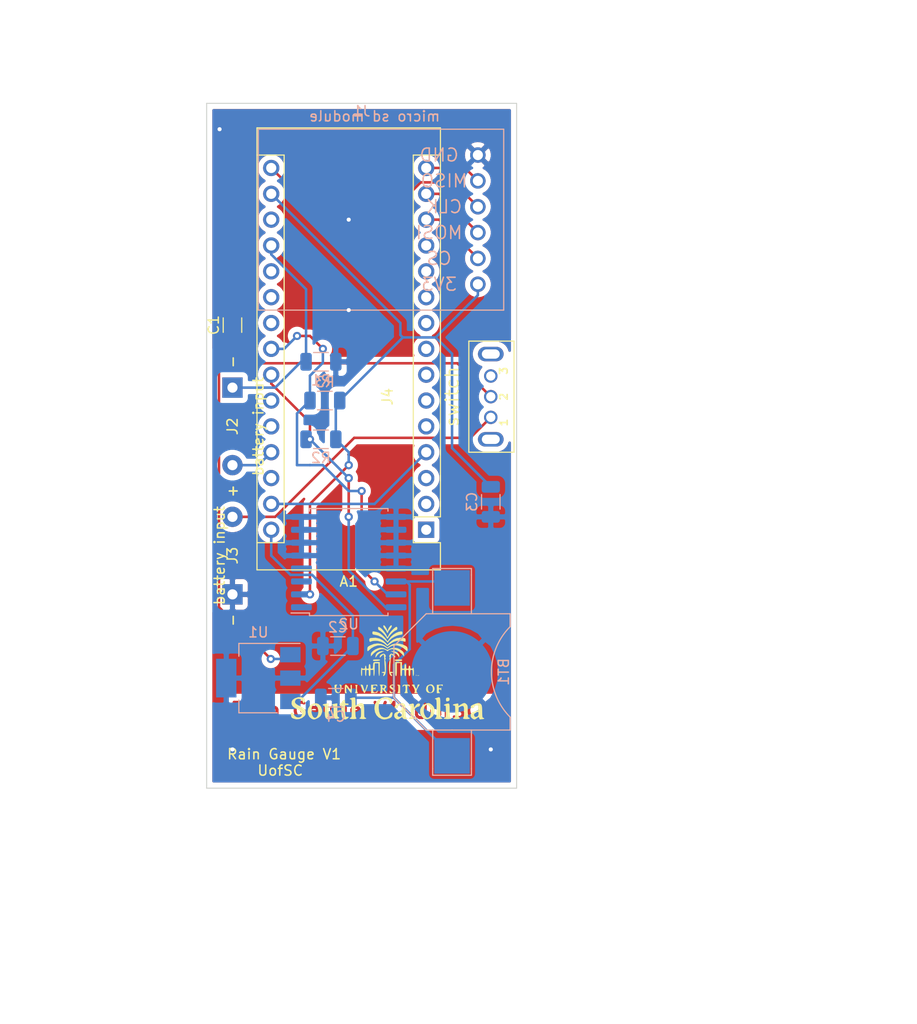
<source format=kicad_pcb>
(kicad_pcb (version 20171130) (host pcbnew "(5.1.9)-1")

  (general
    (thickness 1.6)
    (drawings 11)
    (tracks 135)
    (zones 0)
    (modules 16)
    (nets 37)
  )

  (page A4)
  (layers
    (0 F.Cu signal)
    (31 B.Cu signal)
    (32 B.Adhes user hide)
    (33 F.Adhes user hide)
    (34 B.Paste user)
    (35 F.Paste user hide)
    (36 B.SilkS user)
    (37 F.SilkS user)
    (38 B.Mask user)
    (39 F.Mask user)
    (40 Dwgs.User user)
    (41 Cmts.User user hide)
    (42 Eco1.User user hide)
    (43 Eco2.User user hide)
    (44 Edge.Cuts user)
    (45 Margin user)
    (46 B.CrtYd user)
    (47 F.CrtYd user)
    (48 B.Fab user)
    (49 F.Fab user)
  )

  (setup
    (last_trace_width 0.25)
    (trace_clearance 0.2)
    (zone_clearance 0.508)
    (zone_45_only no)
    (trace_min 0.2)
    (via_size 0.8)
    (via_drill 0.4)
    (via_min_size 0.4)
    (via_min_drill 0.3)
    (uvia_size 0.3)
    (uvia_drill 0.1)
    (uvias_allowed no)
    (uvia_min_size 0.2)
    (uvia_min_drill 0.1)
    (edge_width 0.1)
    (segment_width 0.2)
    (pcb_text_width 0.3)
    (pcb_text_size 1.5 1.5)
    (mod_edge_width 0.15)
    (mod_text_size 1 1)
    (mod_text_width 0.15)
    (pad_size 2 3.8)
    (pad_drill 0)
    (pad_to_mask_clearance 0)
    (aux_axis_origin 0 0)
    (visible_elements 7FFFFFFF)
    (pcbplotparams
      (layerselection 0x010fc_ffffffff)
      (usegerberextensions false)
      (usegerberattributes true)
      (usegerberadvancedattributes true)
      (creategerberjobfile true)
      (excludeedgelayer true)
      (linewidth 0.100000)
      (plotframeref false)
      (viasonmask false)
      (mode 1)
      (useauxorigin false)
      (hpglpennumber 1)
      (hpglpenspeed 20)
      (hpglpendiameter 15.000000)
      (psnegative false)
      (psa4output false)
      (plotreference true)
      (plotvalue true)
      (plotinvisibletext false)
      (padsonsilk false)
      (subtractmaskfromsilk false)
      (outputformat 1)
      (mirror false)
      (drillshape 0)
      (scaleselection 1)
      (outputdirectory "gerb_files/"))
  )

  (net 0 "")
  (net 1 "Net-(A1-Pad2)")
  (net 2 "Net-(A1-Pad1)")
  (net 3 "Net-(BT1-Pad1)")
  (net 4 Earth)
  (net 5 "Net-(C1-Pad1)")
  (net 6 "Net-(A1-Pad30)")
  (net 7 "Net-(A1-Pad17)")
  (net 8 "Net-(A1-Pad13)")
  (net 9 "Net-(A1-Pad16)")
  (net 10 "Net-(A1-Pad14)")
  (net 11 "Net-(A1-Pad15)")
  (net 12 "Net-(A1-Pad19)")
  (net 13 "Net-(A1-Pad27)")
  (net 14 "Net-(J3-Pad1)")
  (net 15 "Net-(A1-Pad24)")
  (net 16 "Net-(A1-Pad23)")
  (net 17 "Net-(U2-Pad4)")
  (net 18 "Net-(U2-Pad3)")
  (net 19 "Net-(U2-Pad1)")
  (net 20 GND)
  (net 21 "Net-(A1-Pad28)")
  (net 22 "Net-(A1-Pad12)")
  (net 23 "Net-(A1-Pad11)")
  (net 24 "Net-(A1-Pad26)")
  (net 25 "Net-(A1-Pad10)")
  (net 26 "Net-(A1-Pad25)")
  (net 27 "Net-(A1-Pad9)")
  (net 28 "Net-(A1-Pad8)")
  (net 29 "Net-(A1-Pad7)")
  (net 30 "Net-(A1-Pad22)")
  (net 31 "Net-(A1-Pad6)")
  (net 32 "Net-(A1-Pad21)")
  (net 33 "Net-(A1-Pad5)")
  (net 34 "Net-(A1-Pad20)")
  (net 35 "Net-(A1-Pad3)")
  (net 36 "Net-(A1-Pad18)")

  (net_class Default "This is the default net class."
    (clearance 0.2)
    (trace_width 0.25)
    (via_dia 0.8)
    (via_drill 0.4)
    (uvia_dia 0.3)
    (uvia_drill 0.1)
    (add_net Earth)
    (add_net GND)
    (add_net "Net-(A1-Pad1)")
    (add_net "Net-(A1-Pad10)")
    (add_net "Net-(A1-Pad11)")
    (add_net "Net-(A1-Pad12)")
    (add_net "Net-(A1-Pad13)")
    (add_net "Net-(A1-Pad14)")
    (add_net "Net-(A1-Pad15)")
    (add_net "Net-(A1-Pad16)")
    (add_net "Net-(A1-Pad17)")
    (add_net "Net-(A1-Pad18)")
    (add_net "Net-(A1-Pad19)")
    (add_net "Net-(A1-Pad2)")
    (add_net "Net-(A1-Pad20)")
    (add_net "Net-(A1-Pad21)")
    (add_net "Net-(A1-Pad22)")
    (add_net "Net-(A1-Pad23)")
    (add_net "Net-(A1-Pad24)")
    (add_net "Net-(A1-Pad25)")
    (add_net "Net-(A1-Pad26)")
    (add_net "Net-(A1-Pad27)")
    (add_net "Net-(A1-Pad28)")
    (add_net "Net-(A1-Pad3)")
    (add_net "Net-(A1-Pad30)")
    (add_net "Net-(A1-Pad5)")
    (add_net "Net-(A1-Pad6)")
    (add_net "Net-(A1-Pad7)")
    (add_net "Net-(A1-Pad8)")
    (add_net "Net-(A1-Pad9)")
    (add_net "Net-(BT1-Pad1)")
    (add_net "Net-(C1-Pad1)")
    (add_net "Net-(J3-Pad1)")
    (add_net "Net-(U2-Pad1)")
    (add_net "Net-(U2-Pad3)")
    (add_net "Net-(U2-Pad4)")
  )

  (module malichis_footprints:uofsc_logo_0_75in (layer F.Cu) (tedit 0) (tstamp 6148A7EF)
    (at 144.78 119.38)
    (fp_text reference G*** (at 0 0) (layer F.SilkS) hide
      (effects (font (size 1.524 1.524) (thickness 0.3)))
    )
    (fp_text value LOGO (at 0.75 0) (layer F.SilkS) hide
      (effects (font (size 1.524 1.524) (thickness 0.3)))
    )
    (fp_poly (pts (xy 0.428086 -4.546453) (xy 0.414188 -4.454354) (xy 0.345614 -4.322914) (xy 0.229208 -4.170177)
      (xy 0.22116 -4.161076) (xy 0.122156 -4.03569) (xy 0.060754 -3.930384) (xy 0.050902 -3.893842)
      (xy 0.030059 -3.823962) (xy -0.015915 -3.833171) (xy -0.062187 -3.911856) (xy -0.070817 -3.940957)
      (xy -0.126457 -4.055846) (xy -0.22582 -4.186747) (xy -0.254492 -4.217002) (xy -0.344476 -4.332291)
      (xy -0.398821 -4.449738) (xy -0.40924 -4.541836) (xy -0.367447 -4.58108) (xy -0.364202 -4.581163)
      (xy -0.284213 -4.536736) (xy -0.188257 -4.418331) (xy -0.093407 -4.248265) (xy -0.070692 -4.197536)
      (xy 0.015204 -3.995792) (xy 0.053538 -4.133667) (xy 0.113012 -4.278968) (xy 0.200962 -4.421779)
      (xy 0.29564 -4.53233) (xy 0.375296 -4.580852) (xy 0.380464 -4.581163) (xy 0.428086 -4.546453)) (layer F.SilkS) (width 0.01))
    (fp_poly (pts (xy 0.950733 -4.385699) (xy 0.967134 -4.28127) (xy 0.944387 -4.163772) (xy 0.861202 -4.107839)
      (xy 0.84602 -4.103685) (xy 0.722192 -4.042325) (xy 0.563371 -3.923174) (xy 0.395419 -3.770055)
      (xy 0.244196 -3.60679) (xy 0.135565 -3.457202) (xy 0.126294 -3.440699) (xy 0.048377 -3.309628)
      (xy -0.006207 -3.267683) (xy -0.054737 -3.310638) (xy -0.093443 -3.386947) (xy -0.180765 -3.525911)
      (xy -0.318625 -3.691578) (xy -0.47998 -3.856344) (xy -0.637788 -3.992605) (xy -0.765007 -4.072757)
      (xy -0.765469 -4.072949) (xy -0.87727 -4.143062) (xy -0.915083 -4.24812) (xy -0.916233 -4.281927)
      (xy -0.907941 -4.384125) (xy -0.871294 -4.419491) (xy -0.78863 -4.389446) (xy -0.653556 -4.303083)
      (xy -0.54297 -4.206034) (xy -0.412198 -4.05976) (xy -0.279425 -3.889068) (xy -0.162835 -3.718767)
      (xy -0.080616 -3.573665) (xy -0.050902 -3.480974) (xy -0.034065 -3.414963) (xy 0.01298 -3.439536)
      (xy 0.085037 -3.54983) (xy 0.140433 -3.660061) (xy 0.228234 -3.806518) (xy 0.356845 -3.9727)
      (xy 0.506504 -4.138291) (xy 0.657453 -4.282973) (xy 0.789932 -4.386429) (xy 0.884182 -4.428341)
      (xy 0.887734 -4.428457) (xy 0.950733 -4.385699)) (layer F.SilkS) (width 0.01))
    (fp_poly (pts (xy 1.424847 -3.959604) (xy 1.469411 -3.910177) (xy 1.476152 -3.824193) (xy 1.468115 -3.736343)
      (xy 1.426672 -3.687598) (xy 1.325824 -3.659494) (xy 1.223069 -3.644473) (xy 0.95635 -3.577895)
      (xy 0.677097 -3.45678) (xy 0.42011 -3.300021) (xy 0.220187 -3.126512) (xy 0.179447 -3.077858)
      (xy 0.023406 -2.873275) (xy -0.230081 -3.131475) (xy -0.55437 -3.399806) (xy -0.908449 -3.572381)
      (xy -1.215674 -3.643492) (xy -1.368503 -3.667872) (xy -1.445723 -3.700476) (xy -1.473009 -3.759767)
      (xy -1.476153 -3.830813) (xy -1.470476 -3.925379) (xy -1.434764 -3.965511) (xy -1.340993 -3.967655)
      (xy -1.257775 -3.958967) (xy -1.061911 -3.918741) (xy -0.864734 -3.851938) (xy -0.837835 -3.839947)
      (xy -0.696453 -3.752702) (xy -0.528972 -3.619019) (xy -0.359137 -3.461772) (xy -0.21069 -3.30384)
      (xy -0.107375 -3.168097) (xy -0.076935 -3.106843) (xy -0.040696 -3.02682) (xy 0.00464 -3.017776)
      (xy 0.071932 -3.086203) (xy 0.169375 -3.231203) (xy 0.356688 -3.465893) (xy 0.594843 -3.67356)
      (xy 0.858035 -3.837518) (xy 1.120458 -3.94108) (xy 1.310721 -3.969223) (xy 1.424847 -3.959604)) (layer F.SilkS) (width 0.01))
    (fp_poly (pts (xy 1.622495 -3.327706) (xy 1.730793 -3.293523) (xy 1.774354 -3.22628) (xy 1.781563 -3.118653)
      (xy 1.773345 -3.002225) (xy 1.739727 -2.965336) (xy 1.692485 -2.97583) (xy 1.469779 -3.036607)
      (xy 1.218166 -3.067978) (xy 0.991217 -3.064188) (xy 0.941683 -3.056501) (xy 0.713403 -2.999734)
      (xy 0.523683 -2.919224) (xy 0.327193 -2.793805) (xy 0.239674 -2.72871) (xy 0.109253 -2.631057)
      (xy 0.01555 -2.564461) (xy -0.017019 -2.545091) (xy -0.059051 -2.578039) (xy -0.139257 -2.658059)
      (xy -0.145895 -2.665095) (xy -0.360873 -2.83406) (xy -0.63803 -2.966009) (xy -0.940205 -3.046192)
      (xy -1.149853 -3.063608) (xy -1.336191 -3.054087) (xy -1.49318 -3.031289) (xy -1.570799 -3.007037)
      (xy -1.695195 -2.957935) (xy -1.760254 -2.986805) (xy -1.781266 -3.102375) (xy -1.781563 -3.127342)
      (xy -1.775171 -3.234857) (xy -1.737957 -3.291631) (xy -1.642859 -3.321968) (xy -1.547622 -3.337461)
      (xy -1.147908 -3.3517) (xy -0.782027 -3.270095) (xy -0.451871 -3.093315) (xy -0.191438 -2.8585)
      (xy -0.009628 -2.657258) (xy 0.265857 -2.924086) (xy 0.580935 -3.168442) (xy 0.921122 -3.31429)
      (xy 1.289061 -3.362418) (xy 1.622495 -3.327706)) (layer F.SilkS) (width 0.01))
    (fp_poly (pts (xy -0.610726 -2.748673) (xy -0.298312 -2.612087) (xy -0.18959 -2.536098) (xy 0.002585 -2.385511)
      (xy 0.151987 -2.511225) (xy 0.438349 -2.688128) (xy 0.764906 -2.778556) (xy 1.116535 -2.781491)
      (xy 1.478111 -2.695919) (xy 1.670888 -2.613195) (xy 1.828843 -2.530122) (xy 1.917014 -2.463556)
      (xy 1.957847 -2.386904) (xy 1.973787 -2.273569) (xy 1.975371 -2.252405) (xy 1.975469 -2.101595)
      (xy 1.941895 -2.045646) (xy 1.867107 -2.081345) (xy 1.77771 -2.168171) (xy 1.548966 -2.356688)
      (xy 1.262529 -2.50936) (xy 1.001771 -2.59413) (xy 0.684381 -2.615302) (xy 0.381936 -2.537504)
      (xy 0.164225 -2.409634) (xy -0.002412 -2.283561) (xy -0.149236 -2.407106) (xy -0.387022 -2.545392)
      (xy -0.670588 -2.612542) (xy -0.966401 -2.601241) (xy -1.004224 -2.59358) (xy -1.303323 -2.491663)
      (xy -1.583435 -2.333293) (xy -1.777711 -2.168171) (xy -1.889018 -2.064733) (xy -1.953357 -2.050447)
      (xy -1.978228 -2.12846) (xy -1.975372 -2.251075) (xy -1.960839 -2.372018) (xy -1.924063 -2.452782)
      (xy -1.842508 -2.520385) (xy -1.69364 -2.601841) (xy -1.674714 -2.611518) (xy -1.312035 -2.749055)
      (xy -0.953003 -2.794551) (xy -0.610726 -2.748673)) (layer F.SilkS) (width 0.01))
    (fp_poly (pts (xy -0.495445 -2.36586) (xy -0.333494 -2.314852) (xy -0.169858 -2.238989) (xy -0.165431 -2.236464)
      (xy -0.057582 -2.17981) (xy 0.020386 -2.170145) (xy 0.114355 -2.209642) (xy 0.189765 -2.253273)
      (xy 0.419316 -2.338823) (xy 0.688764 -2.364599) (xy 0.955115 -2.329935) (xy 1.119839 -2.267704)
      (xy 1.359637 -2.128669) (xy 1.515355 -2.004196) (xy 1.60052 -1.879911) (xy 1.628659 -1.741442)
      (xy 1.628857 -1.726801) (xy 1.628857 -1.531416) (xy 1.394832 -1.781608) (xy 1.146437 -2.001626)
      (xy 0.883926 -2.154135) (xy 0.623397 -2.234634) (xy 0.380946 -2.238621) (xy 0.172672 -2.161593)
      (xy 0.134119 -2.134182) (xy 0 -2.028684) (xy -0.134119 -2.134182) (xy -0.332998 -2.229114)
      (xy -0.569494 -2.24207) (xy -0.827512 -2.177551) (xy -1.090952 -2.040059) (xy -1.343718 -1.834096)
      (xy -1.394832 -1.781608) (xy -1.628858 -1.531416) (xy -1.628858 -1.703425) (xy -1.612152 -1.823442)
      (xy -1.5488 -1.929708) (xy -1.41895 -2.055098) (xy -1.413892 -2.059437) (xy -1.196496 -2.206042)
      (xy -0.946748 -2.313459) (xy -0.699331 -2.370118) (xy -0.495445 -2.36586)) (layer F.SilkS) (width 0.01))
    (fp_poly (pts (xy 0.745888 -2.003347) (xy 0.939211 -1.917021) (xy 1.083493 -1.790517) (xy 1.157985 -1.63949)
      (xy 1.161831 -1.55278) (xy 1.14529 -1.416796) (xy 1.052648 -1.574891) (xy 0.912599 -1.749296)
      (xy 0.711223 -1.883914) (xy 0.521281 -1.963643) (xy 0.330861 -2.031604) (xy 0.524271 -2.033838)
      (xy 0.745888 -2.003347)) (layer F.SilkS) (width 0.01))
    (fp_poly (pts (xy -0.330862 -2.031604) (xy -0.513018 -1.966483) (xy -0.764567 -1.847972) (xy -0.959358 -1.681527)
      (xy -1.046474 -1.573908) (xy -1.170742 -1.405473) (xy -1.170742 -1.559194) (xy -1.123598 -1.729187)
      (xy -0.996549 -1.875197) (xy -0.811168 -1.981363) (xy -0.58903 -2.031826) (xy -0.52509 -2.033838)
      (xy -0.330862 -2.031604)) (layer F.SilkS) (width 0.01))
    (fp_poly (pts (xy 1.288302 -1.218509) (xy 1.399835 -1.206537) (xy 1.445094 -1.181876) (xy 1.443658 -1.145291)
      (xy 1.394775 -1.099634) (xy 1.280319 -1.075532) (xy 1.097426 -1.068938) (xy 0.926122 -1.074015)
      (xy 0.798156 -1.087223) (xy 0.74656 -1.102873) (xy 0.713852 -1.159629) (xy 0.75694 -1.196377)
      (xy 0.884413 -1.216063) (xy 1.092791 -1.221644) (xy 1.288302 -1.218509)) (layer F.SilkS) (width 0.01))
    (fp_poly (pts (xy -0.866583 -1.216439) (xy -0.757086 -1.199235) (xy -0.723476 -1.167644) (xy -0.725166 -1.158016)
      (xy -0.788941 -1.117767) (xy -0.942411 -1.089786) (xy -1.08572 -1.079338) (xy -1.271116 -1.075168)
      (xy -1.375616 -1.085817) (xy -1.419532 -1.115094) (xy -1.425251 -1.142965) (xy -1.406194 -1.185239)
      (xy -1.336157 -1.20956) (xy -1.195845 -1.220139) (xy -1.064696 -1.221644) (xy -0.866583 -1.216439)) (layer F.SilkS) (width 0.01))
    (fp_poly (pts (xy 3.088043 0.322378) (xy 3.094134 0.382786) (xy 3.088043 0.390247) (xy 3.057781 0.38326)
      (xy 3.054108 0.356312) (xy 3.072732 0.314414) (xy 3.088043 0.322378)) (layer F.SilkS) (width 0.01))
    (fp_poly (pts (xy 2.986239 0.322378) (xy 2.992331 0.382786) (xy 2.986239 0.390247) (xy 2.955978 0.38326)
      (xy 2.952304 0.356312) (xy 2.970929 0.314414) (xy 2.986239 0.322378)) (layer F.SilkS) (width 0.01))
    (fp_poly (pts (xy 2.834371 0.295866) (xy 2.840439 0.37542) (xy 2.830352 0.393428) (xy 2.807217 0.378247)
      (xy 2.803618 0.32662) (xy 2.816049 0.272306) (xy 2.834371 0.295866)) (layer F.SilkS) (width 0.01))
    (fp_poly (pts (xy 1.42525 -0.636273) (xy 1.427482 -0.458416) (xy 1.440073 -0.359352) (xy 1.471871 -0.31608)
      (xy 1.531721 -0.305602) (xy 1.552505 -0.305411) (xy 1.631031 -0.314905) (xy 1.668236 -0.361572)
      (xy 1.679273 -0.472687) (xy 1.679759 -0.534469) (xy 1.689752 -0.685444) (xy 1.723728 -0.754214)
      (xy 1.756112 -0.763527) (xy 1.806437 -0.73355) (xy 1.82936 -0.631622) (xy 1.832465 -0.534469)
      (xy 1.837739 -0.393122) (xy 1.863665 -0.326153) (xy 1.925396 -0.306286) (xy 1.959719 -0.305411)
      (xy 2.050664 -0.321847) (xy 2.083935 -0.391711) (xy 2.086974 -0.458117) (xy 2.109738 -0.57935)
      (xy 2.163326 -0.610822) (xy 2.223943 -0.565294) (xy 2.239679 -0.458117) (xy 2.253375 -0.348982)
      (xy 2.311596 -0.309058) (xy 2.366934 -0.305411) (xy 2.462594 -0.322835) (xy 2.494188 -0.356313)
      (xy 2.532923 -0.405736) (xy 2.54509 -0.407215) (xy 2.570298 -0.35959) (xy 2.588012 -0.229568)
      (xy 2.595822 -0.036429) (xy 2.595992 0) (xy 2.590039 0.201662) (xy 2.573786 0.343375)
      (xy 2.549644 0.405857) (xy 2.54509 0.407214) (xy 2.517977 0.36085) (xy 2.499595 0.23973)
      (xy 2.494188 0.101803) (xy 2.491494 -0.067459) (xy 2.47677 -0.158844) (xy 2.440057 -0.196256)
      (xy 2.371394 -0.203601) (xy 2.366934 -0.203608) (xy 2.296408 -0.197141) (xy 2.258331 -0.161804)
      (xy 2.242742 -0.073693) (xy 2.239682 0.091098) (xy 2.239679 0.101803) (xy 2.233815 0.279141)
      (xy 2.213029 0.374354) (xy 2.172526 0.406612) (xy 2.163326 0.407214) (xy 2.118992 0.383759)
      (xy 2.095189 0.300612) (xy 2.087124 0.138602) (xy 2.086974 0.101803) (xy 2.084279 -0.067459)
      (xy 2.069556 -0.158844) (xy 2.032843 -0.196256) (xy 1.96418 -0.203601) (xy 1.959719 -0.203608)
      (xy 1.889193 -0.197141) (xy 1.851116 -0.161804) (xy 1.835528 -0.073693) (xy 1.832468 0.091098)
      (xy 1.832465 0.101803) (xy 1.826601 0.279141) (xy 1.805814 0.374354) (xy 1.765312 0.406612)
      (xy 1.756112 0.407214) (xy 1.711777 0.383759) (xy 1.687974 0.300612) (xy 1.67991 0.138602)
      (xy 1.679759 0.101803) (xy 1.677065 -0.067459) (xy 1.662341 -0.158844) (xy 1.625628 -0.196256)
      (xy 1.556965 -0.203601) (xy 1.552505 -0.203608) (xy 1.481979 -0.197141) (xy 1.443902 -0.161804)
      (xy 1.428313 -0.073693) (xy 1.425253 0.091098) (xy 1.42525 0.101803) (xy 1.419387 0.279141)
      (xy 1.3986 0.374354) (xy 1.358097 0.406612) (xy 1.348898 0.407214) (xy 1.316554 0.392195)
      (xy 1.294584 0.336931) (xy 1.281151 0.22611) (xy 1.274417 0.044423) (xy 1.272545 -0.223441)
      (xy 1.272545 -0.865331) (xy 0.916232 -0.865331) (xy 0.916232 -0.229058) (xy 0.91443 0.040471)
      (xy 0.907798 0.223553) (xy 0.8945 0.335495) (xy 0.872697 0.391611) (xy 0.840554 0.40721)
      (xy 0.83988 0.407214) (xy 0.808596 0.392717) (xy 0.786974 0.339349) (xy 0.773366 0.232293)
      (xy 0.766127 0.056732) (xy 0.763611 -0.202152) (xy 0.763527 -0.27996) (xy 0.763527 -0.967135)
      (xy 1.42525 -0.967135) (xy 1.42525 -0.636273)) (layer F.SilkS) (width 0.01))
    (fp_poly (pts (xy 0.529408 -1.748802) (xy 0.668202 -1.665544) (xy 0.752025 -1.554326) (xy 0.763527 -1.496672)
      (xy 0.759993 -1.424548) (xy 0.737626 -1.409905) (xy 0.678774 -1.45867) (xy 0.584709 -1.556703)
      (xy 0.47734 -1.657264) (xy 0.395975 -1.709492) (xy 0.36919 -1.709605) (xy 0.347771 -1.642781)
      (xy 0.329035 -1.505995) (xy 0.318627 -1.358196) (xy 0.309377 -1.164547) (xy 0.296305 -0.911508)
      (xy 0.28162 -0.641317) (xy 0.274866 -0.521744) (xy 0.244969 0) (xy 0.402444 0)
      (xy 0.511708 0.014331) (xy 0.559812 0.04901) (xy 0.55992 0.050901) (xy 0.516186 0.08854)
      (xy 0.426811 0.101803) (xy 0.336746 0.107588) (xy 0.32593 0.143648) (xy 0.375909 0.227267)
      (xy 0.442875 0.340284) (xy 0.44889 0.393499) (xy 0.395852 0.407201) (xy 0.392738 0.407214)
      (xy 0.3245 0.367212) (xy 0.246386 0.269858) (xy 0.240033 0.25938) (xy 0.19754 0.161509)
      (xy 0.170657 0.026785) (xy 0.156631 -0.166562) (xy 0.152705 -0.43114) (xy 0.158183 -0.679524)
      (xy 0.173161 -0.889284) (xy 0.195453 -1.035972) (xy 0.210906 -1.082577) (xy 0.242636 -1.175097)
      (xy 0.213456 -1.209877) (xy 0.183215 -1.267987) (xy 0.203607 -1.348898) (xy 0.222702 -1.454234)
      (xy 0.196971 -1.486848) (xy 0.170078 -1.536717) (xy 0.196753 -1.623672) (xy 0.257496 -1.713914)
      (xy 0.332806 -1.773642) (xy 0.367011 -1.781563) (xy 0.529408 -1.748802)) (layer F.SilkS) (width 0.01))
    (fp_poly (pts (xy -0.2778 -1.746932) (xy -0.209128 -1.665837) (xy -0.169787 -1.57248) (xy -0.177998 -1.501062)
      (xy -0.200025 -1.48583) (xy -0.2267 -1.43802) (xy -0.197945 -1.363769) (xy -0.16841 -1.269755)
      (xy -0.203607 -1.221644) (xy -0.239205 -1.164925) (xy -0.208863 -1.078758) (xy -0.185507 -0.98566)
      (xy -0.166903 -0.817378) (xy -0.155356 -0.600505) (xy -0.152706 -0.43114) (xy -0.156879 -0.160011)
      (xy -0.171236 0.031354) (xy -0.198527 0.164721) (xy -0.240033 0.25938) (xy -0.32359 0.370176)
      (xy -0.390256 0.412152) (xy -0.421726 0.385938) (xy -0.399691 0.292162) (xy -0.381764 0.254509)
      (xy -0.332954 0.151247) (xy -0.341055 0.109737) (xy -0.415209 0.101831) (xy -0.431358 0.101803)
      (xy -0.527642 0.08454) (xy -0.55992 0.050901) (xy -0.515612 0.015462) (xy -0.408531 0.000023)
      (xy -0.403834 0) (xy -0.247748 0) (xy -0.273734 -0.521744) (xy -0.286863 -0.785465)
      (xy -0.300096 -1.051513) (xy -0.311335 -1.277688) (xy -0.315291 -1.357383) (xy -0.329181 -1.528596)
      (xy -0.349584 -1.657095) (xy -0.368376 -1.708792) (xy -0.420959 -1.696658) (xy -0.515068 -1.6249)
      (xy -0.584709 -1.556703) (xy -0.689416 -1.448241) (xy -0.742354 -1.408318) (xy -0.761173 -1.431008)
      (xy -0.763527 -1.496672) (xy -0.717694 -1.614338) (xy -0.600388 -1.713617) (xy -0.441898 -1.773254)
      (xy -0.357581 -1.781563) (xy -0.2778 -1.746932)) (layer F.SilkS) (width 0.01))
    (fp_poly (pts (xy -0.763527 -0.27996) (xy -0.768273 0.030705) (xy -0.780839 0.248879) (xy -0.798713 0.373149)
      (xy -0.819387 0.402101) (xy -0.840351 0.33432) (xy -0.859095 0.168394) (xy -0.873108 -0.097091)
      (xy -0.87649 -0.216333) (xy -0.890782 -0.83988) (xy -1.247094 -0.83988) (xy -1.261387 -0.216333)
      (xy -1.270961 0.035253) (xy -1.286066 0.234105) (xy -1.305004 0.363594) (xy -1.325014 0.407214)
      (xy -1.351032 0.360977) (xy -1.368909 0.240797) (xy -1.374349 0.101803) (xy -1.374349 -0.203608)
      (xy -1.67976 -0.203608) (xy -1.67976 0.101803) (xy -1.685624 0.279141) (xy -1.70641 0.374354)
      (xy -1.746913 0.406612) (xy -1.756112 0.407214) (xy -1.800447 0.383759) (xy -1.82425 0.300612)
      (xy -1.832315 0.138602) (xy -1.832465 0.101803) (xy -1.83516 -0.067459) (xy -1.849883 -0.158844)
      (xy -1.886596 -0.196256) (xy -1.955259 -0.203601) (xy -1.95972 -0.203608) (xy -2.030246 -0.197141)
      (xy -2.068323 -0.161804) (xy -2.083911 -0.073693) (xy -2.086971 0.091098) (xy -2.086974 0.101803)
      (xy -2.094702 0.264483) (xy -2.114888 0.374773) (xy -2.137876 0.407214) (xy -2.164989 0.36085)
      (xy -2.183371 0.23973) (xy -2.188778 0.101803) (xy -2.188778 -0.203608) (xy -2.494189 -0.203608)
      (xy -2.494189 0.101803) (xy -2.501916 0.264483) (xy -2.522103 0.374773) (xy -2.54509 0.407214)
      (xy -2.570298 0.359589) (xy -2.588012 0.229567) (xy -2.595823 0.036428) (xy -2.595992 0)
      (xy -2.590039 -0.201663) (xy -2.573786 -0.343375) (xy -2.549644 -0.405857) (xy -2.54509 -0.407215)
      (xy -2.495668 -0.36848) (xy -2.494189 -0.356313) (xy -2.449957 -0.320573) (xy -2.343383 -0.305415)
      (xy -2.341483 -0.305411) (xy -2.233322 -0.318024) (xy -2.193456 -0.377519) (xy -2.188778 -0.458117)
      (xy -2.174034 -0.565336) (xy -2.138509 -0.61081) (xy -2.137876 -0.610822) (xy -2.102136 -0.56659)
      (xy -2.086978 -0.460016) (xy -2.086974 -0.458117) (xy -2.073278 -0.348982) (xy -2.015058 -0.309058)
      (xy -1.95972 -0.305411) (xy -1.881194 -0.314905) (xy -1.843989 -0.361572) (xy -1.832951 -0.472687)
      (xy -1.832465 -0.534469) (xy -1.822473 -0.685444) (xy -1.788497 -0.754214) (xy -1.756112 -0.763527)
      (xy -1.705787 -0.73355) (xy -1.682864 -0.631622) (xy -1.67976 -0.534469) (xy -1.674485 -0.393122)
      (xy -1.64856 -0.326153) (xy -1.586829 -0.306286) (xy -1.552505 -0.305411) (xy -1.465313 -0.319398)
      (xy -1.430485 -0.381522) (xy -1.425251 -0.477205) (xy -1.415013 -0.654365) (xy -1.393437 -0.808067)
      (xy -1.370772 -0.896881) (xy -1.330363 -0.944378) (xy -1.245324 -0.963483) (xy -1.088765 -0.967123)
      (xy -1.062575 -0.967135) (xy -0.763527 -0.967135) (xy -0.763527 -0.27996)) (layer F.SilkS) (width 0.01))
    (fp_poly (pts (xy 5.427203 1.243396) (xy 5.442606 1.326289) (xy 5.442474 1.330726) (xy 5.431103 1.39848)
      (xy 5.412781 1.387074) (xy 5.349412 1.344071) (xy 5.228844 1.3237) (xy 5.213193 1.323447)
      (xy 5.095368 1.332502) (xy 5.047791 1.377906) (xy 5.039278 1.476152) (xy 5.055912 1.588744)
      (xy 5.116146 1.627744) (xy 5.13684 1.628857) (xy 5.230415 1.599764) (xy 5.260076 1.56523)
      (xy 5.277605 1.565806) (xy 5.288683 1.647362) (xy 5.289769 1.676763) (xy 5.288468 1.787648)
      (xy 5.270258 1.810123) (xy 5.225157 1.758064) (xy 5.149848 1.698571) (xy 5.097902 1.700438)
      (xy 5.046456 1.783357) (xy 5.047494 1.901423) (xy 5.096497 2.005438) (xy 5.128356 2.031995)
      (xy 5.170534 2.066345) (xy 5.131358 2.081915) (xy 5.039278 2.085426) (xy 4.861122 2.086974)
      (xy 4.861122 1.272545) (xy 5.073292 1.272545) (xy 5.227455 1.265378) (xy 5.34659 1.247574)
      (xy 5.365977 1.241648) (xy 5.427203 1.243396)) (layer F.SilkS) (width 0.01))
    (fp_poly (pts (xy 4.439717 1.284706) (xy 4.50107 1.34053) (xy 4.605197 1.508048) (xy 4.630708 1.701404)
      (xy 4.575082 1.884584) (xy 4.542466 1.931836) (xy 4.401745 2.033229) (xy 4.217542 2.07549)
      (xy 4.032177 2.054278) (xy 3.919809 1.995705) (xy 3.830325 1.891886) (xy 3.796491 1.750616)
      (xy 3.794498 1.68545) (xy 3.801549 1.647755) (xy 3.97034 1.647755) (xy 3.99951 1.832422)
      (xy 4.075196 1.963059) (xy 4.179666 2.028314) (xy 4.295188 2.016832) (xy 4.400119 1.922942)
      (xy 4.465031 1.766009) (xy 4.465833 1.599585) (xy 4.411636 1.451906) (xy 4.31155 1.35121)
      (xy 4.206693 1.323447) (xy 4.070454 1.35734) (xy 3.99373 1.464662) (xy 3.97034 1.647755)
      (xy 3.801549 1.647755) (xy 3.833922 1.474716) (xy 3.952231 1.328322) (xy 4.149483 1.246205)
      (xy 4.185976 1.239412) (xy 4.330758 1.232873) (xy 4.439717 1.284706)) (layer F.SilkS) (width 0.01))
    (fp_poly (pts (xy 2.648138 1.255194) (xy 2.664807 1.299283) (xy 2.673413 1.380727) (xy 2.725594 1.500356)
      (xy 2.738656 1.522779) (xy 2.836518 1.6837) (xy 2.906349 1.516299) (xy 2.95019 1.390192)
      (xy 2.965344 1.302449) (xy 2.964516 1.296178) (xy 2.996763 1.25367) (xy 3.054381 1.243458)
      (xy 3.137107 1.248849) (xy 3.155912 1.256234) (xy 3.131023 1.302449) (xy 3.066767 1.40841)
      (xy 3.003206 1.509801) (xy 2.898879 1.70979) (xy 2.85423 1.877924) (xy 2.871142 1.998153)
      (xy 2.939579 2.051886) (xy 2.94878 2.065644) (xy 2.87352 2.074942) (xy 2.799599 2.07705)
      (xy 2.678311 2.073325) (xy 2.626134 2.061729) (xy 2.634168 2.053262) (xy 2.686339 1.982784)
      (xy 2.693465 1.852258) (xy 2.658339 1.691499) (xy 2.585434 1.533062) (xy 2.506849 1.414962)
      (xy 2.445499 1.34121) (xy 2.432729 1.33193) (xy 2.390192 1.292255) (xy 2.434145 1.257976)
      (xy 2.540718 1.241901) (xy 2.648138 1.255194)) (layer F.SilkS) (width 0.01))
    (fp_poly (pts (xy 2.129808 1.261625) (xy 2.175654 1.289365) (xy 2.18716 1.343992) (xy 2.18719 1.374348)
      (xy 2.180527 1.460415) (xy 2.152041 1.454674) (xy 2.11792 1.412525) (xy 2.036258 1.330469)
      (xy 1.980104 1.337544) (xy 1.947008 1.43726) (xy 1.934518 1.633126) (xy 1.934268 1.675517)
      (xy 1.943979 1.90019) (xy 1.973023 2.026099) (xy 1.997896 2.053262) (xy 1.991868 2.068663)
      (xy 1.905252 2.079103) (xy 1.832465 2.081407) (xy 1.700071 2.078378) (xy 1.657944 2.062754)
      (xy 1.692485 2.031995) (xy 1.744531 1.957107) (xy 1.777167 1.824538) (xy 1.790155 1.664666)
      (xy 1.783252 1.507872) (xy 1.756219 1.384534) (xy 1.708814 1.325033) (xy 1.698096 1.323447)
      (xy 1.601049 1.360485) (xy 1.543894 1.412525) (xy 1.492366 1.469014) (xy 1.481821 1.437958)
      (xy 1.487381 1.382853) (xy 1.502947 1.319475) (xy 1.546224 1.282853) (xy 1.640661 1.264647)
      (xy 1.809704 1.25652) (xy 1.845221 1.255598) (xy 2.027153 1.25297) (xy 2.129808 1.261625)) (layer F.SilkS) (width 0.01))
    (fp_poly (pts (xy 1.107114 1.259819) (xy 1.176798 1.273816) (xy 1.218388 1.305152) (xy 1.239134 1.375783)
      (xy 1.246287 1.50766) (xy 1.247094 1.683669) (xy 1.247094 2.086974) (xy 1.096934 2.086974)
      (xy 0.999371 2.078451) (xy 0.989783 2.04701) (xy 1.007855 2.025891) (xy 1.038912 1.9502)
      (xy 1.059086 1.816545) (xy 1.067927 1.656016) (xy 1.064985 1.499701) (xy 1.049809 1.378689)
      (xy 1.021948 1.324067) (xy 1.018036 1.323447) (xy 0.968552 1.291213) (xy 0.967134 1.281361)
      (xy 1.010289 1.257371) (xy 1.107114 1.259819)) (layer F.SilkS) (width 0.01))
    (fp_poly (pts (xy 0.600326 1.2447) (xy 0.688986 1.30804) (xy 0.711077 1.388044) (xy 0.704595 1.464496)
      (xy 0.678226 1.446357) (xy 0.657646 1.412525) (xy 0.582365 1.348412) (xy 0.480444 1.324309)
      (xy 0.391819 1.341986) (xy 0.356312 1.399161) (xy 0.396277 1.469306) (xy 0.497524 1.560359)
      (xy 0.55992 1.603406) (xy 0.710011 1.727676) (xy 0.759555 1.846635) (xy 0.708209 1.95874)
      (xy 0.650397 2.007735) (xy 0.524552 2.064006) (xy 0.381117 2.086729) (xy 0.265492 2.070921)
      (xy 0.237542 2.053039) (xy 0.209342 1.978996) (xy 0.203607 1.916186) (xy 0.208469 1.849812)
      (xy 0.237914 1.854298) (xy 0.31004 1.927511) (xy 0.426736 2.011163) (xy 0.528639 2.013533)
      (xy 0.592806 1.936703) (xy 0.600911 1.901109) (xy 0.585571 1.81477) (xy 0.498817 1.738806)
      (xy 0.422754 1.698021) (xy 0.270332 1.592956) (xy 0.21145 1.47851) (xy 0.248582 1.365116)
      (xy 0.327372 1.295601) (xy 0.470242 1.238253) (xy 0.600326 1.2447)) (layer F.SilkS) (width 0.01))
    (fp_poly (pts (xy -0.463655 1.260886) (xy -0.319264 1.279809) (xy -0.208244 1.308371) (xy -0.174515 1.326469)
      (xy -0.107054 1.431512) (xy -0.139146 1.546525) (xy -0.200817 1.612828) (xy -0.256617 1.66767)
      (xy -0.264742 1.719156) (xy -0.219281 1.797231) (xy -0.145638 1.89229) (xy -0.058165 2.008104)
      (xy -0.031593 2.06608) (xy -0.060462 2.085586) (xy -0.090762 2.086974) (xy -0.184612 2.043534)
      (xy -0.29406 1.92709) (xy -0.32482 1.883366) (xy -0.409291 1.764352) (xy -0.472337 1.691025)
      (xy -0.489636 1.679759) (xy -0.504138 1.724638) (xy -0.503934 1.836834) (xy -0.500294 1.883366)
      (xy -0.492939 2.013462) (xy -0.516937 2.071519) (xy -0.591094 2.086527) (xy -0.632383 2.086974)
      (xy -0.7307 2.07852) (xy -0.741075 2.047354) (xy -0.722806 2.025891) (xy -0.69175 1.9502)
      (xy -0.671576 1.816545) (xy -0.662734 1.656016) (xy -0.665677 1.499701) (xy -0.66863 1.476152)
      (xy -0.509018 1.476152) (xy -0.481756 1.595804) (xy -0.411882 1.628078) (xy -0.317265 1.566198)
      (xy -0.305949 1.553153) (xy -0.265954 1.446704) (xy -0.306765 1.358048) (xy -0.405617 1.323447)
      (xy -0.481123 1.346759) (xy -0.507837 1.434348) (xy -0.509018 1.476152) (xy -0.66863 1.476152)
      (xy -0.680853 1.378689) (xy -0.708713 1.324067) (xy -0.712625 1.323447) (xy -0.762168 1.29413)
      (xy -0.763571 1.28527) (xy -0.719156 1.261284) (xy -0.608069 1.253933) (xy -0.463655 1.260886)) (layer F.SilkS) (width 0.01))
    (fp_poly (pts (xy -1.046338 1.2454) (xy -1.004361 1.319343) (xy -1.000312 1.402668) (xy -1.022802 1.42525)
      (xy -1.067629 1.386375) (xy -1.068938 1.374348) (xy -1.113685 1.340704) (xy -1.223714 1.323886)
      (xy -1.247094 1.323447) (xy -1.367732 1.333113) (xy -1.417088 1.375949) (xy -1.425251 1.447697)
      (xy -1.399337 1.568249) (xy -1.335643 1.612951) (xy -1.25524 1.570143) (xy -1.239372 1.550552)
      (xy -1.194031 1.498358) (xy -1.175998 1.521487) (xy -1.17476 1.631854) (xy -1.183459 1.729793)
      (xy -1.199942 1.751763) (xy -1.204453 1.743386) (xy -1.270459 1.690593) (xy -1.330914 1.679759)
      (xy -1.399514 1.697814) (xy -1.41993 1.770692) (xy -1.41575 1.84519) (xy -1.388751 1.96442)
      (xy -1.320997 2.015817) (xy -1.264742 2.026252) (xy -1.126377 2.002255) (xy -1.044916 1.924449)
      (xy -0.960148 1.807014) (xy -0.976367 1.934268) (xy -0.993824 2.005509) (xy -1.039911 2.045688)
      (xy -1.139799 2.065924) (xy -1.297996 2.076347) (xy -1.603407 2.091171) (xy -1.603407 1.272545)
      (xy -1.425251 1.27185) (xy -1.269642 1.263066) (xy -1.141654 1.242845) (xy -1.139575 1.242295)
      (xy -1.046338 1.2454)) (layer F.SilkS) (width 0.01))
    (fp_poly (pts (xy -2.530141 1.258079) (xy -2.437547 1.300212) (xy -2.409352 1.349103) (xy -2.392104 1.433764)
      (xy -2.348196 1.573236) (xy -2.317435 1.657721) (xy -2.225517 1.898404) (xy -2.130558 1.649101)
      (xy -2.08079 1.495696) (xy -2.057446 1.376234) (xy -2.059689 1.336172) (xy -2.040208 1.28332)
      (xy -1.991132 1.272545) (xy -1.949508 1.280858) (xy -1.936382 1.3179) (xy -1.954671 1.401823)
      (xy -2.007293 1.55078) (xy -2.056357 1.678404) (xy -2.133501 1.862269) (xy -2.203261 2.003041)
      (xy -2.254233 2.078603) (xy -2.266341 2.085619) (xy -2.307199 2.04202) (xy -2.370476 1.924754)
      (xy -2.444635 1.756123) (xy -2.469728 1.692485) (xy -2.541101 1.507212) (xy -2.598327 1.360242)
      (xy -2.631838 1.276095) (xy -2.635966 1.266492) (xy -2.605854 1.250714) (xy -2.530141 1.258079)) (layer F.SilkS) (width 0.01))
    (fp_poly (pts (xy -2.954759 1.286595) (xy -2.930898 1.301517) (xy -2.939579 1.306256) (xy -2.975509 1.368544)
      (xy -2.996858 1.498478) (xy -3.003509 1.662929) (xy -2.995344 1.828772) (xy -2.972247 1.962881)
      (xy -2.942124 2.025891) (xy -2.921865 2.067326) (xy -2.981732 2.084858) (xy -3.054108 2.086974)
      (xy -3.164033 2.0795) (xy -3.18639 2.052183) (xy -3.166092 2.025891) (xy -3.130678 1.942449)
      (xy -3.110292 1.800141) (xy -3.104817 1.632095) (xy -3.114137 1.471436) (xy -3.138133 1.351291)
      (xy -3.168637 1.306256) (xy -3.167714 1.289791) (xy -3.0859 1.281023) (xy -3.054108 1.280582)
      (xy -2.954759 1.286595)) (layer F.SilkS) (width 0.01))
    (fp_poly (pts (xy -4.035867 1.276426) (xy -3.932093 1.379446) (xy -3.832832 1.513498) (xy -3.720527 1.663308)
      (xy -3.649604 1.720758) (xy -3.615548 1.68436) (xy -3.613843 1.552626) (xy -3.624382 1.444764)
      (xy -3.626464 1.322559) (xy -3.588835 1.275274) (xy -3.565631 1.272425) (xy -3.526334 1.287771)
      (xy -3.504749 1.346678) (xy -3.497958 1.468226) (xy -3.503046 1.671495) (xy -3.503375 1.67964)
      (xy -3.515647 1.868781) (xy -3.533579 2.01122) (xy -3.553846 2.082873) (xy -3.559627 2.086974)
      (xy -3.605785 2.04822) (xy -3.691906 1.945669) (xy -3.800967 1.799882) (xy -3.822986 1.768837)
      (xy -4.046694 1.450701) (xy -4.062353 1.725843) (xy -4.060354 1.924433) (xy -4.025896 2.030309)
      (xy -4.011452 2.0432) (xy -3.991752 2.075127) (xy -4.06961 2.086175) (xy -4.072145 2.086194)
      (xy -4.135416 2.08223) (xy -4.173223 2.055515) (xy -4.19212 1.985254) (xy -4.19866 1.850649)
      (xy -4.199399 1.682368) (xy -4.196001 1.474664) (xy -4.183014 1.347948) (xy -4.156247 1.281546)
      (xy -4.112792 1.255115) (xy -4.035867 1.276426)) (layer F.SilkS) (width 0.01))
    (fp_poly (pts (xy -4.61849 1.257816) (xy -4.557123 1.276379) (xy -4.52551 1.318385) (xy -4.517644 1.408183)
      (xy -4.527517 1.570121) (xy -4.531011 1.612342) (xy -4.557677 1.82023) (xy -4.599516 1.948997)
      (xy -4.656117 2.015893) (xy -4.801558 2.076601) (xy -4.958486 2.07682) (xy -5.082675 2.017799)
      (xy -5.096117 2.003467) (xy -5.137008 1.910109) (xy -5.172822 1.752495) (xy -5.192246 1.600283)
      (xy -5.204998 1.42628) (xy -5.200691 1.328863) (xy -5.171004 1.283187) (xy -5.107618 1.26441)
      (xy -5.078273 1.259939) (xy -4.977048 1.257989) (xy -4.937475 1.281361) (xy -4.97646 1.322274)
      (xy -4.988377 1.323447) (xy -5.018001 1.368565) (xy -5.034654 1.482168) (xy -5.037182 1.631621)
      (xy -5.024434 1.784294) (xy -5.007637 1.868955) (xy -4.937642 1.976457) (xy -4.825867 2.021082)
      (xy -4.711903 1.987845) (xy -4.705974 1.983143) (xy -4.668502 1.9085) (xy -4.643191 1.777416)
      (xy -4.631147 1.62164) (xy -4.633478 1.472922) (xy -4.651292 1.36301) (xy -4.682966 1.323447)
      (xy -4.732439 1.289908) (xy -4.733868 1.279603) (xy -4.691937 1.253872) (xy -4.61849 1.257816)) (layer F.SilkS) (width 0.01))
    (fp_poly (pts (xy 6.089593 2.584665) (xy 6.108216 2.6961) (xy 6.08186 2.814533) (xy 5.993687 2.86932)
      (xy 5.878131 2.896307) (xy 5.81928 2.89266) (xy 5.785838 2.867468) (xy 5.76056 2.795919)
      (xy 5.751904 2.695246) (xy 5.776623 2.583433) (xy 5.864661 2.535424) (xy 5.868354 2.534697)
      (xy 6.014684 2.527653) (xy 6.089593 2.584665)) (layer F.SilkS) (width 0.01))
    (fp_poly (pts (xy 7.647265 3.085608) (xy 7.754732 3.16906) (xy 7.764839 3.179049) (xy 7.818939 3.239272)
      (xy 7.854672 3.305132) (xy 7.875825 3.398055) (xy 7.886186 3.539466) (xy 7.889543 3.750791)
      (xy 7.889779 3.885737) (xy 7.891056 4.13743) (xy 7.896902 4.305424) (xy 7.910348 4.407813)
      (xy 7.93442 4.46269) (xy 7.972145 4.488148) (xy 7.991583 4.494107) (xy 8.074198 4.538948)
      (xy 8.093387 4.576397) (xy 8.045007 4.608632) (xy 7.908787 4.627722) (xy 7.762525 4.632064)
      (xy 7.576939 4.626966) (xy 7.47379 4.608753) (xy 7.434086 4.573039) (xy 7.431663 4.555711)
      (xy 7.459149 4.487973) (xy 7.482565 4.479358) (xy 7.505888 4.430828) (xy 7.522848 4.294473)
      (xy 7.532121 4.084148) (xy 7.533467 3.94668) (xy 7.531419 3.70391) (xy 7.523167 3.54331)
      (xy 7.505547 3.445294) (xy 7.475396 3.390273) (xy 7.439306 3.363609) (xy 7.336256 3.344281)
      (xy 7.198237 3.392299) (xy 7.172072 3.405892) (xy 6.998998 3.498569) (xy 6.984236 3.973075)
      (xy 6.980145 4.205791) (xy 6.986889 4.356345) (xy 7.006833 4.444024) (xy 7.042347 4.488118)
      (xy 7.047863 4.49145) (xy 7.122063 4.552953) (xy 7.097888 4.597695) (xy 6.977577 4.624427)
      (xy 6.795391 4.632064) (xy 6.603797 4.623924) (xy 6.490334 4.601005) (xy 6.464529 4.576397)
      (xy 6.507024 4.520109) (xy 6.566332 4.494107) (xy 6.610393 4.475266) (xy 6.639544 4.434129)
      (xy 6.65683 4.352565) (xy 6.665298 4.212442) (xy 6.667992 3.995629) (xy 6.668136 3.888051)
      (xy 6.666954 3.637812) (xy 6.661447 3.472106) (xy 6.648671 3.373674) (xy 6.625684 3.325253)
      (xy 6.589541 3.309584) (xy 6.569337 3.308617) (xy 6.473101 3.287011) (xy 6.441343 3.26138)
      (xy 6.442494 3.222646) (xy 6.508116 3.188069) (xy 6.652366 3.152095) (xy 6.782665 3.12751)
      (xy 6.906818 3.111017) (xy 6.960681 3.131478) (xy 6.973383 3.203943) (xy 6.973547 3.226129)
      (xy 6.973547 3.358578) (xy 7.22096 3.206343) (xy 7.406567 3.102935) (xy 7.539939 3.063128)
      (xy 7.647265 3.085608)) (layer F.SilkS) (width 0.01))
    (fp_poly (pts (xy 6.049928 3.125197) (xy 6.086881 3.197697) (xy 6.103663 3.334369) (xy 6.108161 3.548627)
      (xy 6.108216 3.786247) (xy 6.10905 4.061396) (xy 6.113232 4.251458) (xy 6.123282 4.373147)
      (xy 6.14172 4.443175) (xy 6.171065 4.478256) (xy 6.213838 4.495104) (xy 6.215141 4.495446)
      (xy 6.285932 4.537653) (xy 6.28849 4.577736) (xy 6.225064 4.606592) (xy 6.097515 4.624634)
      (xy 5.936374 4.63192) (xy 5.772173 4.628503) (xy 5.635444 4.61444) (xy 5.55672 4.589784)
      (xy 5.548296 4.576397) (xy 5.590791 4.520109) (xy 5.6501 4.494107) (xy 5.694161 4.475266)
      (xy 5.723311 4.434129) (xy 5.740598 4.352565) (xy 5.749065 4.212442) (xy 5.75176 3.995629)
      (xy 5.751904 3.888051) (xy 5.750804 3.638037) (xy 5.745476 3.472511) (xy 5.73288 3.374164)
      (xy 5.709974 3.325688) (xy 5.673718 3.309773) (xy 5.6501 3.308617) (xy 5.561424 3.291484)
      (xy 5.558212 3.249682) (xy 5.631919 3.197604) (xy 5.739178 3.158588) (xy 5.883964 3.119056)
      (xy 5.984918 3.103454) (xy 6.049928 3.125197)) (layer F.SilkS) (width 0.01))
    (fp_poly (pts (xy 5.103843 2.504332) (xy 5.148772 2.549355) (xy 5.175246 2.646915) (xy 5.188077 2.808496)
      (xy 5.192076 3.04558) (xy 5.192055 3.369651) (xy 5.191984 3.480836) (xy 5.192463 3.821022)
      (xy 5.194817 4.073096) (xy 5.200423 4.250751) (xy 5.210654 4.367679) (xy 5.226888 4.437569)
      (xy 5.250499 4.474115) (xy 5.282864 4.491007) (xy 5.293787 4.494107) (xy 5.376402 4.538948)
      (xy 5.395591 4.576397) (xy 5.34684 4.608106) (xy 5.208011 4.627137) (xy 5.039278 4.632064)
      (xy 4.849504 4.625049) (xy 4.724452 4.605879) (xy 4.682966 4.579564) (xy 4.723643 4.517579)
      (xy 4.759318 4.497766) (xy 4.787636 4.472122) (xy 4.808189 4.411111) (xy 4.822123 4.301106)
      (xy 4.830581 4.12848) (xy 4.83471 3.879607) (xy 4.835671 3.589068) (xy 4.83527 3.270918)
      (xy 4.832839 3.03984) (xy 4.826535 2.881103) (xy 4.814516 2.779977) (xy 4.794938 2.721728)
      (xy 4.765959 2.691628) (xy 4.725737 2.674944) (xy 4.721142 2.673483) (xy 4.659768 2.647759)
      (xy 4.671879 2.622023) (xy 4.768171 2.583806) (xy 4.81022 2.569654) (xy 4.939379 2.525965)
      (xy 5.035649 2.500363) (xy 5.103843 2.504332)) (layer F.SilkS) (width 0.01))
    (fp_poly (pts (xy 3.174884 3.127532) (xy 3.206813 3.177199) (xy 3.174137 3.327789) (xy 3.081133 3.403388)
      (xy 3.028594 3.41042) (xy 2.918828 3.444056) (xy 2.788983 3.527809) (xy 2.75408 3.558097)
      (xy 2.672991 3.640568) (xy 2.625733 3.719573) (xy 2.603224 3.825632) (xy 2.59638 3.989268)
      (xy 2.595992 4.089341) (xy 2.595992 4.472908) (xy 2.761423 4.488859) (xy 2.893458 4.511171)
      (xy 2.933597 4.539971) (xy 2.891114 4.570427) (xy 2.775286 4.597708) (xy 2.595388 4.616986)
      (xy 2.506914 4.621397) (xy 2.27298 4.623647) (xy 2.134697 4.6101) (xy 2.087066 4.580246)
      (xy 2.086974 4.578455) (xy 2.129492 4.520482) (xy 2.188777 4.494107) (xy 2.232838 4.475266)
      (xy 2.261989 4.434129) (xy 2.279275 4.352565) (xy 2.287743 4.212442) (xy 2.290437 3.995629)
      (xy 2.290581 3.888051) (xy 2.289481 3.638037) (xy 2.284153 3.472511) (xy 2.271557 3.374164)
      (xy 2.248652 3.325688) (xy 2.212395 3.309773) (xy 2.188777 3.308617) (xy 2.100101 3.291484)
      (xy 2.096889 3.249682) (xy 2.170596 3.197604) (xy 2.277855 3.158588) (xy 2.446187 3.117438)
      (xy 2.541198 3.119695) (xy 2.586176 3.176664) (xy 2.604411 3.299651) (xy 2.60579 3.31778)
      (xy 2.621443 3.53055) (xy 2.768345 3.31778) (xy 2.877776 3.180929) (xy 2.976032 3.117219)
      (xy 3.061031 3.10501) (xy 3.174884 3.127532)) (layer F.SilkS) (width 0.01))
    (fp_poly (pts (xy -3.210975 2.518085) (xy -3.204203 2.521253) (xy -3.180857 2.583196) (xy -3.163715 2.719242)
      (xy -3.156044 2.901735) (xy -3.155912 2.929857) (xy -3.152637 3.111553) (xy -3.143979 3.245651)
      (xy -3.131689 3.307173) (xy -3.12937 3.308617) (xy -3.074853 3.282922) (xy -2.966872 3.217767)
      (xy -2.903397 3.17664) (xy -2.714255 3.089722) (xy -2.538159 3.076897) (xy -2.398215 3.136893)
      (xy -2.34106 3.207604) (xy -2.320808 3.29469) (xy -2.304431 3.458845) (xy -2.293771 3.675355)
      (xy -2.290581 3.884704) (xy -2.28931 4.136654) (xy -2.283481 4.304889) (xy -2.270075 4.407483)
      (xy -2.246074 4.462515) (xy -2.208456 4.488059) (xy -2.188778 4.494107) (xy -2.106163 4.538948)
      (xy -2.086974 4.576397) (xy -2.135354 4.608632) (xy -2.271574 4.627722) (xy -2.417836 4.632064)
      (xy -2.605735 4.621967) (xy -2.721355 4.594888) (xy -2.755563 4.555649) (xy -2.699222 4.509069)
      (xy -2.672345 4.497766) (xy -2.635756 4.46296) (xy -2.612512 4.380814) (xy -2.600107 4.233974)
      (xy -2.596039 4.005082) (xy -2.595992 3.96853) (xy -2.602126 3.686926) (xy -2.624762 3.495728)
      (xy -2.670255 3.384046) (xy -2.744959 3.340988) (xy -2.855227 3.355665) (xy -2.936116 3.385559)
      (xy -3.056853 3.434126) (xy -3.12997 3.460009) (xy -3.136677 3.461322) (xy -3.144752 3.508631)
      (xy -3.151157 3.63619) (xy -3.155079 3.822451) (xy -3.155912 3.97034) (xy -3.151073 4.206805)
      (xy -3.137532 4.377765) (xy -3.116758 4.468554) (xy -3.10501 4.479358) (xy -3.059851 4.520587)
      (xy -3.054108 4.555711) (xy -3.076197 4.598538) (xy -3.155124 4.622342) (xy -3.309881 4.631505)
      (xy -3.38497 4.632064) (xy -3.576564 4.623924) (xy -3.690026 4.601005) (xy -3.715832 4.576397)
      (xy -3.673337 4.520109) (xy -3.614028 4.494107) (xy -3.577244 4.479412) (xy -3.550572 4.447827)
      (xy -3.532393 4.384857) (xy -3.521088 4.276006) (xy -3.515039 4.106779) (xy -3.512626 3.86268)
      (xy -3.512225 3.58264) (xy -3.512738 3.26332) (xy -3.515355 3.03174) (xy -3.521694 2.87384)
      (xy -3.533373 2.775558) (xy -3.55201 2.722832) (xy -3.579223 2.7016) (xy -3.614028 2.697795)
      (xy -3.69678 2.678986) (xy -3.715832 2.652936) (xy -3.671413 2.614871) (xy -3.562381 2.573001)
      (xy -3.425073 2.536678) (xy -3.295825 2.515255) (xy -3.210975 2.518085)) (layer F.SilkS) (width 0.01))
    (fp_poly (pts (xy 8.96694 3.073691) (xy 9.021315 3.086531) (xy 9.137296 3.136105) (xy 9.219045 3.217988)
      (xy 9.27201 3.347991) (xy 9.30164 3.541928) (xy 9.313382 3.815612) (xy 9.314279 3.936929)
      (xy 9.31603 4.181141) (xy 9.322686 4.342166) (xy 9.337545 4.438607) (xy 9.363905 4.489068)
      (xy 9.405063 4.512153) (xy 9.416833 4.515511) (xy 9.506046 4.561344) (xy 9.501928 4.609367)
      (xy 9.407396 4.632724) (xy 9.404108 4.632759) (xy 9.255767 4.647258) (xy 9.177358 4.663543)
      (xy 9.088563 4.665905) (xy 9.041135 4.594075) (xy 9.03186 4.561044) (xy 9.002725 4.467226)
      (xy 8.962746 4.438173) (xy 8.887916 4.473385) (xy 8.776036 4.555711) (xy 8.652254 4.64418)
      (xy 8.566837 4.675199) (xy 8.479044 4.655399) (xy 8.398797 4.617098) (xy 8.250862 4.496213)
      (xy 8.178638 4.336106) (xy 8.190631 4.194487) (xy 8.500601 4.194487) (xy 8.534716 4.346972)
      (xy 8.629461 4.421769) (xy 8.773436 4.413133) (xy 8.86026 4.375764) (xy 8.919036 4.304038)
      (xy 8.954432 4.187017) (xy 8.963734 4.060249) (xy 8.944227 3.959285) (xy 8.89509 3.919629)
      (xy 8.795043 3.948299) (xy 8.672936 4.017428) (xy 8.564116 4.102388) (xy 8.503928 4.178553)
      (xy 8.500601 4.194487) (xy 8.190631 4.194487) (xy 8.19319 4.164274) (xy 8.205138 4.135771)
      (xy 8.26924 4.046285) (xy 8.380338 3.97346) (xy 8.563098 3.90198) (xy 8.602405 3.889074)
      (xy 8.933266 3.782356) (xy 8.933266 3.283166) (xy 8.757405 3.283166) (xy 8.631812 3.296641)
      (xy 8.571044 3.351528) (xy 8.551797 3.41042) (xy 8.50272 3.507032) (xy 8.395303 3.549084)
      (xy 8.358621 3.553625) (xy 8.245632 3.554779) (xy 8.201507 3.513889) (xy 8.19519 3.444824)
      (xy 8.209521 3.371687) (xy 8.265713 3.309685) (xy 8.383563 3.242931) (xy 8.525669 3.179616)
      (xy 8.719368 3.103819) (xy 8.855739 3.070524) (xy 8.96694 3.073691)) (layer F.SilkS) (width 0.01))
    (fp_poly (pts (xy 4.093892 3.074699) (xy 4.201367 3.120662) (xy 4.235169 3.139948) (xy 4.377607 3.250323)
      (xy 4.507324 3.392724) (xy 4.521867 3.413173) (xy 4.592759 3.538647) (xy 4.623344 3.667586)
      (xy 4.622977 3.844436) (xy 4.620546 3.881946) (xy 4.571697 4.153331) (xy 4.461195 4.355051)
      (xy 4.2775 4.50606) (xy 4.221964 4.536491) (xy 4.007406 4.629691) (xy 3.838176 4.658319)
      (xy 3.683448 4.625364) (xy 3.617646 4.595058) (xy 3.402175 4.430753) (xy 3.264549 4.20689)
      (xy 3.209737 3.935) (xy 3.214834 3.869155) (xy 3.56414 3.869155) (xy 3.600982 4.095677)
      (xy 3.640019 4.208542) (xy 3.749616 4.403964) (xy 3.872686 4.504978) (xy 4.0037 4.509021)
      (xy 4.120207 4.431296) (xy 4.214933 4.278749) (xy 4.263348 4.076334) (xy 4.268743 3.849953)
      (xy 4.23441 3.625507) (xy 4.163642 3.428896) (xy 4.05973 3.286022) (xy 3.967709 3.231429)
      (xy 3.82919 3.231667) (xy 3.713404 3.313956) (xy 3.62652 3.459898) (xy 3.574709 3.651097)
      (xy 3.56414 3.869155) (xy 3.214834 3.869155) (xy 3.228513 3.692474) (xy 3.31312 3.490734)
      (xy 3.474274 3.306606) (xy 3.686929 3.164284) (xy 3.834021 3.107548) (xy 3.987562 3.071629)
      (xy 4.093892 3.074699)) (layer F.SilkS) (width 0.01))
    (fp_poly (pts (xy 1.461964 3.078522) (xy 1.587009 3.115449) (xy 1.675338 3.1824) (xy 1.732919 3.294908)
      (xy 1.765721 3.468503) (xy 1.779713 3.718715) (xy 1.781563 3.910079) (xy 1.782851 4.161039)
      (xy 1.788751 4.32835) (xy 1.802312 4.430154) (xy 1.826584 4.484591) (xy 1.86462 4.509806)
      (xy 1.883367 4.515511) (xy 1.97289 4.55543) (xy 1.966301 4.597204) (xy 1.868843 4.633168)
      (xy 1.794288 4.645734) (xy 1.619479 4.638195) (xy 1.506978 4.555619) (xy 1.461994 4.462336)
      (xy 1.41584 4.457606) (xy 1.319492 4.507077) (xy 1.264472 4.545907) (xy 1.136373 4.636863)
      (xy 1.048182 4.67215) (xy 0.962687 4.662554) (xy 0.916232 4.646854) (xy 0.755034 4.542097)
      (xy 0.671056 4.384728) (xy 0.662503 4.306038) (xy 0.673324 4.201238) (xy 0.987178 4.201238)
      (xy 0.997605 4.320175) (xy 1.020063 4.354547) (xy 1.131469 4.422956) (xy 1.278893 4.398752)
      (xy 1.326793 4.375764) (xy 1.398202 4.300713) (xy 1.424487 4.161898) (xy 1.42525 4.121255)
      (xy 1.422066 3.987485) (xy 1.395857 3.932548) (xy 1.321634 3.942047) (xy 1.199462 3.991144)
      (xy 1.058396 4.083596) (xy 0.987178 4.201238) (xy 0.673324 4.201238) (xy 0.677226 4.163459)
      (xy 0.732298 4.061499) (xy 0.846584 3.98135) (xy 1.038946 3.904206) (xy 1.079258 3.890542)
      (xy 1.399799 3.783516) (xy 1.399799 3.283166) (xy 1.221643 3.283166) (xy 1.099488 3.293634)
      (xy 1.044935 3.341074) (xy 1.02738 3.423146) (xy 0.998154 3.524687) (xy 0.920257 3.560517)
      (xy 0.861949 3.563126) (xy 0.754419 3.548721) (xy 0.715783 3.487845) (xy 0.712625 3.43523)
      (xy 0.728036 3.356195) (xy 0.788152 3.290435) (xy 0.913798 3.219622) (xy 1.00531 3.177652)
      (xy 1.230076 3.094665) (xy 1.402266 3.071963) (xy 1.461964 3.078522)) (layer F.SilkS) (width 0.01))
    (fp_poly (pts (xy 0.030924 2.494155) (xy 0.267234 2.567164) (xy 0.387266 2.633662) (xy 0.44243 2.706677)
      (xy 0.457627 2.827248) (xy 0.458116 2.881751) (xy 0.450618 3.023511) (xy 0.420833 3.089466)
      (xy 0.361831 3.10501) (xy 0.271513 3.05898) (xy 0.23396 2.979164) (xy 0.141864 2.797923)
      (xy -0.022336 2.685595) (xy -0.251733 2.646894) (xy -0.252781 2.646893) (xy -0.488595 2.681042)
      (xy -0.66416 2.78673) (xy -0.782884 2.968821) (xy -0.848173 3.232179) (xy -0.864213 3.519917)
      (xy -0.834488 3.876721) (xy -0.748458 4.152567) (xy -0.607288 4.345697) (xy -0.41214 4.454355)
      (xy -0.229058 4.479358) (xy -0.003529 4.443601) (xy 0.155792 4.332677) (xy 0.254561 4.148339)
      (xy 0.323899 4.012623) (xy 0.411763 3.97034) (xy 0.471858 3.982384) (xy 0.492603 4.036284)
      (xy 0.482175 4.158696) (xy 0.478122 4.186673) (xy 0.439917 4.345581) (xy 0.367101 4.454954)
      (xy 0.237528 4.535615) (xy 0.029822 4.608157) (xy -0.186827 4.662451) (xy -0.354225 4.674181)
      (xy -0.515166 4.644277) (xy -0.585371 4.62155) (xy -0.865501 4.473458) (xy -1.078089 4.254143)
      (xy -1.215897 3.974401) (xy -1.271691 3.645026) (xy -1.272545 3.596322) (xy -1.260106 3.400983)
      (xy -1.228298 3.22036) (xy -1.203319 3.141551) (xy -1.048026 2.894888) (xy -0.824286 2.697962)
      (xy -0.554768 2.559629) (xy -0.262142 2.488741) (xy 0.030924 2.494155)) (layer F.SilkS) (width 0.01))
    (fp_poly (pts (xy -4.192819 2.794066) (xy -4.1742 2.909389) (xy -4.173948 2.926853) (xy -4.166068 3.046259)
      (xy -4.121612 3.095229) (xy -4.009352 3.104987) (xy -3.995792 3.10501) (xy -3.864024 3.121567)
      (xy -3.817958 3.174408) (xy -3.817635 3.181362) (xy -3.856269 3.237834) (xy -3.979566 3.257577)
      (xy -3.995792 3.257715) (xy -4.173948 3.257715) (xy -4.173948 3.785951) (xy -4.167807 4.066238)
      (xy -4.146097 4.257446) (xy -4.103892 4.371741) (xy -4.036266 4.421292) (xy -3.93829 4.418266)
      (xy -3.91971 4.413779) (xy -3.835335 4.413532) (xy -3.819131 4.460581) (xy -3.865385 4.532185)
      (xy -3.967813 4.605306) (xy -4.0942 4.664503) (xy -4.18212 4.675302) (xy -4.281751 4.639369)
      (xy -4.326391 4.617215) (xy -4.401396 4.563877) (xy -4.454706 4.481088) (xy -4.490071 4.352488)
      (xy -4.511243 4.161713) (xy -4.52197 3.892404) (xy -4.524238 3.754008) (xy -4.52853 3.525669)
      (xy -4.537403 3.380501) (xy -4.554905 3.299874) (xy -4.585084 3.265156) (xy -4.631987 3.257715)
      (xy -4.632064 3.257715) (xy -4.718772 3.235262) (xy -4.721762 3.182559) (xy -4.644699 3.121589)
      (xy -4.606613 3.10501) (xy -4.511948 3.045765) (xy -4.479359 2.986904) (xy -4.440078 2.895905)
      (xy -4.350381 2.803602) (xy -4.252488 2.750911) (xy -4.233567 2.748697) (xy -4.192819 2.794066)) (layer F.SilkS) (width 0.01))
    (fp_poly (pts (xy -4.937475 3.732986) (xy -4.936246 4.000459) (xy -4.930808 4.184092) (xy -4.918532 4.301834)
      (xy -4.896791 4.371636) (xy -4.862958 4.411449) (xy -4.835672 4.428457) (xy -4.747358 4.495384)
      (xy -4.758368 4.549739) (xy -4.869562 4.592944) (xy -4.943774 4.607677) (xy -5.100168 4.619716)
      (xy -5.192982 4.579008) (xy -5.253041 4.470904) (xy -5.257462 4.458599) (xy -5.305819 4.455925)
      (xy -5.412803 4.498392) (xy -5.504545 4.547677) (xy -5.654818 4.632047) (xy -5.753739 4.6697)
      (xy -5.836551 4.667447) (xy -5.938497 4.632096) (xy -5.939458 4.631708) (xy -6.030907 4.577239)
      (xy -6.093893 4.489045) (xy -6.133122 4.35031) (xy -6.153295 4.144222) (xy -6.159116 3.853965)
      (xy -6.159118 3.846432) (xy -6.16038 3.607121) (xy -6.16643 3.45166) (xy -6.180665 3.362103)
      (xy -6.206482 3.320506) (xy -6.247276 3.308926) (xy -6.260922 3.308617) (xy -6.345542 3.282409)
      (xy -6.359648 3.225749) (xy -6.324549 3.189323) (xy -6.255101 3.168406) (xy -6.12261 3.142196)
      (xy -6.046201 3.129879) (xy -5.806028 3.093934) (xy -5.791692 3.723019) (xy -5.785045 3.98499)
      (xy -5.776817 4.162357) (xy -5.76338 4.272295) (xy -5.741109 4.331983) (xy -5.706377 4.358598)
      (xy -5.655556 4.369319) (xy -5.655229 4.369365) (xy -5.514617 4.358666) (xy -5.413446 4.322587)
      (xy -5.357277 4.285799) (xy -5.322108 4.233877) (xy -5.303059 4.144834) (xy -5.295246 3.996682)
      (xy -5.293788 3.783583) (xy -5.296598 3.555423) (xy -5.306871 3.411781) (xy -5.327367 3.335479)
      (xy -5.360848 3.309341) (xy -5.370141 3.308617) (xy -5.438729 3.276326) (xy -5.432071 3.211609)
      (xy -5.403462 3.186226) (xy -5.329589 3.162067) (xy -5.197392 3.134062) (xy -5.148953 3.125815)
      (xy -4.937475 3.091998) (xy -4.937475 3.732986)) (layer F.SilkS) (width 0.01))
    (fp_poly (pts (xy -6.776045 3.166116) (xy -6.601744 3.337029) (xy -6.528157 3.459382) (xy -6.435137 3.704151)
      (xy -6.425628 3.927191) (xy -6.499169 4.164325) (xy -6.518511 4.20576) (xy -6.617628 4.363348)
      (xy -6.756436 4.481188) (xy -6.884818 4.552693) (xy -7.070432 4.638401) (xy -7.203466 4.674201)
      (xy -7.318802 4.662279) (xy -7.451323 4.604821) (xy -7.479427 4.589954) (xy -7.667973 4.433357)
      (xy -7.790509 4.20899) (xy -7.838505 3.933108) (xy -7.838878 3.904979) (xy -7.819904 3.775233)
      (xy -7.482565 3.775233) (xy -7.460776 4.037178) (xy -7.40131 4.253782) (xy -7.31302 4.413976)
      (xy -7.20476 4.506691) (xy -7.085383 4.52086) (xy -6.963742 4.445415) (xy -6.954444 4.43547)
      (xy -6.844919 4.246182) (xy -6.793393 4.006983) (xy -6.799765 3.751561) (xy -6.863933 3.513602)
      (xy -6.957689 3.357401) (xy -7.096517 3.241315) (xy -7.227607 3.219128) (xy -7.341059 3.282957)
      (xy -7.426971 3.424921) (xy -7.475442 3.637138) (xy -7.482565 3.775233) (xy -7.819904 3.775233)
      (xy -7.796018 3.611903) (xy -7.669491 3.376093) (xy -7.462374 3.201528) (xy -7.218426 3.102416)
      (xy -6.984623 3.086351) (xy -6.776045 3.166116)) (layer F.SilkS) (width 0.01))
    (fp_poly (pts (xy -8.30972 2.539753) (xy -8.205442 2.593343) (xy -8.157551 2.663538) (xy -8.144587 2.788147)
      (xy -8.144289 2.831225) (xy -8.163295 2.978781) (xy -8.209556 3.053998) (xy -8.266937 3.04855)
      (xy -8.319302 2.95411) (xy -8.327292 2.925666) (xy -8.406961 2.785226) (xy -8.545422 2.68849)
      (xy -8.712252 2.642606) (xy -8.877031 2.654723) (xy -9.009338 2.73199) (xy -9.032184 2.760023)
      (xy -9.098533 2.902979) (xy -9.082195 3.033665) (xy -8.978217 3.159004) (xy -8.78165 3.285916)
      (xy -8.590553 3.377536) (xy -8.334413 3.507737) (xy -8.166366 3.64015) (xy -8.073438 3.789181)
      (xy -8.042652 3.969238) (xy -8.042485 3.986045) (xy -8.065664 4.177268) (xy -8.145322 4.320097)
      (xy -8.162746 4.339747) (xy -8.394002 4.523287) (xy -8.664733 4.631821) (xy -8.948423 4.658302)
      (xy -9.181424 4.610488) (xy -9.335053 4.547139) (xy -9.419549 4.479709) (xy -9.463009 4.37394)
      (xy -9.48728 4.237575) (xy -9.503271 4.102521) (xy -9.488773 4.039916) (xy -9.431583 4.02206)
      (xy -9.391985 4.021242) (xy -9.287882 4.048674) (xy -9.264128 4.10151) (xy -9.230239 4.186253)
      (xy -9.145852 4.298346) (xy -9.115339 4.330568) (xy -8.947338 4.446921) (xy -8.770157 4.487935)
      (xy -8.606057 4.45951) (xy -8.477301 4.367548) (xy -8.40615 4.217949) (xy -8.398798 4.140636)
      (xy -8.433084 3.992947) (xy -8.542539 3.859534) (xy -8.73706 3.73082) (xy -8.908329 3.647569)
      (xy -9.171093 3.505192) (xy -9.338842 3.351408) (xy -9.41828 3.179008) (xy -9.427014 3.08975)
      (xy -9.403456 2.897593) (xy -9.321001 2.75457) (xy -9.161977 2.635646) (xy -9.074109 2.58977)
      (xy -8.77493 2.488791) (xy -8.492283 2.486553) (xy -8.30972 2.539753)) (layer F.SilkS) (width 0.01))
  )

  (module malichis_footprints:SD_Module (layer B.Cu) (tedit 613A5ED3) (tstamp 613AE143)
    (at 142.24 64.77)
    (path /610958CB)
    (fp_text reference J1 (at 0 -0.5) (layer B.SilkS)
      (effects (font (size 1 1) (thickness 0.15)) (justify mirror))
    )
    (fp_text value Saif_micro_sd (at -1.27 11.43) (layer F.Fab)
      (effects (font (size 1 1) (thickness 0.15)))
    )
    (fp_line (start 13.97 19.05) (end 13.97 1.27) (layer B.SilkS) (width 0.12))
    (fp_line (start 13.97 1.27) (end -10.16 1.27) (layer B.SilkS) (width 0.12))
    (fp_line (start -10.16 1.27) (end -10.16 19.05) (layer B.SilkS) (width 0.12))
    (fp_line (start -10.16 19.05) (end 13.97 19.05) (layer B.SilkS) (width 0.12))
    (fp_text user 3V3 (at 7.62 16.51) (layer B.SilkS)
      (effects (font (size 1.27 1.27) (thickness 0.15)) (justify mirror))
    )
    (fp_text user CS (at 7.62 13.97) (layer B.SilkS)
      (effects (font (size 1.27 1.27) (thickness 0.15)) (justify mirror))
    )
    (fp_text user MOSI (at 7.62 11.43) (layer B.SilkS)
      (effects (font (size 1.27 1.27) (thickness 0.15)) (justify mirror))
    )
    (fp_text user "CLK " (at 7.62 8.89) (layer B.SilkS)
      (effects (font (size 1.27 1.27) (thickness 0.15)) (justify mirror))
    )
    (fp_text user "MISO " (at 7.62 6.35) (layer B.SilkS)
      (effects (font (size 1.27 1.27) (thickness 0.15)) (justify mirror))
    )
    (fp_text user GND (at 7.62 3.81) (layer B.SilkS)
      (effects (font (size 1.27 1.27) (thickness 0.15)) (justify mirror))
    )
    (fp_text user "micro sd module" (at 1.27 0) (layer B.SilkS)
      (effects (font (size 1 1) (thickness 0.15)) (justify mirror))
    )
    (pad 1 thru_hole circle (at 11.43 16.51) (size 1.524 1.524) (drill 1) (layers *.Cu *.Mask)
      (net 7 "Net-(A1-Pad17)"))
    (pad 2 thru_hole circle (at 11.43 13.97) (size 1.524 1.524) (drill 1) (layers *.Cu *.Mask)
      (net 8 "Net-(A1-Pad13)"))
    (pad 3 thru_hole circle (at 11.43 11.43) (size 1.524 1.524) (drill 1) (layers *.Cu *.Mask)
      (net 10 "Net-(A1-Pad14)"))
    (pad 4 thru_hole circle (at 11.43 8.89) (size 1.524 1.524) (drill 1) (layers *.Cu *.Mask)
      (net 9 "Net-(A1-Pad16)"))
    (pad 5 thru_hole circle (at 11.43 6.35) (size 1.524 1.524) (drill 1) (layers *.Cu *.Mask)
      (net 11 "Net-(A1-Pad15)"))
    (pad 6 thru_hole circle (at 11.43 3.81) (size 1.524 1.524) (drill 1) (layers *.Cu *.Mask)
      (net 4 Earth))
  )

  (module malichis_footprints:Battery_Input (layer F.Cu) (tedit 61030185) (tstamp 613AF7AA)
    (at 130.81 95.25 270)
    (path /610787AD)
    (fp_text reference J2 (at 0 1.27 90) (layer F.SilkS)
      (effects (font (size 1 1) (thickness 0.15)))
    )
    (fp_text value Screw_Terminal_01x02 (at 0 -3.81 90) (layer F.Fab)
      (effects (font (size 1 1) (thickness 0.15)))
    )
    (fp_text user + (at 6.35 1.27 90) (layer F.SilkS)
      (effects (font (size 1 1) (thickness 0.15)))
    )
    (fp_text user - (at -6.35 1.27 90) (layer F.SilkS)
      (effects (font (size 1 1) (thickness 0.15)))
    )
    (fp_text user "battery input" (at 0 -1.27 90) (layer F.SilkS)
      (effects (font (size 1 1) (thickness 0.15)))
    )
    (pad 1 thru_hole circle (at 3.81 1.27 270) (size 2 2) (drill 1) (layers *.Cu *.Mask)
      (net 13 "Net-(A1-Pad27)"))
    (pad 2 thru_hole rect (at -3.81 1.27 270) (size 2 2) (drill 1) (layers *.Cu *.Mask)
      (net 12 "Net-(A1-Pad19)"))
  )

  (module Capacitor_SMD:C_1206_3216Metric (layer F.Cu) (tedit 5F68FEEE) (tstamp 613ACF3E)
    (at 129.54 85.295 90)
    (descr "Capacitor SMD 1206 (3216 Metric), square (rectangular) end terminal, IPC_7351 nominal, (Body size source: IPC-SM-782 page 76, https://www.pcb-3d.com/wordpress/wp-content/uploads/ipc-sm-782a_amendment_1_and_2.pdf), generated with kicad-footprint-generator")
    (tags capacitor)
    (path /613195AA)
    (attr smd)
    (fp_text reference C1 (at 0 -1.85 90) (layer F.SilkS)
      (effects (font (size 1 1) (thickness 0.15)))
    )
    (fp_text value C (at 0 1.85 90) (layer F.Fab)
      (effects (font (size 1 1) (thickness 0.15)))
    )
    (fp_line (start -1.6 0.8) (end -1.6 -0.8) (layer F.Fab) (width 0.1))
    (fp_line (start -1.6 -0.8) (end 1.6 -0.8) (layer F.Fab) (width 0.1))
    (fp_line (start 1.6 -0.8) (end 1.6 0.8) (layer F.Fab) (width 0.1))
    (fp_line (start 1.6 0.8) (end -1.6 0.8) (layer F.Fab) (width 0.1))
    (fp_line (start -0.711252 -0.91) (end 0.711252 -0.91) (layer F.SilkS) (width 0.12))
    (fp_line (start -0.711252 0.91) (end 0.711252 0.91) (layer F.SilkS) (width 0.12))
    (fp_line (start -2.3 1.15) (end -2.3 -1.15) (layer F.CrtYd) (width 0.05))
    (fp_line (start -2.3 -1.15) (end 2.3 -1.15) (layer F.CrtYd) (width 0.05))
    (fp_line (start 2.3 -1.15) (end 2.3 1.15) (layer F.CrtYd) (width 0.05))
    (fp_line (start 2.3 1.15) (end -2.3 1.15) (layer F.CrtYd) (width 0.05))
    (fp_text user %R (at 0 0 90) (layer F.Fab)
      (effects (font (size 0.8 0.8) (thickness 0.12)))
    )
    (pad 2 smd roundrect (at 1.475 0 90) (size 1.15 1.8) (layers F.Cu F.Paste F.Mask) (roundrect_rratio 0.2173904347826087)
      (net 4 Earth))
    (pad 1 smd roundrect (at -1.475 0 90) (size 1.15 1.8) (layers F.Cu F.Paste F.Mask) (roundrect_rratio 0.2173904347826087)
      (net 5 "Net-(C1-Pad1)"))
    (model ${KISYS3DMOD}/Capacitor_SMD.3dshapes/C_1206_3216Metric.wrl
      (at (xyz 0 0 0))
      (scale (xyz 1 1 1))
      (rotate (xyz 0 0 0))
    )
  )

  (module Module:Arduino_Nano (layer F.Cu) (tedit 58ACAF70) (tstamp 613135D8)
    (at 148.59 105.41 180)
    (descr "Arduino Nano, http://www.mouser.com/pdfdocs/Gravitech_Arduino_Nano3_0.pdf")
    (tags "Arduino Nano")
    (path /60FEE6B1)
    (fp_text reference A1 (at 7.62 -5.08) (layer F.SilkS)
      (effects (font (size 1 1) (thickness 0.15)))
    )
    (fp_text value Arduino_Nano_v3.x (at 8.89 19.05 90) (layer F.Fab)
      (effects (font (size 1 1) (thickness 0.15)))
    )
    (fp_line (start 16.75 42.16) (end -1.53 42.16) (layer F.CrtYd) (width 0.05))
    (fp_line (start 16.75 42.16) (end 16.75 -4.06) (layer F.CrtYd) (width 0.05))
    (fp_line (start -1.53 -4.06) (end -1.53 42.16) (layer F.CrtYd) (width 0.05))
    (fp_line (start -1.53 -4.06) (end 16.75 -4.06) (layer F.CrtYd) (width 0.05))
    (fp_line (start 16.51 -3.81) (end 16.51 39.37) (layer F.Fab) (width 0.1))
    (fp_line (start 0 -3.81) (end 16.51 -3.81) (layer F.Fab) (width 0.1))
    (fp_line (start -1.27 -2.54) (end 0 -3.81) (layer F.Fab) (width 0.1))
    (fp_line (start -1.27 39.37) (end -1.27 -2.54) (layer F.Fab) (width 0.1))
    (fp_line (start 16.51 39.37) (end -1.27 39.37) (layer F.Fab) (width 0.1))
    (fp_line (start 16.64 -3.94) (end -1.4 -3.94) (layer F.SilkS) (width 0.12))
    (fp_line (start 16.64 39.5) (end 16.64 -3.94) (layer F.SilkS) (width 0.12))
    (fp_line (start -1.4 39.5) (end 16.64 39.5) (layer F.SilkS) (width 0.12))
    (fp_line (start 3.81 41.91) (end 3.81 31.75) (layer F.Fab) (width 0.1))
    (fp_line (start 11.43 41.91) (end 3.81 41.91) (layer F.Fab) (width 0.1))
    (fp_line (start 11.43 31.75) (end 11.43 41.91) (layer F.Fab) (width 0.1))
    (fp_line (start 3.81 31.75) (end 11.43 31.75) (layer F.Fab) (width 0.1))
    (fp_line (start 1.27 36.83) (end -1.4 36.83) (layer F.SilkS) (width 0.12))
    (fp_line (start 1.27 1.27) (end 1.27 36.83) (layer F.SilkS) (width 0.12))
    (fp_line (start 1.27 1.27) (end -1.4 1.27) (layer F.SilkS) (width 0.12))
    (fp_line (start 13.97 36.83) (end 16.64 36.83) (layer F.SilkS) (width 0.12))
    (fp_line (start 13.97 -1.27) (end 13.97 36.83) (layer F.SilkS) (width 0.12))
    (fp_line (start 13.97 -1.27) (end 16.64 -1.27) (layer F.SilkS) (width 0.12))
    (fp_line (start -1.4 -3.94) (end -1.4 -1.27) (layer F.SilkS) (width 0.12))
    (fp_line (start -1.4 1.27) (end -1.4 39.5) (layer F.SilkS) (width 0.12))
    (fp_line (start 1.27 -1.27) (end -1.4 -1.27) (layer F.SilkS) (width 0.12))
    (fp_line (start 1.27 1.27) (end 1.27 -1.27) (layer F.SilkS) (width 0.12))
    (fp_text user %R (at 6.35 19.05 90) (layer F.Fab)
      (effects (font (size 1 1) (thickness 0.15)))
    )
    (pad 16 thru_hole oval (at 15.24 35.56 180) (size 1.6 1.6) (drill 1) (layers *.Cu *.Mask)
      (net 9 "Net-(A1-Pad16)"))
    (pad 15 thru_hole oval (at 0 35.56 180) (size 1.6 1.6) (drill 1) (layers *.Cu *.Mask)
      (net 11 "Net-(A1-Pad15)"))
    (pad 30 thru_hole oval (at 15.24 0 180) (size 1.6 1.6) (drill 1) (layers *.Cu *.Mask)
      (net 6 "Net-(A1-Pad30)"))
    (pad 14 thru_hole oval (at 0 33.02 180) (size 1.6 1.6) (drill 1) (layers *.Cu *.Mask)
      (net 10 "Net-(A1-Pad14)"))
    (pad 29 thru_hole oval (at 15.24 2.54 180) (size 1.6 1.6) (drill 1) (layers *.Cu *.Mask)
      (net 20 GND))
    (pad 13 thru_hole oval (at 0 30.48 180) (size 1.6 1.6) (drill 1) (layers *.Cu *.Mask)
      (net 8 "Net-(A1-Pad13)"))
    (pad 28 thru_hole oval (at 15.24 5.08 180) (size 1.6 1.6) (drill 1) (layers *.Cu *.Mask)
      (net 21 "Net-(A1-Pad28)"))
    (pad 12 thru_hole oval (at 0 27.94 180) (size 1.6 1.6) (drill 1) (layers *.Cu *.Mask)
      (net 22 "Net-(A1-Pad12)"))
    (pad 27 thru_hole oval (at 15.24 7.62 180) (size 1.6 1.6) (drill 1) (layers *.Cu *.Mask)
      (net 13 "Net-(A1-Pad27)"))
    (pad 11 thru_hole oval (at 0 25.4 180) (size 1.6 1.6) (drill 1) (layers *.Cu *.Mask)
      (net 23 "Net-(A1-Pad11)"))
    (pad 26 thru_hole oval (at 15.24 10.16 180) (size 1.6 1.6) (drill 1) (layers *.Cu *.Mask)
      (net 24 "Net-(A1-Pad26)"))
    (pad 10 thru_hole oval (at 0 22.86 180) (size 1.6 1.6) (drill 1) (layers *.Cu *.Mask)
      (net 25 "Net-(A1-Pad10)"))
    (pad 25 thru_hole oval (at 15.24 12.7 180) (size 1.6 1.6) (drill 1) (layers *.Cu *.Mask)
      (net 26 "Net-(A1-Pad25)"))
    (pad 9 thru_hole oval (at 0 20.32 180) (size 1.6 1.6) (drill 1) (layers *.Cu *.Mask)
      (net 27 "Net-(A1-Pad9)"))
    (pad 24 thru_hole oval (at 15.24 15.24 180) (size 1.6 1.6) (drill 1) (layers *.Cu *.Mask)
      (net 15 "Net-(A1-Pad24)"))
    (pad 8 thru_hole oval (at 0 17.78 180) (size 1.6 1.6) (drill 1) (layers *.Cu *.Mask)
      (net 28 "Net-(A1-Pad8)"))
    (pad 23 thru_hole oval (at 15.24 17.78 180) (size 1.6 1.6) (drill 1) (layers *.Cu *.Mask)
      (net 16 "Net-(A1-Pad23)"))
    (pad 7 thru_hole oval (at 0 15.24 180) (size 1.6 1.6) (drill 1) (layers *.Cu *.Mask)
      (net 29 "Net-(A1-Pad7)"))
    (pad 22 thru_hole oval (at 15.24 20.32 180) (size 1.6 1.6) (drill 1) (layers *.Cu *.Mask)
      (net 30 "Net-(A1-Pad22)"))
    (pad 6 thru_hole oval (at 0 12.7 180) (size 1.6 1.6) (drill 1) (layers *.Cu *.Mask)
      (net 31 "Net-(A1-Pad6)"))
    (pad 21 thru_hole oval (at 15.24 22.86 180) (size 1.6 1.6) (drill 1) (layers *.Cu *.Mask)
      (net 32 "Net-(A1-Pad21)"))
    (pad 5 thru_hole oval (at 0 10.16 180) (size 1.6 1.6) (drill 1) (layers *.Cu *.Mask)
      (net 33 "Net-(A1-Pad5)"))
    (pad 20 thru_hole oval (at 15.24 25.4 180) (size 1.6 1.6) (drill 1) (layers *.Cu *.Mask)
      (net 34 "Net-(A1-Pad20)"))
    (pad 4 thru_hole oval (at 0 7.62 180) (size 1.6 1.6) (drill 1) (layers *.Cu *.Mask)
      (net 20 GND))
    (pad 19 thru_hole oval (at 15.24 27.94 180) (size 1.6 1.6) (drill 1) (layers *.Cu *.Mask)
      (net 12 "Net-(A1-Pad19)"))
    (pad 3 thru_hole oval (at 0 5.08 180) (size 1.6 1.6) (drill 1) (layers *.Cu *.Mask)
      (net 35 "Net-(A1-Pad3)"))
    (pad 18 thru_hole oval (at 15.24 30.48 180) (size 1.6 1.6) (drill 1) (layers *.Cu *.Mask)
      (net 36 "Net-(A1-Pad18)"))
    (pad 2 thru_hole oval (at 0 2.54 180) (size 1.6 1.6) (drill 1) (layers *.Cu *.Mask)
      (net 1 "Net-(A1-Pad2)"))
    (pad 17 thru_hole oval (at 15.24 33.02 180) (size 1.6 1.6) (drill 1) (layers *.Cu *.Mask)
      (net 7 "Net-(A1-Pad17)"))
    (pad 1 thru_hole rect (at 0 0 180) (size 1.6 1.6) (drill 1) (layers *.Cu *.Mask)
      (net 2 "Net-(A1-Pad1)"))
    (model ${KISYS3DMOD}/Module.3dshapes/Arduino_Nano_WithMountingHoles.wrl
      (at (xyz 0 0 0))
      (scale (xyz 1 1 1))
      (rotate (xyz 0 0 0))
    )
  )

  (module Package_SO:SOIC-16W_7.5x10.3mm_P1.27mm (layer B.Cu) (tedit 5D9F72B1) (tstamp 613136EF)
    (at 140.97 108.585)
    (descr "SOIC, 16 Pin (JEDEC MS-013AA, https://www.analog.com/media/en/package-pcb-resources/package/pkg_pdf/soic_wide-rw/rw_16.pdf), generated with kicad-footprint-generator ipc_gullwing_generator.py")
    (tags "SOIC SO")
    (path /60FF002F)
    (attr smd)
    (fp_text reference U2 (at 0 6.1) (layer B.SilkS)
      (effects (font (size 1 1) (thickness 0.15)) (justify mirror))
    )
    (fp_text value DS3231M (at 0 -6.1) (layer B.Fab)
      (effects (font (size 1 1) (thickness 0.15)) (justify mirror))
    )
    (fp_line (start 0 -5.26) (end 3.86 -5.26) (layer B.SilkS) (width 0.12))
    (fp_line (start 3.86 -5.26) (end 3.86 -5.005) (layer B.SilkS) (width 0.12))
    (fp_line (start 0 -5.26) (end -3.86 -5.26) (layer B.SilkS) (width 0.12))
    (fp_line (start -3.86 -5.26) (end -3.86 -5.005) (layer B.SilkS) (width 0.12))
    (fp_line (start 0 5.26) (end 3.86 5.26) (layer B.SilkS) (width 0.12))
    (fp_line (start 3.86 5.26) (end 3.86 5.005) (layer B.SilkS) (width 0.12))
    (fp_line (start 0 5.26) (end -3.86 5.26) (layer B.SilkS) (width 0.12))
    (fp_line (start -3.86 5.26) (end -3.86 5.005) (layer B.SilkS) (width 0.12))
    (fp_line (start -3.86 5.005) (end -5.675 5.005) (layer B.SilkS) (width 0.12))
    (fp_line (start -2.75 5.15) (end 3.75 5.15) (layer B.Fab) (width 0.1))
    (fp_line (start 3.75 5.15) (end 3.75 -5.15) (layer B.Fab) (width 0.1))
    (fp_line (start 3.75 -5.15) (end -3.75 -5.15) (layer B.Fab) (width 0.1))
    (fp_line (start -3.75 -5.15) (end -3.75 4.15) (layer B.Fab) (width 0.1))
    (fp_line (start -3.75 4.15) (end -2.75 5.15) (layer B.Fab) (width 0.1))
    (fp_line (start -5.93 5.4) (end -5.93 -5.4) (layer B.CrtYd) (width 0.05))
    (fp_line (start -5.93 -5.4) (end 5.93 -5.4) (layer B.CrtYd) (width 0.05))
    (fp_line (start 5.93 -5.4) (end 5.93 5.4) (layer B.CrtYd) (width 0.05))
    (fp_line (start 5.93 5.4) (end -5.93 5.4) (layer B.CrtYd) (width 0.05))
    (fp_text user %R (at 0 0) (layer B.Fab)
      (effects (font (size 1 1) (thickness 0.15)) (justify mirror))
    )
    (pad 16 smd roundrect (at 4.65 4.445) (size 2.05 0.6) (layers B.Cu B.Paste B.Mask) (roundrect_rratio 0.25)
      (net 15 "Net-(A1-Pad24)"))
    (pad 15 smd roundrect (at 4.65 3.175) (size 2.05 0.6) (layers B.Cu B.Paste B.Mask) (roundrect_rratio 0.25)
      (net 16 "Net-(A1-Pad23)"))
    (pad 14 smd roundrect (at 4.65 1.905) (size 2.05 0.6) (layers B.Cu B.Paste B.Mask) (roundrect_rratio 0.25)
      (net 3 "Net-(BT1-Pad1)"))
    (pad 13 smd roundrect (at 4.65 0.635) (size 2.05 0.6) (layers B.Cu B.Paste B.Mask) (roundrect_rratio 0.25)
      (net 4 Earth))
    (pad 12 smd roundrect (at 4.65 -0.635) (size 2.05 0.6) (layers B.Cu B.Paste B.Mask) (roundrect_rratio 0.25)
      (net 4 Earth))
    (pad 11 smd roundrect (at 4.65 -1.905) (size 2.05 0.6) (layers B.Cu B.Paste B.Mask) (roundrect_rratio 0.25)
      (net 4 Earth))
    (pad 10 smd roundrect (at 4.65 -3.175) (size 2.05 0.6) (layers B.Cu B.Paste B.Mask) (roundrect_rratio 0.25)
      (net 4 Earth))
    (pad 9 smd roundrect (at 4.65 -4.445) (size 2.05 0.6) (layers B.Cu B.Paste B.Mask) (roundrect_rratio 0.25)
      (net 4 Earth))
    (pad 8 smd roundrect (at -4.65 -4.445) (size 2.05 0.6) (layers B.Cu B.Paste B.Mask) (roundrect_rratio 0.25)
      (net 4 Earth))
    (pad 7 smd roundrect (at -4.65 -3.175) (size 2.05 0.6) (layers B.Cu B.Paste B.Mask) (roundrect_rratio 0.25)
      (net 4 Earth))
    (pad 6 smd roundrect (at -4.65 -1.905) (size 2.05 0.6) (layers B.Cu B.Paste B.Mask) (roundrect_rratio 0.25)
      (net 4 Earth))
    (pad 5 smd roundrect (at -4.65 -0.635) (size 2.05 0.6) (layers B.Cu B.Paste B.Mask) (roundrect_rratio 0.25)
      (net 4 Earth))
    (pad 4 smd roundrect (at -4.65 0.635) (size 2.05 0.6) (layers B.Cu B.Paste B.Mask) (roundrect_rratio 0.25)
      (net 17 "Net-(U2-Pad4)"))
    (pad 3 smd roundrect (at -4.65 1.905) (size 2.05 0.6) (layers B.Cu B.Paste B.Mask) (roundrect_rratio 0.25)
      (net 18 "Net-(U2-Pad3)"))
    (pad 2 smd roundrect (at -4.65 3.175) (size 2.05 0.6) (layers B.Cu B.Paste B.Mask) (roundrect_rratio 0.25)
      (net 7 "Net-(A1-Pad17)"))
    (pad 1 smd roundrect (at -4.65 4.445) (size 2.05 0.6) (layers B.Cu B.Paste B.Mask) (roundrect_rratio 0.25)
      (net 19 "Net-(U2-Pad1)"))
    (model ${KISYS3DMOD}/Package_SO.3dshapes/SOIC-16W_7.5x10.3mm_P1.27mm.wrl
      (at (xyz 0 0 0))
      (scale (xyz 1 1 1))
      (rotate (xyz 0 0 0))
    )
  )

  (module Package_TO_SOT_SMD:SOT-223-3_TabPin2 (layer B.Cu) (tedit 5A02FF57) (tstamp 613A3AF6)
    (at 132.08 119.99 180)
    (descr "module CMS SOT223 4 pins")
    (tags "CMS SOT")
    (path /6100C2F2)
    (attr smd)
    (fp_text reference U1 (at 0 4.5 180) (layer B.SilkS)
      (effects (font (size 1 1) (thickness 0.15)) (justify mirror))
    )
    (fp_text value L7805 (at 0 -4.5 180) (layer B.Fab)
      (effects (font (size 1 1) (thickness 0.15)) (justify mirror))
    )
    (fp_line (start 1.91 -3.41) (end 1.91 -2.15) (layer B.SilkS) (width 0.12))
    (fp_line (start 1.91 3.41) (end 1.91 2.15) (layer B.SilkS) (width 0.12))
    (fp_line (start 4.4 3.6) (end -4.4 3.6) (layer B.CrtYd) (width 0.05))
    (fp_line (start 4.4 -3.6) (end 4.4 3.6) (layer B.CrtYd) (width 0.05))
    (fp_line (start -4.4 -3.6) (end 4.4 -3.6) (layer B.CrtYd) (width 0.05))
    (fp_line (start -4.4 3.6) (end -4.4 -3.6) (layer B.CrtYd) (width 0.05))
    (fp_line (start -1.85 2.35) (end -0.85 3.35) (layer B.Fab) (width 0.1))
    (fp_line (start -1.85 2.35) (end -1.85 -3.35) (layer B.Fab) (width 0.1))
    (fp_line (start -1.85 -3.41) (end 1.91 -3.41) (layer B.SilkS) (width 0.12))
    (fp_line (start -0.85 3.35) (end 1.85 3.35) (layer B.Fab) (width 0.1))
    (fp_line (start -4.1 3.41) (end 1.91 3.41) (layer B.SilkS) (width 0.12))
    (fp_line (start -1.85 -3.35) (end 1.85 -3.35) (layer B.Fab) (width 0.1))
    (fp_line (start 1.85 3.35) (end 1.85 -3.35) (layer B.Fab) (width 0.1))
    (fp_text user %R (at 0 0 90) (layer B.Fab)
      (effects (font (size 0.8 0.8) (thickness 0.12)) (justify mirror))
    )
    (pad 1 smd rect (at -3.15 2.3 180) (size 2 1.5) (layers B.Cu B.Paste B.Mask)
      (net 5 "Net-(C1-Pad1)"))
    (pad 3 smd rect (at -3.15 -2.3 180) (size 2 1.5) (layers B.Cu B.Paste B.Mask)
      (net 6 "Net-(A1-Pad30)"))
    (pad 2 smd rect (at -3.15 0 180) (size 2 1.5) (layers B.Cu B.Paste B.Mask)
      (net 4 Earth))
    (pad 2 smd rect (at 3.15 0 180) (size 2 3.8) (layers B.Cu B.Paste B.Mask)
      (net 4 Earth))
    (model ${KISYS3DMOD}/Package_TO_SOT_SMD.3dshapes/SOT-223.wrl
      (at (xyz 0 0 0))
      (scale (xyz 1 1 1))
      (rotate (xyz 0 0 0))
    )
  )

  (module Resistor_SMD:R_1206_3216Metric (layer B.Cu) (tedit 5F68FEEE) (tstamp 613136B2)
    (at 138.6225 92.71 180)
    (descr "Resistor SMD 1206 (3216 Metric), square (rectangular) end terminal, IPC_7351 nominal, (Body size source: IPC-SM-782 page 72, https://www.pcb-3d.com/wordpress/wp-content/uploads/ipc-sm-782a_amendment_1_and_2.pdf), generated with kicad-footprint-generator")
    (tags resistor)
    (path /60FFCDA3)
    (attr smd)
    (fp_text reference R3 (at 0 1.82 180) (layer B.SilkS)
      (effects (font (size 1 1) (thickness 0.15)) (justify mirror))
    )
    (fp_text value R (at 0 -1.82 180) (layer B.Fab)
      (effects (font (size 1 1) (thickness 0.15)) (justify mirror))
    )
    (fp_line (start -1.6 -0.8) (end -1.6 0.8) (layer B.Fab) (width 0.1))
    (fp_line (start -1.6 0.8) (end 1.6 0.8) (layer B.Fab) (width 0.1))
    (fp_line (start 1.6 0.8) (end 1.6 -0.8) (layer B.Fab) (width 0.1))
    (fp_line (start 1.6 -0.8) (end -1.6 -0.8) (layer B.Fab) (width 0.1))
    (fp_line (start -0.727064 0.91) (end 0.727064 0.91) (layer B.SilkS) (width 0.12))
    (fp_line (start -0.727064 -0.91) (end 0.727064 -0.91) (layer B.SilkS) (width 0.12))
    (fp_line (start -2.28 -1.12) (end -2.28 1.12) (layer B.CrtYd) (width 0.05))
    (fp_line (start -2.28 1.12) (end 2.28 1.12) (layer B.CrtYd) (width 0.05))
    (fp_line (start 2.28 1.12) (end 2.28 -1.12) (layer B.CrtYd) (width 0.05))
    (fp_line (start 2.28 -1.12) (end -2.28 -1.12) (layer B.CrtYd) (width 0.05))
    (fp_text user %R (at 0 0 180) (layer B.Fab)
      (effects (font (size 0.8 0.8) (thickness 0.12)) (justify mirror))
    )
    (pad 2 smd roundrect (at 1.4625 0 180) (size 1.125 1.75) (layers B.Cu B.Paste B.Mask) (roundrect_rratio 0.2222213333333333)
      (net 16 "Net-(A1-Pad23)"))
    (pad 1 smd roundrect (at -1.4625 0 180) (size 1.125 1.75) (layers B.Cu B.Paste B.Mask) (roundrect_rratio 0.2222213333333333)
      (net 7 "Net-(A1-Pad17)"))
    (model ${KISYS3DMOD}/Resistor_SMD.3dshapes/R_1206_3216Metric.wrl
      (at (xyz 0 0 0))
      (scale (xyz 1 1 1))
      (rotate (xyz 0 0 0))
    )
  )

  (module Resistor_SMD:R_1206_3216Metric (layer B.Cu) (tedit 5F68FEEE) (tstamp 6138E1B5)
    (at 138.2375 96.52)
    (descr "Resistor SMD 1206 (3216 Metric), square (rectangular) end terminal, IPC_7351 nominal, (Body size source: IPC-SM-782 page 72, https://www.pcb-3d.com/wordpress/wp-content/uploads/ipc-sm-782a_amendment_1_and_2.pdf), generated with kicad-footprint-generator")
    (tags resistor)
    (path /60FF8F89)
    (attr smd)
    (fp_text reference R2 (at 0 1.82) (layer B.SilkS)
      (effects (font (size 1 1) (thickness 0.15)) (justify mirror))
    )
    (fp_text value R (at 0 -1.82) (layer B.Fab)
      (effects (font (size 1 1) (thickness 0.15)) (justify mirror))
    )
    (fp_line (start -1.6 -0.8) (end -1.6 0.8) (layer B.Fab) (width 0.1))
    (fp_line (start -1.6 0.8) (end 1.6 0.8) (layer B.Fab) (width 0.1))
    (fp_line (start 1.6 0.8) (end 1.6 -0.8) (layer B.Fab) (width 0.1))
    (fp_line (start 1.6 -0.8) (end -1.6 -0.8) (layer B.Fab) (width 0.1))
    (fp_line (start -0.727064 0.91) (end 0.727064 0.91) (layer B.SilkS) (width 0.12))
    (fp_line (start -0.727064 -0.91) (end 0.727064 -0.91) (layer B.SilkS) (width 0.12))
    (fp_line (start -2.28 -1.12) (end -2.28 1.12) (layer B.CrtYd) (width 0.05))
    (fp_line (start -2.28 1.12) (end 2.28 1.12) (layer B.CrtYd) (width 0.05))
    (fp_line (start 2.28 1.12) (end 2.28 -1.12) (layer B.CrtYd) (width 0.05))
    (fp_line (start 2.28 -1.12) (end -2.28 -1.12) (layer B.CrtYd) (width 0.05))
    (fp_text user %R (at 0 0 270) (layer B.Fab)
      (effects (font (size 0.8 0.8) (thickness 0.12)) (justify mirror))
    )
    (pad 2 smd roundrect (at 1.4625 0) (size 1.125 1.75) (layers B.Cu B.Paste B.Mask) (roundrect_rratio 0.2222213333333333)
      (net 7 "Net-(A1-Pad17)"))
    (pad 1 smd roundrect (at -1.4625 0) (size 1.125 1.75) (layers B.Cu B.Paste B.Mask) (roundrect_rratio 0.2222213333333333)
      (net 15 "Net-(A1-Pad24)"))
    (model ${KISYS3DMOD}/Resistor_SMD.3dshapes/R_1206_3216Metric.wrl
      (at (xyz 0 0 0))
      (scale (xyz 1 1 1))
      (rotate (xyz 0 0 0))
    )
  )

  (module Resistor_SMD:R_1206_3216Metric (layer B.Cu) (tedit 5F68FEEE) (tstamp 61313690)
    (at 138.2375 88.9)
    (descr "Resistor SMD 1206 (3216 Metric), square (rectangular) end terminal, IPC_7351 nominal, (Body size source: IPC-SM-782 page 72, https://www.pcb-3d.com/wordpress/wp-content/uploads/ipc-sm-782a_amendment_1_and_2.pdf), generated with kicad-footprint-generator")
    (tags resistor)
    (path /6102509E)
    (attr smd)
    (fp_text reference R1 (at 0 1.82) (layer B.SilkS)
      (effects (font (size 1 1) (thickness 0.15)) (justify mirror))
    )
    (fp_text value R (at 0 -1.82) (layer B.Fab)
      (effects (font (size 1 1) (thickness 0.15)) (justify mirror))
    )
    (fp_line (start -1.6 -0.8) (end -1.6 0.8) (layer B.Fab) (width 0.1))
    (fp_line (start -1.6 0.8) (end 1.6 0.8) (layer B.Fab) (width 0.1))
    (fp_line (start 1.6 0.8) (end 1.6 -0.8) (layer B.Fab) (width 0.1))
    (fp_line (start 1.6 -0.8) (end -1.6 -0.8) (layer B.Fab) (width 0.1))
    (fp_line (start -0.727064 0.91) (end 0.727064 0.91) (layer B.SilkS) (width 0.12))
    (fp_line (start -0.727064 -0.91) (end 0.727064 -0.91) (layer B.SilkS) (width 0.12))
    (fp_line (start -2.28 -1.12) (end -2.28 1.12) (layer B.CrtYd) (width 0.05))
    (fp_line (start -2.28 1.12) (end 2.28 1.12) (layer B.CrtYd) (width 0.05))
    (fp_line (start 2.28 1.12) (end 2.28 -1.12) (layer B.CrtYd) (width 0.05))
    (fp_line (start 2.28 -1.12) (end -2.28 -1.12) (layer B.CrtYd) (width 0.05))
    (fp_text user %R (at 0 0) (layer B.Fab)
      (effects (font (size 0.8 0.8) (thickness 0.12)) (justify mirror))
    )
    (pad 2 smd roundrect (at 1.4625 0) (size 1.125 1.75) (layers B.Cu B.Paste B.Mask) (roundrect_rratio 0.2222213333333333)
      (net 4 Earth))
    (pad 1 smd roundrect (at -1.4625 0) (size 1.125 1.75) (layers B.Cu B.Paste B.Mask) (roundrect_rratio 0.2222213333333333)
      (net 12 "Net-(A1-Pad19)"))
    (model ${KISYS3DMOD}/Resistor_SMD.3dshapes/R_1206_3216Metric.wrl
      (at (xyz 0 0 0))
      (scale (xyz 1 1 1))
      (rotate (xyz 0 0 0))
    )
  )

  (module malichis_footprints:grounded_switch (layer F.Cu) (tedit 60E315E6) (tstamp 6131367F)
    (at 149.86 92.329 90)
    (path /61098C2B)
    (fp_text reference J4 (at 0 -5.08 90) (layer F.SilkS)
      (effects (font (size 1 1) (thickness 0.15)))
    )
    (fp_text value "switch " (at 0 -6.35 90) (layer F.Fab)
      (effects (font (size 1 1) (thickness 0.15)))
    )
    (fp_line (start -5.461 2.921) (end -5.461 7.366) (layer F.SilkS) (width 0.12))
    (fp_line (start 5.461 2.921) (end 5.461 7.366) (layer F.SilkS) (width 0.12))
    (fp_line (start -5.461 7.366) (end 5.461 7.366) (layer F.SilkS) (width 0.12))
    (fp_line (start -5.461 2.921) (end 5.461 2.921) (layer F.SilkS) (width 0.12))
    (fp_text user 1 (at -2.54 6.35 90) (layer F.SilkS)
      (effects (font (size 0.75 0.75) (thickness 0.15)))
    )
    (fp_text user 2 (at 0 6.35 90) (layer F.SilkS)
      (effects (font (size 0.75 0.75) (thickness 0.15)))
    )
    (fp_text user 3 (at 2.54 6.35 90) (layer F.SilkS)
      (effects (font (size 0.75 0.75) (thickness 0.15)))
    )
    (fp_text user switch (at 0 1.27 90) (layer F.SilkS)
      (effects (font (size 1.27 1.27) (thickness 0.15)))
    )
    (pad 1 thru_hole circle (at -2.032 5.08 90) (size 1.324 1.324) (drill 0.914) (layers *.Cu *.Mask)
      (net 14 "Net-(J3-Pad1)"))
    (pad 2 thru_hole circle (at 0 5.08 90) (size 1.324 1.324) (drill 0.914) (layers *.Cu *.Mask)
      (net 5 "Net-(C1-Pad1)"))
    (pad 3 thru_hole circle (at 2.032 5.08 90) (size 1.324 1.324) (drill 0.914) (layers *.Cu *.Mask))
    (pad 4 thru_hole oval (at -4.191 5.08 180) (size 2.524 1.424) (drill oval 1.76 0.914) (layers *.Cu *.Mask))
    (pad 5 thru_hole oval (at 4.191 5.08 180) (size 2.524 1.424) (drill oval 1.76 0.914) (layers *.Cu *.Mask))
  )

  (module malichis_footprints:Battery_Input (layer F.Cu) (tedit 61030185) (tstamp 6131366E)
    (at 128.27 107.95 90)
    (path /610868FF)
    (fp_text reference J3 (at 0 1.27 90) (layer F.SilkS)
      (effects (font (size 1 1) (thickness 0.15)))
    )
    (fp_text value Conn_01x02_Female (at 0 -3.81 90) (layer F.Fab)
      (effects (font (size 1 1) (thickness 0.15)))
    )
    (fp_text user + (at 6.35 1.27 90) (layer F.SilkS)
      (effects (font (size 1 1) (thickness 0.15)))
    )
    (fp_text user - (at -6.35 1.27 90) (layer F.SilkS)
      (effects (font (size 1 1) (thickness 0.15)))
    )
    (fp_text user "battery input" (at 0 0 90) (layer F.SilkS)
      (effects (font (size 1 1) (thickness 0.15)))
    )
    (pad 1 thru_hole circle (at 3.81 1.27 90) (size 2 2) (drill 1) (layers *.Cu *.Mask)
      (net 14 "Net-(J3-Pad1)"))
    (pad 2 thru_hole rect (at -3.81 1.27 90) (size 2 2) (drill 1) (layers *.Cu *.Mask)
      (net 4 Earth))
  )

  (module Capacitor_SMD:C_1206_3216Metric (layer B.Cu) (tedit 5F68FEEE) (tstamp 61313638)
    (at 139.7 121.92)
    (descr "Capacitor SMD 1206 (3216 Metric), square (rectangular) end terminal, IPC_7351 nominal, (Body size source: IPC-SM-782 page 76, https://www.pcb-3d.com/wordpress/wp-content/uploads/ipc-sm-782a_amendment_1_and_2.pdf), generated with kicad-footprint-generator")
    (tags capacitor)
    (path /6132B6CB)
    (attr smd)
    (fp_text reference C4 (at 0 1.85) (layer B.SilkS)
      (effects (font (size 1 1) (thickness 0.15)) (justify mirror))
    )
    (fp_text value C (at 0 -1.85) (layer B.Fab)
      (effects (font (size 1 1) (thickness 0.15)) (justify mirror))
    )
    (fp_line (start -1.6 -0.8) (end -1.6 0.8) (layer B.Fab) (width 0.1))
    (fp_line (start -1.6 0.8) (end 1.6 0.8) (layer B.Fab) (width 0.1))
    (fp_line (start 1.6 0.8) (end 1.6 -0.8) (layer B.Fab) (width 0.1))
    (fp_line (start 1.6 -0.8) (end -1.6 -0.8) (layer B.Fab) (width 0.1))
    (fp_line (start -0.711252 0.91) (end 0.711252 0.91) (layer B.SilkS) (width 0.12))
    (fp_line (start -0.711252 -0.91) (end 0.711252 -0.91) (layer B.SilkS) (width 0.12))
    (fp_line (start -2.3 -1.15) (end -2.3 1.15) (layer B.CrtYd) (width 0.05))
    (fp_line (start -2.3 1.15) (end 2.3 1.15) (layer B.CrtYd) (width 0.05))
    (fp_line (start 2.3 1.15) (end 2.3 -1.15) (layer B.CrtYd) (width 0.05))
    (fp_line (start 2.3 -1.15) (end -2.3 -1.15) (layer B.CrtYd) (width 0.05))
    (fp_text user %R (at 0 0) (layer F.Fab)
      (effects (font (size 0.8 0.8) (thickness 0.12)))
    )
    (pad 2 smd roundrect (at 1.475 0) (size 1.15 1.8) (layers B.Cu B.Paste B.Mask) (roundrect_rratio 0.2173904347826087)
      (net 3 "Net-(BT1-Pad1)"))
    (pad 1 smd roundrect (at -1.475 0) (size 1.15 1.8) (layers B.Cu B.Paste B.Mask) (roundrect_rratio 0.2173904347826087)
      (net 4 Earth))
    (model ${KISYS3DMOD}/Capacitor_SMD.3dshapes/C_1206_3216Metric.wrl
      (at (xyz 0 0 0))
      (scale (xyz 1 1 1))
      (rotate (xyz 0 0 0))
    )
  )

  (module Capacitor_SMD:C_1206_3216Metric (layer B.Cu) (tedit 5F68FEEE) (tstamp 61313627)
    (at 154.94 102.665 270)
    (descr "Capacitor SMD 1206 (3216 Metric), square (rectangular) end terminal, IPC_7351 nominal, (Body size source: IPC-SM-782 page 76, https://www.pcb-3d.com/wordpress/wp-content/uploads/ipc-sm-782a_amendment_1_and_2.pdf), generated with kicad-footprint-generator")
    (tags capacitor)
    (path /613279DD)
    (attr smd)
    (fp_text reference C3 (at 0 1.85 90) (layer B.SilkS)
      (effects (font (size 1 1) (thickness 0.15)) (justify mirror))
    )
    (fp_text value C (at 0 -1.85 90) (layer B.Fab)
      (effects (font (size 1 1) (thickness 0.15)) (justify mirror))
    )
    (fp_line (start -1.6 -0.8) (end -1.6 0.8) (layer B.Fab) (width 0.1))
    (fp_line (start -1.6 0.8) (end 1.6 0.8) (layer B.Fab) (width 0.1))
    (fp_line (start 1.6 0.8) (end 1.6 -0.8) (layer B.Fab) (width 0.1))
    (fp_line (start 1.6 -0.8) (end -1.6 -0.8) (layer B.Fab) (width 0.1))
    (fp_line (start -0.711252 0.91) (end 0.711252 0.91) (layer B.SilkS) (width 0.12))
    (fp_line (start -0.711252 -0.91) (end 0.711252 -0.91) (layer B.SilkS) (width 0.12))
    (fp_line (start -2.3 -1.15) (end -2.3 1.15) (layer B.CrtYd) (width 0.05))
    (fp_line (start -2.3 1.15) (end 2.3 1.15) (layer B.CrtYd) (width 0.05))
    (fp_line (start 2.3 1.15) (end 2.3 -1.15) (layer B.CrtYd) (width 0.05))
    (fp_line (start 2.3 -1.15) (end -2.3 -1.15) (layer B.CrtYd) (width 0.05))
    (fp_text user %R (at 0 0 90) (layer B.Fab)
      (effects (font (size 0.8 0.8) (thickness 0.12)) (justify mirror))
    )
    (pad 2 smd roundrect (at 1.475 0 270) (size 1.15 1.8) (layers B.Cu B.Paste B.Mask) (roundrect_rratio 0.2173904347826087)
      (net 4 Earth))
    (pad 1 smd roundrect (at -1.475 0 270) (size 1.15 1.8) (layers B.Cu B.Paste B.Mask) (roundrect_rratio 0.2173904347826087)
      (net 7 "Net-(A1-Pad17)"))
    (model ${KISYS3DMOD}/Capacitor_SMD.3dshapes/C_1206_3216Metric.wrl
      (at (xyz 0 0 0))
      (scale (xyz 1 1 1))
      (rotate (xyz 0 0 0))
    )
  )

  (module Capacitor_SMD:C_1206_3216Metric (layer B.Cu) (tedit 5F68FEEE) (tstamp 613AC98B)
    (at 139.905 116.84 180)
    (descr "Capacitor SMD 1206 (3216 Metric), square (rectangular) end terminal, IPC_7351 nominal, (Body size source: IPC-SM-782 page 76, https://www.pcb-3d.com/wordpress/wp-content/uploads/ipc-sm-782a_amendment_1_and_2.pdf), generated with kicad-footprint-generator")
    (tags capacitor)
    (path /61326F6E)
    (attr smd)
    (fp_text reference C2 (at 0 1.85 180) (layer B.SilkS)
      (effects (font (size 1 1) (thickness 0.15)) (justify mirror))
    )
    (fp_text value C (at 0 -1.85 180) (layer B.Fab)
      (effects (font (size 1 1) (thickness 0.15)) (justify mirror))
    )
    (fp_line (start -1.6 -0.8) (end -1.6 0.8) (layer B.Fab) (width 0.1))
    (fp_line (start -1.6 0.8) (end 1.6 0.8) (layer B.Fab) (width 0.1))
    (fp_line (start 1.6 0.8) (end 1.6 -0.8) (layer B.Fab) (width 0.1))
    (fp_line (start 1.6 -0.8) (end -1.6 -0.8) (layer B.Fab) (width 0.1))
    (fp_line (start -0.711252 0.91) (end 0.711252 0.91) (layer B.SilkS) (width 0.12))
    (fp_line (start -0.711252 -0.91) (end 0.711252 -0.91) (layer B.SilkS) (width 0.12))
    (fp_line (start -2.3 -1.15) (end -2.3 1.15) (layer B.CrtYd) (width 0.05))
    (fp_line (start -2.3 1.15) (end 2.3 1.15) (layer B.CrtYd) (width 0.05))
    (fp_line (start 2.3 1.15) (end 2.3 -1.15) (layer B.CrtYd) (width 0.05))
    (fp_line (start 2.3 -1.15) (end -2.3 -1.15) (layer B.CrtYd) (width 0.05))
    (fp_text user %R (at 0 0 180) (layer B.Fab)
      (effects (font (size 0.8 0.8) (thickness 0.12)) (justify mirror))
    )
    (pad 2 smd roundrect (at 1.475 0 180) (size 1.15 1.8) (layers B.Cu B.Paste B.Mask) (roundrect_rratio 0.2173904347826087)
      (net 4 Earth))
    (pad 1 smd roundrect (at -1.475 0 180) (size 1.15 1.8) (layers B.Cu B.Paste B.Mask) (roundrect_rratio 0.2173904347826087)
      (net 6 "Net-(A1-Pad30)"))
    (model ${KISYS3DMOD}/Capacitor_SMD.3dshapes/C_1206_3216Metric.wrl
      (at (xyz 0 0 0))
      (scale (xyz 1 1 1))
      (rotate (xyz 0 0 0))
    )
  )

  (module malichis_footprints:battery_holder_10mm (layer B.Cu) (tedit 5FB48E09) (tstamp 6138E4D5)
    (at 151.13 119.38 90)
    (path /612EC238)
    (fp_text reference BT1 (at 0 5.08 -90) (layer B.SilkS)
      (effects (font (size 1 1) (thickness 0.15)) (justify mirror))
    )
    (fp_text value Battery_Cell (at 0 9.525 -90) (layer B.Fab)
      (effects (font (size 1 1) (thickness 0.15)) (justify mirror))
    )
    (fp_line (start -10.16 -1.905) (end -9.525 -1.905) (layer B.SilkS) (width 0.12))
    (fp_line (start -10.16 1.905) (end -10.16 -1.905) (layer B.SilkS) (width 0.12))
    (fp_line (start -9.525 1.905) (end -10.16 1.905) (layer B.SilkS) (width 0.12))
    (fp_line (start 10.16 -1.905) (end 9.525 -1.905) (layer B.SilkS) (width 0.12))
    (fp_line (start 10.16 1.905) (end 10.16 -1.905) (layer B.SilkS) (width 0.12))
    (fp_line (start 9.525 1.905) (end 10.16 1.905) (layer B.SilkS) (width 0.12))
    (fp_line (start -9.525 -1.905) (end -5.715 -1.905) (layer B.SilkS) (width 0.12))
    (fp_line (start -5.715 1.905) (end -9.525 1.905) (layer B.SilkS) (width 0.12))
    (fp_line (start 9.525 -1.905) (end 5.715 -1.905) (layer B.SilkS) (width 0.12))
    (fp_line (start 5.715 1.905) (end 9.525 1.905) (layer B.SilkS) (width 0.12))
    (fp_line (start 5.715 5.715) (end 5.715 -2.54) (layer B.SilkS) (width 0.12))
    (fp_line (start -5.715 0) (end -5.715 -2.54) (layer B.SilkS) (width 0.12))
    (fp_line (start -2.54 -5.715) (end -5.715 -2.54) (layer B.SilkS) (width 0.12))
    (fp_line (start 2.54 -5.715) (end 5.715 -2.54) (layer B.SilkS) (width 0.12))
    (fp_line (start -2.54 -5.715) (end 2.54 -5.715) (layer B.SilkS) (width 0.12))
    (fp_line (start 0 -5.715) (end -2.54 -5.715) (layer B.SilkS) (width 0.12))
    (fp_line (start -5.715 5.715) (end -4.445 5.715) (layer B.SilkS) (width 0.12))
    (fp_line (start 5.715 5.715) (end 4.445 5.715) (layer B.SilkS) (width 0.12))
    (fp_line (start -5.715 0) (end -5.715 5.715) (layer B.SilkS) (width 0.12))
    (fp_circle (center 0 0) (end -5.08 0.635) (layer Dwgs.User) (width 0.12))
    (fp_arc (start 0 10.16) (end -4.444999 5.715001) (angle 90) (layer B.SilkS) (width 0.12))
    (pad 2 smd circle (at 0 0 180) (size 8 8) (layers B.Cu B.Mask)
      (net 4 Earth))
    (pad 1 smd rect (at -8.255 0 180) (size 3.5 3.5) (layers B.Cu B.Mask)
      (net 3 "Net-(BT1-Pad1)"))
    (pad 1 smd rect (at 8.255 0 180) (size 3.5 3.5) (layers B.Cu B.Mask)
      (net 3 "Net-(BT1-Pad1)"))
  )

  (gr_text "Rain Gauge V1\nUofSC " (at 134.62 128.27) (layer F.SilkS)
    (effects (font (size 1 1) (thickness 0.15)))
  )
  (gr_text "Rain Gauge V1 UofSC " (at 142.24 123.19) (layer F.Cu)
    (effects (font (size 1.5 1.5) (thickness 0.3)))
  )
  (gr_text "\n" (at 129.54 68.58) (layer F.Cu)
    (effects (font (size 1 1) (thickness 0.15)))
  )
  (gr_text "Rain Gauge V1\n" (at 138.43 66.04) (layer F.Cu)
    (effects (font (size 1 1) (thickness 0.15)))
  )
  (gr_line (start 157.48 130.81) (end 157.48 63.5) (layer Edge.Cuts) (width 0.1) (tstamp 613B14AE))
  (gr_line (start 127 130.81) (end 157.48 130.81) (layer Edge.Cuts) (width 0.1))
  (gr_line (start 127 63.5) (end 127 130.81) (layer Edge.Cuts) (width 0.1))
  (dimension 90.178943 (width 0.15) (layer Dwgs.User)
    (gr_text "90.179 mm" (at 191.143209 108.871313 89.19307054) (layer Dwgs.User)
      (effects (font (size 1 1) (thickness 0.15)))
    )
    (feature1 (pts (xy 170.18 153.67) (xy 189.7947 153.946263)))
    (feature2 (pts (xy 171.45 63.5) (xy 191.0647 63.776263)))
    (crossbar (pts (xy 190.478338 63.768005) (xy 189.208338 153.938005)))
    (arrow1a (pts (xy 189.208338 153.938005) (xy 188.63784 152.803354)))
    (arrow1b (pts (xy 189.208338 153.938005) (xy 189.810565 152.819872)))
    (arrow2a (pts (xy 190.478338 63.768005) (xy 189.876111 64.886138)))
    (arrow2b (pts (xy 190.478338 63.768005) (xy 191.048836 64.902656)))
  )
  (gr_line (start 127 63.5) (end 157.48 63.5) (layer Edge.Cuts) (width 0.1))
  (dimension 69.85 (width 0.15) (layer Dwgs.User)
    (gr_text "69.850 mm" (at 170.21 98.425 270) (layer Dwgs.User)
      (effects (font (size 1 1) (thickness 0.15)))
    )
    (feature1 (pts (xy 158.75 133.35) (xy 169.496421 133.35)))
    (feature2 (pts (xy 158.75 63.5) (xy 169.496421 63.5)))
    (crossbar (pts (xy 168.91 63.5) (xy 168.91 133.35)))
    (arrow1a (pts (xy 168.91 133.35) (xy 168.323579 132.223496)))
    (arrow1b (pts (xy 168.91 133.35) (xy 169.496421 132.223496)))
    (arrow2a (pts (xy 168.91 63.5) (xy 168.323579 64.626504)))
    (arrow2b (pts (xy 168.91 63.5) (xy 169.496421 64.626504)))
  )
  (dimension 30.48 (width 0.15) (layer Dwgs.User)
    (gr_text "30.480 mm" (at 142.24 59.66) (layer Dwgs.User)
      (effects (font (size 1 1) (thickness 0.15)))
    )
    (feature1 (pts (xy 157.48 63.5) (xy 157.48 60.373579)))
    (feature2 (pts (xy 127 63.5) (xy 127 60.373579)))
    (crossbar (pts (xy 127 60.96) (xy 157.48 60.96)))
    (arrow1a (pts (xy 157.48 60.96) (xy 156.353496 61.546421)))
    (arrow1b (pts (xy 157.48 60.96) (xy 156.353496 60.373579)))
    (arrow2a (pts (xy 127 60.96) (xy 128.126504 61.546421)))
    (arrow2b (pts (xy 127 60.96) (xy 128.126504 60.373579)))
  )

  (segment (start 134.62 87.63) (end 134.62 87.63) (width 0.25) (layer F.Cu) (net 0) (tstamp 613B0FB3))
  (segment (start 150.495 110.49) (end 151.13 111.125) (width 0.25) (layer B.Cu) (net 3))
  (segment (start 145.62 110.49) (end 150.495 110.49) (width 0.25) (layer B.Cu) (net 3))
  (segment (start 145.415 121.92) (end 151.13 127.635) (width 0.25) (layer B.Cu) (net 3))
  (segment (start 141.175 121.92) (end 145.415 121.92) (width 0.25) (layer B.Cu) (net 3))
  (segment (start 146.97001 117.138988) (end 145.415 118.693998) (width 0.25) (layer B.Cu) (net 3))
  (segment (start 146.97001 110.81501) (end 146.97001 117.138988) (width 0.25) (layer B.Cu) (net 3))
  (segment (start 146.645 110.49) (end 146.97001 110.81501) (width 0.25) (layer B.Cu) (net 3))
  (segment (start 145.415 118.693998) (end 145.415 121.92) (width 0.25) (layer B.Cu) (net 3))
  (segment (start 145.62 110.49) (end 146.645 110.49) (width 0.25) (layer B.Cu) (net 3))
  (via (at 129.54 127) (size 0.8) (drill 0.4) (layers F.Cu B.Cu) (net 4))
  (via (at 154.94 127) (size 0.8) (drill 0.4) (layers F.Cu B.Cu) (net 4))
  (via (at 128.27 66.04) (size 0.8) (drill 0.4) (layers F.Cu B.Cu) (net 4))
  (via (at 140.97 74.93) (size 0.8) (drill 0.4) (layers F.Cu B.Cu) (net 4))
  (via (at 140.97 83.82) (size 0.8) (drill 0.4) (layers F.Cu B.Cu) (net 4))
  (segment (start 140.97 74.93) (end 140.97 83.82) (width 0.5) (layer F.Cu) (net 4))
  (segment (start 151.655999 89.044999) (end 154.94 92.329) (width 0.25) (layer F.Cu) (net 5))
  (segment (start 131.814999 89.044999) (end 151.655999 89.044999) (width 0.25) (layer F.Cu) (net 5))
  (segment (start 129.54 86.77) (end 131.814999 89.044999) (width 0.25) (layer F.Cu) (net 5))
  (segment (start 128.214999 113.020001) (end 133.304998 118.11) (width 0.25) (layer F.Cu) (net 5))
  (segment (start 128.214999 88.095001) (end 128.214999 113.020001) (width 0.25) (layer F.Cu) (net 5))
  (segment (start 129.54 86.77) (end 128.214999 88.095001) (width 0.25) (layer F.Cu) (net 5))
  (segment (start 133.304998 118.11) (end 133.304998 118.11) (width 0.25) (layer F.Cu) (net 5) (tstamp 613B0998))
  (via (at 133.304998 118.11) (size 0.8) (drill 0.4) (layers F.Cu B.Cu) (net 5))
  (segment (start 134.81 118.11) (end 135.23 117.69) (width 0.25) (layer B.Cu) (net 5))
  (segment (start 133.304998 118.11) (end 134.81 118.11) (width 0.25) (layer B.Cu) (net 5))
  (segment (start 135.248242 109.84501) (end 133.35 107.946768) (width 0.25) (layer B.Cu) (net 6))
  (segment (start 137.371778 109.84501) (end 135.248242 109.84501) (width 0.25) (layer B.Cu) (net 6))
  (segment (start 133.35 107.946768) (end 133.35 105.41) (width 0.25) (layer B.Cu) (net 6))
  (segment (start 141.38 113.853232) (end 137.371778 109.84501) (width 0.25) (layer B.Cu) (net 6))
  (segment (start 141.38 116.84) (end 141.38 113.853232) (width 0.25) (layer B.Cu) (net 6))
  (segment (start 135.93 122.29) (end 141.38 116.84) (width 0.25) (layer B.Cu) (net 6))
  (segment (start 135.23 122.29) (end 135.93 122.29) (width 0.25) (layer B.Cu) (net 6))
  (via (at 137.16 111.76) (size 0.8) (drill 0.4) (layers F.Cu B.Cu) (net 7))
  (via (at 137.16 111.76) (size 0.8) (drill 0.4) (layers F.Cu B.Cu) (net 7))
  (segment (start 146.290001 86.504999) (end 140.085 92.71) (width 0.25) (layer B.Cu) (net 7))
  (segment (start 149.522631 86.504999) (end 146.290001 86.504999) (width 0.25) (layer B.Cu) (net 7))
  (segment (start 153.67 82.35763) (end 149.522631 86.504999) (width 0.25) (layer B.Cu) (net 7))
  (segment (start 153.67 81.28) (end 153.67 81.28) (width 0.25) (layer B.Cu) (net 7))
  (segment (start 149.522631 86.504999) (end 151.13 88.112368) (width 0.25) (layer B.Cu) (net 7))
  (segment (start 151.13 97.38) (end 154.94 101.19) (width 0.25) (layer B.Cu) (net 7))
  (segment (start 151.13 88.112368) (end 151.13 97.38) (width 0.25) (layer B.Cu) (net 7))
  (segment (start 133.35 72.39) (end 133.35 72.39) (width 0.25) (layer B.Cu) (net 7))
  (segment (start 146.05 86.264998) (end 146.290001 86.504999) (width 0.25) (layer B.Cu) (net 7))
  (segment (start 146.05 85.09) (end 146.05 86.264998) (width 0.25) (layer B.Cu) (net 7))
  (segment (start 153.67 81.28) (end 153.67 82.35763) (width 0.25) (layer B.Cu) (net 7) (tstamp 613B05E3))
  (segment (start 133.35 72.39) (end 146.05 85.09) (width 0.25) (layer B.Cu) (net 7) (tstamp 613B05E5))
  (segment (start 137.16 111.76) (end 137.16 102.87) (width 0.25) (layer F.Cu) (net 7))
  (segment (start 137.16 102.87) (end 140.97 99.06) (width 0.25) (layer F.Cu) (net 7))
  (segment (start 140.97 97.79) (end 139.7 96.52) (width 0.25) (layer B.Cu) (net 7))
  (segment (start 139.7 93.095) (end 140.085 92.71) (width 0.25) (layer B.Cu) (net 7))
  (segment (start 139.7 96.52) (end 139.7 93.095) (width 0.25) (layer B.Cu) (net 7))
  (segment (start 140.97 99.06) (end 140.97 99.06) (width 0.25) (layer F.Cu) (net 7) (tstamp 613B0C88))
  (via (at 140.97 99.06) (size 0.8) (drill 0.4) (layers F.Cu B.Cu) (net 7))
  (via (at 140.97 99.06) (size 0.8) (drill 0.4) (layers F.Cu B.Cu) (net 7))
  (segment (start 140.97 99.06) (end 140.97 97.79) (width 0.25) (layer B.Cu) (net 7))
  (segment (start 149.86 74.93) (end 153.67 78.74) (width 0.25) (layer F.Cu) (net 8))
  (segment (start 148.59 74.93) (end 148.59 74.93) (width 0.25) (layer F.Cu) (net 8))
  (segment (start 148.59 74.93) (end 149.86 74.93) (width 0.25) (layer F.Cu) (net 8) (tstamp 613B05EB))
  (segment (start 153.67 78.74) (end 153.67 78.74) (width 0.25) (layer F.Cu) (net 8) (tstamp 613B05ED))
  (segment (start 137.015001 73.515001) (end 133.35 69.85) (width 0.25) (layer F.Cu) (net 9))
  (segment (start 153.67 73.66) (end 153.67 73.66) (width 0.25) (layer F.Cu) (net 9))
  (segment (start 151.274999 71.264999) (end 148.049999 71.264999) (width 0.25) (layer F.Cu) (net 9))
  (segment (start 153.67 73.66) (end 151.274999 71.264999) (width 0.25) (layer F.Cu) (net 9))
  (segment (start 148.049999 71.264999) (end 147.175001 72.139997) (width 0.25) (layer F.Cu) (net 9))
  (segment (start 147.175001 72.139997) (end 146.010005 72.139997) (width 0.25) (layer F.Cu) (net 9))
  (segment (start 146.010005 72.139997) (end 144.635001 73.515001) (width 0.25) (layer F.Cu) (net 9))
  (segment (start 144.635001 73.515001) (end 137.015001 73.515001) (width 0.25) (layer F.Cu) (net 9))
  (segment (start 149.86 72.39) (end 153.67 76.2) (width 0.25) (layer F.Cu) (net 10))
  (segment (start 148.59 72.39) (end 148.59 72.39) (width 0.25) (layer F.Cu) (net 10))
  (segment (start 148.59 72.39) (end 149.86 72.39) (width 0.25) (layer F.Cu) (net 10) (tstamp 613B05E9))
  (segment (start 153.67 76.2) (end 153.67 76.2) (width 0.25) (layer F.Cu) (net 10) (tstamp 613B05EF))
  (segment (start 152.4 69.85) (end 153.67 71.12) (width 0.25) (layer F.Cu) (net 11))
  (segment (start 148.59 69.85) (end 152.4 69.85) (width 0.25) (layer F.Cu) (net 11))
  (segment (start 136.775 81.769998) (end 133.35 78.344998) (width 0.25) (layer B.Cu) (net 12))
  (segment (start 133.35 78.344998) (end 133.35 77.47) (width 0.25) (layer B.Cu) (net 12))
  (segment (start 136.775 88.9) (end 136.775 81.769998) (width 0.25) (layer B.Cu) (net 12))
  (segment (start 133.35 77.47) (end 133.35 77.47) (width 0.25) (layer B.Cu) (net 12) (tstamp 613B05E1))
  (segment (start 136.285002 88.9) (end 136.775 88.9) (width 0.25) (layer B.Cu) (net 12))
  (segment (start 133.745002 91.44) (end 136.285002 88.9) (width 0.25) (layer B.Cu) (net 12))
  (segment (start 129.54 91.44) (end 133.745002 91.44) (width 0.25) (layer B.Cu) (net 12))
  (segment (start 132.08 99.06) (end 133.35 97.79) (width 0.25) (layer B.Cu) (net 13))
  (segment (start 129.54 99.06) (end 132.08 99.06) (width 0.25) (layer B.Cu) (net 13))
  (segment (start 152.925999 96.375001) (end 154.94 94.361) (width 0.25) (layer F.Cu) (net 14))
  (segment (start 141.510001 96.375001) (end 152.925999 96.375001) (width 0.25) (layer F.Cu) (net 14))
  (segment (start 133.745002 104.14) (end 141.510001 96.375001) (width 0.25) (layer F.Cu) (net 14))
  (segment (start 129.54 104.14) (end 133.745002 104.14) (width 0.25) (layer F.Cu) (net 14))
  (segment (start 144.595 113.03) (end 140.97 109.405) (width 0.25) (layer B.Cu) (net 15))
  (segment (start 145.62 113.03) (end 144.595 113.03) (width 0.25) (layer B.Cu) (net 15))
  (segment (start 140.97 109.405) (end 140.97 104.14) (width 0.25) (layer B.Cu) (net 15))
  (segment (start 140.97 104.14) (end 140.97 104.14) (width 0.25) (layer B.Cu) (net 15) (tstamp 613B09D6))
  (via (at 140.97 104.14) (size 0.8) (drill 0.4) (layers F.Cu B.Cu) (net 15))
  (segment (start 140.97 104.14) (end 140.97 104.14) (width 0.25) (layer B.Cu) (net 15) (tstamp 613B09D8))
  (via (at 140.97 104.14) (size 0.8) (drill 0.4) (layers F.Cu B.Cu) (net 15))
  (segment (start 140.97 104.14) (end 140.97 100.33) (width 0.25) (layer F.Cu) (net 15))
  (segment (start 140.97 100.33) (end 140.97 100.33) (width 0.25) (layer F.Cu) (net 15) (tstamp 613B09F8))
  (via (at 140.97 100.33) (size 0.8) (drill 0.4) (layers F.Cu B.Cu) (net 15))
  (segment (start 140.97 100.33) (end 140.97 100.33) (width 0.25) (layer F.Cu) (net 15) (tstamp 613B09FA))
  (via (at 140.97 100.33) (size 0.8) (drill 0.4) (layers F.Cu B.Cu) (net 15))
  (segment (start 137.16 96.52) (end 137.16 96.52) (width 0.25) (layer B.Cu) (net 15))
  (segment (start 140.97 100.33) (end 137.16 96.52) (width 0.25) (layer B.Cu) (net 15))
  (segment (start 137.16 96.52) (end 136.775 96.52) (width 0.25) (layer B.Cu) (net 15) (tstamp 613B0B4D))
  (via (at 137.16 96.52) (size 0.8) (drill 0.4) (layers F.Cu B.Cu) (net 15))
  (segment (start 133.35 91.044998) (end 133.35 90.17) (width 0.25) (layer F.Cu) (net 15))
  (segment (start 137.16 94.854998) (end 133.35 91.044998) (width 0.25) (layer F.Cu) (net 15))
  (segment (start 137.16 96.52) (end 137.16 94.854998) (width 0.25) (layer F.Cu) (net 15))
  (segment (start 133.35 90.17) (end 133.35 90.17) (width 0.25) (layer F.Cu) (net 15) (tstamp 613B0B8B))
  (segment (start 133.35 87.63) (end 134.62 87.63) (width 0.25) (layer B.Cu) (net 16))
  (segment (start 134.62 87.63) (end 135.89 86.36) (width 0.25) (layer B.Cu) (net 16))
  (segment (start 135.89 86.36) (end 135.89 86.36) (width 0.25) (layer B.Cu) (net 16) (tstamp 613B1019))
  (via (at 135.89 86.36) (size 0.8) (drill 0.4) (layers F.Cu B.Cu) (net 16))
  (segment (start 135.89 86.36) (end 137.16 86.36) (width 0.25) (layer F.Cu) (net 16))
  (segment (start 137.16 86.36) (end 138.43 87.63) (width 0.25) (layer F.Cu) (net 16))
  (segment (start 138.43 87.63) (end 138.43 87.63) (width 0.25) (layer F.Cu) (net 16) (tstamp 613B10B3))
  (via (at 138.43 87.63) (size 0.8) (drill 0.4) (layers F.Cu B.Cu) (net 16))
  (segment (start 137.16 90.26569) (end 137.16 92.71) (width 0.25) (layer B.Cu) (net 16))
  (segment (start 138.43 88.99569) (end 137.16 90.26569) (width 0.25) (layer B.Cu) (net 16))
  (segment (start 138.43 87.63) (end 138.43 88.99569) (width 0.25) (layer B.Cu) (net 16))
  (segment (start 135.88749 93.98251) (end 135.88749 99.05749) (width 0.25) (layer B.Cu) (net 16))
  (segment (start 137.16 92.71) (end 135.88749 93.98251) (width 0.25) (layer B.Cu) (net 16))
  (segment (start 135.88749 99.05749) (end 137.15749 99.05749) (width 0.25) (layer B.Cu) (net 16))
  (segment (start 137.15749 99.05749) (end 137.15749 99.05749) (width 0.25) (layer B.Cu) (net 16) (tstamp 613B112F))
  (segment (start 138.42749 99.05749) (end 140.97 101.6) (width 0.25) (layer B.Cu) (net 16))
  (segment (start 137.15749 99.05749) (end 138.42749 99.05749) (width 0.25) (layer B.Cu) (net 16))
  (segment (start 140.97 101.6) (end 142.24 101.6) (width 0.25) (layer B.Cu) (net 16))
  (segment (start 142.24 101.6) (end 142.24 101.6) (width 0.25) (layer B.Cu) (net 16) (tstamp 613B11AB))
  (via (at 142.24 101.6) (size 0.8) (drill 0.4) (layers F.Cu B.Cu) (net 16))
  (segment (start 142.24 101.6) (end 142.24 109.22) (width 0.25) (layer F.Cu) (net 16))
  (segment (start 142.24 109.22) (end 143.51 110.49) (width 0.25) (layer F.Cu) (net 16))
  (segment (start 143.51 110.49) (end 143.51 110.49) (width 0.25) (layer F.Cu) (net 16) (tstamp 613B11CB))
  (via (at 143.51 110.49) (size 0.8) (drill 0.4) (layers F.Cu B.Cu) (net 16))
  (segment (start 144.78 111.76) (end 145.62 111.76) (width 0.25) (layer B.Cu) (net 16))
  (segment (start 143.51 110.49) (end 144.78 111.76) (width 0.25) (layer B.Cu) (net 16))
  (segment (start 143.51 102.87) (end 148.59 97.79) (width 0.25) (layer B.Cu) (net 20))
  (segment (start 133.35 102.87) (end 143.51 102.87) (width 0.25) (layer B.Cu) (net 20))

  (zone (net 4) (net_name Earth) (layer F.Cu) (tstamp 618544BA) (hatch edge 0.508)
    (connect_pads (clearance 0.508))
    (min_thickness 0.254)
    (fill yes (arc_segments 32) (thermal_gap 0.508) (thermal_bridge_width 0.508))
    (polygon
      (pts
        (xy 175.26 140.97) (xy 110.49 140.97) (xy 115.57 58.42) (xy 193.04 57.15)
      )
    )
    (filled_polygon
      (pts
        (xy 156.795 130.125) (xy 127.685 130.125) (xy 127.685 121.4) (xy 128.562143 121.4) (xy 128.562143 125.22)
        (xy 155.917857 125.22) (xy 155.917857 121.4) (xy 128.562143 121.4) (xy 127.685 121.4) (xy 127.685 113.56821)
        (xy 127.703997 113.5838) (xy 132.269998 118.149802) (xy 132.269998 118.211939) (xy 132.309772 118.411898) (xy 132.387793 118.600256)
        (xy 132.501061 118.769774) (xy 132.645224 118.913937) (xy 132.814742 119.027205) (xy 133.0031 119.105226) (xy 133.203059 119.145)
        (xy 133.406937 119.145) (xy 133.606896 119.105226) (xy 133.795254 119.027205) (xy 133.964772 118.913937) (xy 134.108935 118.769774)
        (xy 134.222203 118.600256) (xy 134.300224 118.411898) (xy 134.339998 118.211939) (xy 134.339998 118.008061) (xy 134.300224 117.808102)
        (xy 134.222203 117.619744) (xy 134.108935 117.450226) (xy 133.964772 117.306063) (xy 133.795254 117.192795) (xy 133.606896 117.114774)
        (xy 133.406937 117.075) (xy 133.3448 117.075) (xy 129.664799 113.395) (xy 129.667002 113.395) (xy 129.667002 113.236252)
        (xy 129.82575 113.395) (xy 130.54 113.398072) (xy 130.664482 113.385812) (xy 130.78418 113.349502) (xy 130.894494 113.290537)
        (xy 130.991185 113.211185) (xy 131.070537 113.114494) (xy 131.129502 113.00418) (xy 131.165812 112.884482) (xy 131.178072 112.76)
        (xy 131.175 112.04575) (xy 131.01625 111.887) (xy 129.667 111.887) (xy 129.667 111.907) (xy 129.413 111.907)
        (xy 129.413 111.887) (xy 129.393 111.887) (xy 129.393 111.633) (xy 129.413 111.633) (xy 129.413 110.28375)
        (xy 129.667 110.28375) (xy 129.667 111.633) (xy 131.01625 111.633) (xy 131.175 111.47425) (xy 131.178072 110.76)
        (xy 131.165812 110.635518) (xy 131.129502 110.51582) (xy 131.070537 110.405506) (xy 130.991185 110.308815) (xy 130.894494 110.229463)
        (xy 130.78418 110.170498) (xy 130.664482 110.134188) (xy 130.54 110.121928) (xy 129.82575 110.125) (xy 129.667 110.28375)
        (xy 129.413 110.28375) (xy 129.25425 110.125) (xy 128.974999 110.123799) (xy 128.974999 105.67568) (xy 129.063088 105.712168)
        (xy 129.378967 105.775) (xy 129.701033 105.775) (xy 130.016912 105.712168) (xy 130.314463 105.588918) (xy 130.582252 105.409987)
        (xy 130.809987 105.182252) (xy 130.988918 104.914463) (xy 130.994909 104.9) (xy 132.008017 104.9) (xy 131.970147 104.991426)
        (xy 131.915 105.268665) (xy 131.915 105.551335) (xy 131.970147 105.828574) (xy 132.07832 106.089727) (xy 132.235363 106.324759)
        (xy 132.435241 106.524637) (xy 132.670273 106.68168) (xy 132.931426 106.789853) (xy 133.208665 106.845) (xy 133.491335 106.845)
        (xy 133.768574 106.789853) (xy 134.029727 106.68168) (xy 134.264759 106.524637) (xy 134.464637 106.324759) (xy 134.62168 106.089727)
        (xy 134.729853 105.828574) (xy 134.785 105.551335) (xy 134.785 105.268665) (xy 134.729853 104.991426) (xy 134.62168 104.730273)
        (xy 134.464637 104.495241) (xy 134.4646 104.495204) (xy 136.575128 102.384676) (xy 136.525026 102.445724) (xy 136.454454 102.577754)
        (xy 136.42418 102.677558) (xy 136.410998 102.721014) (xy 136.400001 102.832667) (xy 136.396324 102.87) (xy 136.400001 102.907332)
        (xy 136.4 111.056289) (xy 136.356063 111.100226) (xy 136.242795 111.269744) (xy 136.164774 111.458102) (xy 136.125 111.658061)
        (xy 136.125 111.861939) (xy 136.164774 112.061898) (xy 136.242795 112.250256) (xy 136.356063 112.419774) (xy 136.500226 112.563937)
        (xy 136.669744 112.677205) (xy 136.858102 112.755226) (xy 137.058061 112.795) (xy 137.261939 112.795) (xy 137.461898 112.755226)
        (xy 137.650256 112.677205) (xy 137.819774 112.563937) (xy 137.963937 112.419774) (xy 138.077205 112.250256) (xy 138.155226 112.061898)
        (xy 138.195 111.861939) (xy 138.195 111.658061) (xy 138.155226 111.458102) (xy 138.077205 111.269744) (xy 137.963937 111.100226)
        (xy 137.92 111.056289) (xy 137.92 103.184801) (xy 140.145621 100.959181) (xy 140.166063 100.989774) (xy 140.210001 101.033712)
        (xy 140.21 103.436289) (xy 140.166063 103.480226) (xy 140.052795 103.649744) (xy 139.974774 103.838102) (xy 139.935 104.038061)
        (xy 139.935 104.241939) (xy 139.974774 104.441898) (xy 140.052795 104.630256) (xy 140.166063 104.799774) (xy 140.310226 104.943937)
        (xy 140.479744 105.057205) (xy 140.668102 105.135226) (xy 140.868061 105.175) (xy 141.071939 105.175) (xy 141.271898 105.135226)
        (xy 141.460256 105.057205) (xy 141.48 105.044012) (xy 141.480001 109.182668) (xy 141.476324 109.22) (xy 141.490998 109.368985)
        (xy 141.534454 109.512246) (xy 141.605026 109.644276) (xy 141.675379 109.73) (xy 141.7 109.760001) (xy 141.728998 109.783799)
        (xy 142.475 110.529802) (xy 142.475 110.591939) (xy 142.514774 110.791898) (xy 142.592795 110.980256) (xy 142.706063 111.149774)
        (xy 142.850226 111.293937) (xy 143.019744 111.407205) (xy 143.208102 111.485226) (xy 143.408061 111.525) (xy 143.611939 111.525)
        (xy 143.811898 111.485226) (xy 144.000256 111.407205) (xy 144.169774 111.293937) (xy 144.313937 111.149774) (xy 144.427205 110.980256)
        (xy 144.505226 110.791898) (xy 144.545 110.591939) (xy 144.545 110.388061) (xy 144.505226 110.188102) (xy 144.427205 109.999744)
        (xy 144.313937 109.830226) (xy 144.169774 109.686063) (xy 144.000256 109.572795) (xy 143.811898 109.494774) (xy 143.611939 109.455)
        (xy 143.549802 109.455) (xy 143 108.905199) (xy 143 102.303711) (xy 143.043937 102.259774) (xy 143.157205 102.090256)
        (xy 143.235226 101.901898) (xy 143.275 101.701939) (xy 143.275 101.498061) (xy 143.235226 101.298102) (xy 143.157205 101.109744)
        (xy 143.043937 100.940226) (xy 142.899774 100.796063) (xy 142.730256 100.682795) (xy 142.541898 100.604774) (xy 142.341939 100.565)
        (xy 142.138061 100.565) (xy 141.971961 100.598039) (xy 142.005 100.431939) (xy 142.005 100.228061) (xy 141.965226 100.028102)
        (xy 141.887205 99.839744) (xy 141.79049 99.695) (xy 141.887205 99.550256) (xy 141.965226 99.361898) (xy 142.005 99.161939)
        (xy 142.005 98.958061) (xy 141.965226 98.758102) (xy 141.887205 98.569744) (xy 141.773937 98.400226) (xy 141.629774 98.256063)
        (xy 141.460256 98.142795) (xy 141.271898 98.064774) (xy 141.071939 98.025) (xy 140.934804 98.025) (xy 141.824803 97.135001)
        (xy 147.308077 97.135001) (xy 147.210147 97.371426) (xy 147.155 97.648665) (xy 147.155 97.931335) (xy 147.210147 98.208574)
        (xy 147.31832 98.469727) (xy 147.475363 98.704759) (xy 147.675241 98.904637) (xy 147.907759 99.06) (xy 147.675241 99.215363)
        (xy 147.475363 99.415241) (xy 147.31832 99.650273) (xy 147.210147 99.911426) (xy 147.155 100.188665) (xy 147.155 100.471335)
        (xy 147.210147 100.748574) (xy 147.31832 101.009727) (xy 147.475363 101.244759) (xy 147.675241 101.444637) (xy 147.907759 101.6)
        (xy 147.675241 101.755363) (xy 147.475363 101.955241) (xy 147.31832 102.190273) (xy 147.210147 102.451426) (xy 147.155 102.728665)
        (xy 147.155 103.011335) (xy 147.210147 103.288574) (xy 147.31832 103.549727) (xy 147.475363 103.784759) (xy 147.673961 103.983357)
        (xy 147.665518 103.984188) (xy 147.54582 104.020498) (xy 147.435506 104.079463) (xy 147.338815 104.158815) (xy 147.259463 104.255506)
        (xy 147.200498 104.36582) (xy 147.164188 104.485518) (xy 147.151928 104.61) (xy 147.151928 106.21) (xy 147.164188 106.334482)
        (xy 147.200498 106.45418) (xy 147.259463 106.564494) (xy 147.338815 106.661185) (xy 147.435506 106.740537) (xy 147.54582 106.799502)
        (xy 147.665518 106.835812) (xy 147.79 106.848072) (xy 149.39 106.848072) (xy 149.514482 106.835812) (xy 149.63418 106.799502)
        (xy 149.744494 106.740537) (xy 149.841185 106.661185) (xy 149.920537 106.564494) (xy 149.979502 106.45418) (xy 150.015812 106.334482)
        (xy 150.028072 106.21) (xy 150.028072 104.61) (xy 150.015812 104.485518) (xy 149.979502 104.36582) (xy 149.920537 104.255506)
        (xy 149.841185 104.158815) (xy 149.744494 104.079463) (xy 149.63418 104.020498) (xy 149.514482 103.984188) (xy 149.506039 103.983357)
        (xy 149.704637 103.784759) (xy 149.86168 103.549727) (xy 149.969853 103.288574) (xy 150.025 103.011335) (xy 150.025 102.728665)
        (xy 149.969853 102.451426) (xy 149.86168 102.190273) (xy 149.704637 101.955241) (xy 149.504759 101.755363) (xy 149.272241 101.6)
        (xy 149.504759 101.444637) (xy 149.704637 101.244759) (xy 149.86168 101.009727) (xy 149.969853 100.748574) (xy 150.025 100.471335)
        (xy 150.025 100.188665) (xy 149.969853 99.911426) (xy 149.86168 99.650273) (xy 149.704637 99.415241) (xy 149.504759 99.215363)
        (xy 149.272241 99.06) (xy 149.504759 98.904637) (xy 149.704637 98.704759) (xy 149.86168 98.469727) (xy 149.969853 98.208574)
        (xy 150.025 97.931335) (xy 150.025 97.648665) (xy 149.969853 97.371426) (xy 149.871923 97.135001) (xy 152.888677 97.135001)
        (xy 152.925999 97.138677) (xy 152.963321 97.135001) (xy 152.963332 97.135001) (xy 153.074985 97.124004) (xy 153.170081 97.095157)
        (xy 153.264592 97.271974) (xy 153.432919 97.477081) (xy 153.638026 97.645408) (xy 153.872031 97.770487) (xy 154.125942 97.84751)
        (xy 154.323831 97.867) (xy 155.556169 97.867) (xy 155.754058 97.84751) (xy 156.007969 97.770487) (xy 156.241974 97.645408)
        (xy 156.447081 97.477081) (xy 156.615408 97.271974) (xy 156.740487 97.037969) (xy 156.795001 96.858262)
      )
    )
    (filled_polygon
      (pts
        (xy 156.795001 87.799739) (xy 156.740487 87.620031) (xy 156.615408 87.386026) (xy 156.447081 87.180919) (xy 156.241974 87.012592)
        (xy 156.007969 86.887513) (xy 155.754058 86.81049) (xy 155.556169 86.791) (xy 154.323831 86.791) (xy 154.125942 86.81049)
        (xy 153.872031 86.887513) (xy 153.638026 87.012592) (xy 153.432919 87.180919) (xy 153.264592 87.386026) (xy 153.139513 87.620031)
        (xy 153.06249 87.873942) (xy 153.036483 88.138) (xy 153.06249 88.402058) (xy 153.139513 88.655969) (xy 153.264592 88.889974)
        (xy 153.432919 89.095081) (xy 153.638026 89.263408) (xy 153.872031 89.388487) (xy 153.98117 89.421594) (xy 153.932554 89.47021)
        (xy 153.790613 89.68264) (xy 153.692843 89.918679) (xy 153.678183 89.992381) (xy 152.219803 88.534002) (xy 152.196 88.504998)
        (xy 152.080275 88.410025) (xy 151.948246 88.339453) (xy 151.804985 88.295996) (xy 151.693332 88.284999) (xy 151.693321 88.284999)
        (xy 151.655999 88.281323) (xy 151.618677 88.284999) (xy 149.871923 88.284999) (xy 149.969853 88.048574) (xy 150.025 87.771335)
        (xy 150.025 87.488665) (xy 149.969853 87.211426) (xy 149.86168 86.950273) (xy 149.704637 86.715241) (xy 149.504759 86.515363)
        (xy 149.272241 86.36) (xy 149.504759 86.204637) (xy 149.704637 86.004759) (xy 149.86168 85.769727) (xy 149.969853 85.508574)
        (xy 150.025 85.231335) (xy 150.025 84.948665) (xy 149.969853 84.671426) (xy 149.86168 84.410273) (xy 149.704637 84.175241)
        (xy 149.504759 83.975363) (xy 149.272241 83.82) (xy 149.504759 83.664637) (xy 149.704637 83.464759) (xy 149.86168 83.229727)
        (xy 149.969853 82.968574) (xy 150.025 82.691335) (xy 150.025 82.408665) (xy 149.969853 82.131426) (xy 149.86168 81.870273)
        (xy 149.704637 81.635241) (xy 149.504759 81.435363) (xy 149.272241 81.28) (xy 149.504759 81.124637) (xy 149.704637 80.924759)
        (xy 149.86168 80.689727) (xy 149.969853 80.428574) (xy 150.025 80.151335) (xy 150.025 79.868665) (xy 149.969853 79.591426)
        (xy 149.86168 79.330273) (xy 149.704637 79.095241) (xy 149.504759 78.895363) (xy 149.272241 78.74) (xy 149.504759 78.584637)
        (xy 149.704637 78.384759) (xy 149.86168 78.149727) (xy 149.969853 77.888574) (xy 150.025 77.611335) (xy 150.025 77.328665)
        (xy 149.969853 77.051426) (xy 149.86168 76.790273) (xy 149.704637 76.555241) (xy 149.504759 76.355363) (xy 149.272241 76.2)
        (xy 149.504759 76.044637) (xy 149.702297 75.847099) (xy 152.303628 78.44843) (xy 152.273 78.602408) (xy 152.273 78.877592)
        (xy 152.326686 79.14749) (xy 152.431995 79.401727) (xy 152.58488 79.630535) (xy 152.779465 79.82512) (xy 153.008273 79.978005)
        (xy 153.085515 80.01) (xy 153.008273 80.041995) (xy 152.779465 80.19488) (xy 152.58488 80.389465) (xy 152.431995 80.618273)
        (xy 152.326686 80.87251) (xy 152.273 81.142408) (xy 152.273 81.417592) (xy 152.326686 81.68749) (xy 152.431995 81.941727)
        (xy 152.58488 82.170535) (xy 152.779465 82.36512) (xy 153.008273 82.518005) (xy 153.26251 82.623314) (xy 153.532408 82.677)
        (xy 153.807592 82.677) (xy 154.07749 82.623314) (xy 154.331727 82.518005) (xy 154.560535 82.36512) (xy 154.75512 82.170535)
        (xy 154.908005 81.941727) (xy 155.013314 81.68749) (xy 155.067 81.417592) (xy 155.067 81.142408) (xy 155.013314 80.87251)
        (xy 154.908005 80.618273) (xy 154.75512 80.389465) (xy 154.560535 80.19488) (xy 154.331727 80.041995) (xy 154.254485 80.01)
        (xy 154.331727 79.978005) (xy 154.560535 79.82512) (xy 154.75512 79.630535) (xy 154.908005 79.401727) (xy 155.013314 79.14749)
        (xy 155.067 78.877592) (xy 155.067 78.602408) (xy 155.013314 78.33251) (xy 154.908005 78.078273) (xy 154.75512 77.849465)
        (xy 154.560535 77.65488) (xy 154.331727 77.501995) (xy 154.254485 77.47) (xy 154.331727 77.438005) (xy 154.560535 77.28512)
        (xy 154.75512 77.090535) (xy 154.908005 76.861727) (xy 155.013314 76.60749) (xy 155.067 76.337592) (xy 155.067 76.062408)
        (xy 155.013314 75.79251) (xy 154.908005 75.538273) (xy 154.75512 75.309465) (xy 154.560535 75.11488) (xy 154.331727 74.961995)
        (xy 154.254485 74.93) (xy 154.331727 74.898005) (xy 154.560535 74.74512) (xy 154.75512 74.550535) (xy 154.908005 74.321727)
        (xy 155.013314 74.06749) (xy 155.067 73.797592) (xy 155.067 73.522408) (xy 155.013314 73.25251) (xy 154.908005 72.998273)
        (xy 154.75512 72.769465) (xy 154.560535 72.57488) (xy 154.331727 72.421995) (xy 154.254485 72.39) (xy 154.331727 72.358005)
        (xy 154.560535 72.20512) (xy 154.75512 72.010535) (xy 154.908005 71.781727) (xy 155.013314 71.52749) (xy 155.067 71.257592)
        (xy 155.067 70.982408) (xy 155.013314 70.71251) (xy 154.908005 70.458273) (xy 154.75512 70.229465) (xy 154.560535 70.03488)
        (xy 154.331727 69.881995) (xy 154.260057 69.852308) (xy 154.273023 69.847636) (xy 154.38898 69.785656) (xy 154.45596 69.545565)
        (xy 153.67 68.759605) (xy 153.655858 68.773748) (xy 153.476253 68.594143) (xy 153.490395 68.58) (xy 153.849605 68.58)
        (xy 154.635565 69.36596) (xy 154.875656 69.29898) (xy 154.992756 69.049952) (xy 155.059023 68.782865) (xy 155.07191 68.507983)
        (xy 155.030922 68.235867) (xy 154.937636 67.976977) (xy 154.875656 67.86102) (xy 154.635565 67.79404) (xy 153.849605 68.58)
        (xy 153.490395 68.58) (xy 152.704435 67.79404) (xy 152.464344 67.86102) (xy 152.347244 68.110048) (xy 152.280977 68.377135)
        (xy 152.26809 68.652017) (xy 152.309078 68.924133) (xy 152.368634 69.089413) (xy 152.362678 69.09) (xy 149.808043 69.09)
        (xy 149.704637 68.935241) (xy 149.504759 68.735363) (xy 149.269727 68.57832) (xy 149.008574 68.470147) (xy 148.731335 68.415)
        (xy 148.448665 68.415) (xy 148.171426 68.470147) (xy 147.910273 68.57832) (xy 147.675241 68.735363) (xy 147.475363 68.935241)
        (xy 147.31832 69.170273) (xy 147.210147 69.431426) (xy 147.155 69.708665) (xy 147.155 69.991335) (xy 147.210147 70.268574)
        (xy 147.31832 70.529727) (xy 147.475363 70.764759) (xy 147.4754 70.764796) (xy 146.8602 71.379997) (xy 146.047327 71.379997)
        (xy 146.010004 71.376321) (xy 145.972681 71.379997) (xy 145.972672 71.379997) (xy 145.861019 71.390994) (xy 145.717758 71.434451)
        (xy 145.585729 71.505023) (xy 145.470004 71.599996) (xy 145.446206 71.628994) (xy 144.3202 72.755001) (xy 137.329803 72.755001)
        (xy 134.748688 70.173887) (xy 134.785 69.991335) (xy 134.785 69.708665) (xy 134.729853 69.431426) (xy 134.62168 69.170273)
        (xy 134.464637 68.935241) (xy 134.264759 68.735363) (xy 134.029727 68.57832) (xy 133.768574 68.470147) (xy 133.491335 68.415)
        (xy 133.208665 68.415) (xy 132.931426 68.470147) (xy 132.670273 68.57832) (xy 132.435241 68.735363) (xy 132.235363 68.935241)
        (xy 132.07832 69.170273) (xy 131.970147 69.431426) (xy 131.915 69.708665) (xy 131.915 69.991335) (xy 131.970147 70.268574)
        (xy 132.07832 70.529727) (xy 132.235363 70.764759) (xy 132.435241 70.964637) (xy 132.667759 71.12) (xy 132.435241 71.275363)
        (xy 132.235363 71.475241) (xy 132.07832 71.710273) (xy 131.970147 71.971426) (xy 131.915 72.248665) (xy 131.915 72.531335)
        (xy 131.970147 72.808574) (xy 132.07832 73.069727) (xy 132.235363 73.304759) (xy 132.435241 73.504637) (xy 132.667759 73.66)
        (xy 132.435241 73.815363) (xy 132.235363 74.015241) (xy 132.07832 74.250273) (xy 131.970147 74.511426) (xy 131.915 74.788665)
        (xy 131.915 75.071335) (xy 131.970147 75.348574) (xy 132.07832 75.609727) (xy 132.235363 75.844759) (xy 132.435241 76.044637)
        (xy 132.667759 76.2) (xy 132.435241 76.355363) (xy 132.235363 76.555241) (xy 132.07832 76.790273) (xy 131.970147 77.051426)
        (xy 131.915 77.328665) (xy 131.915 77.611335) (xy 131.970147 77.888574) (xy 132.07832 78.149727) (xy 132.235363 78.384759)
        (xy 132.435241 78.584637) (xy 132.667759 78.74) (xy 132.435241 78.895363) (xy 132.235363 79.095241) (xy 132.07832 79.330273)
        (xy 131.970147 79.591426) (xy 131.915 79.868665) (xy 131.915 80.151335) (xy 131.970147 80.428574) (xy 132.07832 80.689727)
        (xy 132.235363 80.924759) (xy 132.435241 81.124637) (xy 132.667759 81.28) (xy 132.435241 81.435363) (xy 132.235363 81.635241)
        (xy 132.07832 81.870273) (xy 131.970147 82.131426) (xy 131.915 82.408665) (xy 131.915 82.691335) (xy 131.970147 82.968574)
        (xy 132.07832 83.229727) (xy 132.235363 83.464759) (xy 132.435241 83.664637) (xy 132.667759 83.82) (xy 132.435241 83.975363)
        (xy 132.235363 84.175241) (xy 132.07832 84.410273) (xy 131.970147 84.671426) (xy 131.915 84.948665) (xy 131.915 85.231335)
        (xy 131.970147 85.508574) (xy 132.07832 85.769727) (xy 132.235363 86.004759) (xy 132.435241 86.204637) (xy 132.667759 86.36)
        (xy 132.435241 86.515363) (xy 132.235363 86.715241) (xy 132.07832 86.950273) (xy 131.970147 87.211426) (xy 131.915 87.488665)
        (xy 131.915 87.771335) (xy 131.970147 88.048574) (xy 132.024432 88.179629) (xy 131.065675 87.220873) (xy 131.078072 87.095001)
        (xy 131.078072 86.444999) (xy 131.061008 86.271745) (xy 131.010472 86.105149) (xy 130.928405 85.951613) (xy 130.817962 85.817038)
        (xy 130.683387 85.706595) (xy 130.529851 85.624528) (xy 130.363255 85.573992) (xy 130.190001 85.556928) (xy 128.889999 85.556928)
        (xy 128.716745 85.573992) (xy 128.550149 85.624528) (xy 128.396613 85.706595) (xy 128.262038 85.817038) (xy 128.151595 85.951613)
        (xy 128.069528 86.105149) (xy 128.018992 86.271745) (xy 128.001928 86.444999) (xy 128.001928 87.095001) (xy 128.014325 87.220873)
        (xy 127.704001 87.531198) (xy 127.685 87.546792) (xy 127.685 84.395) (xy 128.001928 84.395) (xy 128.014188 84.519482)
        (xy 128.050498 84.63918) (xy 128.109463 84.749494) (xy 128.188815 84.846185) (xy 128.285506 84.925537) (xy 128.39582 84.984502)
        (xy 128.515518 85.020812) (xy 128.64 85.033072) (xy 129.25425 85.03) (xy 129.413 84.87125) (xy 129.413 83.947)
        (xy 129.667 83.947) (xy 129.667 84.87125) (xy 129.82575 85.03) (xy 130.44 85.033072) (xy 130.564482 85.020812)
        (xy 130.68418 84.984502) (xy 130.794494 84.925537) (xy 130.891185 84.846185) (xy 130.970537 84.749494) (xy 131.029502 84.63918)
        (xy 131.065812 84.519482) (xy 131.078072 84.395) (xy 131.075 84.10575) (xy 130.91625 83.947) (xy 129.667 83.947)
        (xy 129.413 83.947) (xy 128.16375 83.947) (xy 128.005 84.10575) (xy 128.001928 84.395) (xy 127.685 84.395)
        (xy 127.685 83.245) (xy 128.001928 83.245) (xy 128.005 83.53425) (xy 128.16375 83.693) (xy 129.413 83.693)
        (xy 129.413 82.76875) (xy 129.667 82.76875) (xy 129.667 83.693) (xy 130.91625 83.693) (xy 131.075 83.53425)
        (xy 131.078072 83.245) (xy 131.065812 83.120518) (xy 131.029502 83.00082) (xy 130.970537 82.890506) (xy 130.891185 82.793815)
        (xy 130.794494 82.714463) (xy 130.68418 82.655498) (xy 130.564482 82.619188) (xy 130.44 82.606928) (xy 129.82575 82.61)
        (xy 129.667 82.76875) (xy 129.413 82.76875) (xy 129.25425 82.61) (xy 128.64 82.606928) (xy 128.515518 82.619188)
        (xy 128.39582 82.655498) (xy 128.285506 82.714463) (xy 128.188815 82.793815) (xy 128.109463 82.890506) (xy 128.050498 83.00082)
        (xy 128.014188 83.120518) (xy 128.001928 83.245) (xy 127.685 83.245) (xy 127.685 67.1875) (xy 128.83 67.1875)
        (xy 128.83 70.1075) (xy 130.25 70.1075) (xy 130.25 67.614435) (xy 152.88404 67.614435) (xy 153.67 68.400395)
        (xy 154.45596 67.614435) (xy 154.38898 67.374344) (xy 154.139952 67.257244) (xy 153.872865 67.190977) (xy 153.597983 67.17809)
        (xy 153.325867 67.219078) (xy 153.066977 67.312364) (xy 152.95102 67.374344) (xy 152.88404 67.614435) (xy 130.25 67.614435)
        (xy 130.25 67.1875) (xy 128.83 67.1875) (xy 127.685 67.1875) (xy 127.685 64.6475) (xy 132.124762 64.6475)
        (xy 132.124762 67.5675) (xy 144.735238 67.5675) (xy 144.735238 64.6475) (xy 132.124762 64.6475) (xy 127.685 64.6475)
        (xy 127.685 64.185) (xy 156.795001 64.185)
      )
    )
    (filled_polygon
      (pts
        (xy 136.451202 74.026004) (xy 136.475 74.055002) (xy 136.503998 74.0788) (xy 136.590724 74.149975) (xy 136.722754 74.220547)
        (xy 136.866015 74.264004) (xy 136.977668 74.275001) (xy 136.977677 74.275001) (xy 137.015 74.278677) (xy 137.052323 74.275001)
        (xy 144.597679 74.275001) (xy 144.635001 74.278677) (xy 144.672323 74.275001) (xy 144.672334 74.275001) (xy 144.783987 74.264004)
        (xy 144.927248 74.220547) (xy 145.059277 74.149975) (xy 145.175002 74.055002) (xy 145.198805 74.025998) (xy 146.324807 72.899997)
        (xy 147.137679 72.899997) (xy 147.175001 72.903673) (xy 147.212323 72.899997) (xy 147.212334 72.899997) (xy 147.246617 72.89662)
        (xy 147.31832 73.069727) (xy 147.475363 73.304759) (xy 147.675241 73.504637) (xy 147.907759 73.66) (xy 147.675241 73.815363)
        (xy 147.475363 74.015241) (xy 147.31832 74.250273) (xy 147.210147 74.511426) (xy 147.155 74.788665) (xy 147.155 75.071335)
        (xy 147.210147 75.348574) (xy 147.31832 75.609727) (xy 147.475363 75.844759) (xy 147.675241 76.044637) (xy 147.907759 76.2)
        (xy 147.675241 76.355363) (xy 147.475363 76.555241) (xy 147.31832 76.790273) (xy 147.210147 77.051426) (xy 147.155 77.328665)
        (xy 147.155 77.611335) (xy 147.210147 77.888574) (xy 147.31832 78.149727) (xy 147.475363 78.384759) (xy 147.675241 78.584637)
        (xy 147.907759 78.74) (xy 147.675241 78.895363) (xy 147.475363 79.095241) (xy 147.31832 79.330273) (xy 147.210147 79.591426)
        (xy 147.155 79.868665) (xy 147.155 80.151335) (xy 147.210147 80.428574) (xy 147.31832 80.689727) (xy 147.475363 80.924759)
        (xy 147.675241 81.124637) (xy 147.907759 81.28) (xy 147.675241 81.435363) (xy 147.475363 81.635241) (xy 147.31832 81.870273)
        (xy 147.210147 82.131426) (xy 147.155 82.408665) (xy 147.155 82.691335) (xy 147.210147 82.968574) (xy 147.31832 83.229727)
        (xy 147.475363 83.464759) (xy 147.675241 83.664637) (xy 147.907759 83.82) (xy 147.675241 83.975363) (xy 147.475363 84.175241)
        (xy 147.31832 84.410273) (xy 147.210147 84.671426) (xy 147.155 84.948665) (xy 147.155 85.231335) (xy 147.210147 85.508574)
        (xy 147.31832 85.769727) (xy 147.475363 86.004759) (xy 147.675241 86.204637) (xy 147.907759 86.36) (xy 147.675241 86.515363)
        (xy 147.475363 86.715241) (xy 147.31832 86.950273) (xy 147.210147 87.211426) (xy 147.155 87.488665) (xy 147.155 87.771335)
        (xy 147.210147 88.048574) (xy 147.308077 88.284999) (xy 139.237128 88.284999) (xy 139.347205 88.120256) (xy 139.425226 87.931898)
        (xy 139.465 87.731939) (xy 139.465 87.528061) (xy 139.425226 87.328102) (xy 139.347205 87.139744) (xy 139.233937 86.970226)
        (xy 139.089774 86.826063) (xy 138.920256 86.712795) (xy 138.731898 86.634774) (xy 138.531939 86.595) (xy 138.469802 86.595)
        (xy 137.723804 85.849003) (xy 137.700001 85.819999) (xy 137.584276 85.725026) (xy 137.452247 85.654454) (xy 137.308986 85.610997)
        (xy 137.197333 85.6) (xy 137.197322 85.6) (xy 137.16 85.596324) (xy 137.122678 85.6) (xy 136.593711 85.6)
        (xy 136.549774 85.556063) (xy 136.380256 85.442795) (xy 136.191898 85.364774) (xy 135.991939 85.325) (xy 135.788061 85.325)
        (xy 135.588102 85.364774) (xy 135.399744 85.442795) (xy 135.230226 85.556063) (xy 135.086063 85.700226) (xy 134.972795 85.869744)
        (xy 134.894774 86.058102) (xy 134.855 86.258061) (xy 134.855 86.461939) (xy 134.894774 86.661898) (xy 134.972795 86.850256)
        (xy 135.086063 87.019774) (xy 135.139295 87.073006) (xy 135.044276 86.995026) (xy 134.912247 86.924454) (xy 134.768986 86.880997)
        (xy 134.657333 86.87) (xy 134.582667 86.87) (xy 134.568946 86.871351) (xy 134.464637 86.715241) (xy 134.264759 86.515363)
        (xy 134.032241 86.36) (xy 134.264759 86.204637) (xy 134.464637 86.004759) (xy 134.62168 85.769727) (xy 134.729853 85.508574)
        (xy 134.785 85.231335) (xy 134.785 84.948665) (xy 134.729853 84.671426) (xy 134.62168 84.410273) (xy 134.464637 84.175241)
        (xy 134.264759 83.975363) (xy 134.032241 83.82) (xy 134.264759 83.664637) (xy 134.464637 83.464759) (xy 134.62168 83.229727)
        (xy 134.729853 82.968574) (xy 134.785 82.691335) (xy 134.785 82.408665) (xy 134.729853 82.131426) (xy 134.62168 81.870273)
        (xy 134.464637 81.635241) (xy 134.264759 81.435363) (xy 134.032241 81.28) (xy 134.264759 81.124637) (xy 134.464637 80.924759)
        (xy 134.62168 80.689727) (xy 134.729853 80.428574) (xy 134.785 80.151335) (xy 134.785 79.868665) (xy 134.729853 79.591426)
        (xy 134.62168 79.330273) (xy 134.464637 79.095241) (xy 134.264759 78.895363) (xy 134.032241 78.74) (xy 134.264759 78.584637)
        (xy 134.464637 78.384759) (xy 134.62168 78.149727) (xy 134.729853 77.888574) (xy 134.785 77.611335) (xy 134.785 77.328665)
        (xy 134.729853 77.051426) (xy 134.62168 76.790273) (xy 134.464637 76.555241) (xy 134.264759 76.355363) (xy 134.032241 76.2)
        (xy 134.264759 76.044637) (xy 134.464637 75.844759) (xy 134.62168 75.609727) (xy 134.729853 75.348574) (xy 134.785 75.071335)
        (xy 134.785 74.788665) (xy 134.729853 74.511426) (xy 134.62168 74.250273) (xy 134.464637 74.015241) (xy 134.264759 73.815363)
        (xy 134.032241 73.66) (xy 134.264759 73.504637) (xy 134.464637 73.304759) (xy 134.62168 73.069727) (xy 134.729853 72.808574)
        (xy 134.785 72.531335) (xy 134.785 72.359802)
      )
    )
  )
  (zone (net 4) (net_name Earth) (layer B.Cu) (tstamp 618544B7) (hatch edge 0.508)
    (connect_pads (clearance 0.508))
    (min_thickness 0.254)
    (fill yes (arc_segments 32) (thermal_gap 0.508) (thermal_bridge_width 0.508))
    (polygon
      (pts
        (xy 181.61 146.05) (xy 106.68 148.59) (xy 111.76 57.15) (xy 196.85 53.34)
      )
    )
    (filled_polygon
      (pts
        (xy 156.795001 87.799739) (xy 156.740487 87.620031) (xy 156.615408 87.386026) (xy 156.447081 87.180919) (xy 156.241974 87.012592)
        (xy 156.007969 86.887513) (xy 155.754058 86.81049) (xy 155.556169 86.791) (xy 154.323831 86.791) (xy 154.125942 86.81049)
        (xy 153.872031 86.887513) (xy 153.638026 87.012592) (xy 153.432919 87.180919) (xy 153.264592 87.386026) (xy 153.139513 87.620031)
        (xy 153.06249 87.873942) (xy 153.036483 88.138) (xy 153.06249 88.402058) (xy 153.139513 88.655969) (xy 153.264592 88.889974)
        (xy 153.432919 89.095081) (xy 153.638026 89.263408) (xy 153.872031 89.388487) (xy 153.98117 89.421594) (xy 153.932554 89.47021)
        (xy 153.790613 89.68264) (xy 153.692843 89.918679) (xy 153.643 90.169257) (xy 153.643 90.424743) (xy 153.692843 90.675321)
        (xy 153.790613 90.91136) (xy 153.932554 91.12379) (xy 154.11321 91.304446) (xy 154.126012 91.313) (xy 154.11321 91.321554)
        (xy 153.932554 91.50221) (xy 153.790613 91.71464) (xy 153.692843 91.950679) (xy 153.643 92.201257) (xy 153.643 92.456743)
        (xy 153.692843 92.707321) (xy 153.790613 92.94336) (xy 153.932554 93.15579) (xy 154.11321 93.336446) (xy 154.126012 93.345)
        (xy 154.11321 93.353554) (xy 153.932554 93.53421) (xy 153.790613 93.74664) (xy 153.692843 93.982679) (xy 153.643 94.233257)
        (xy 153.643 94.488743) (xy 153.692843 94.739321) (xy 153.790613 94.97536) (xy 153.932554 95.18779) (xy 153.98117 95.236406)
        (xy 153.872031 95.269513) (xy 153.638026 95.394592) (xy 153.432919 95.562919) (xy 153.264592 95.768026) (xy 153.139513 96.002031)
        (xy 153.06249 96.255942) (xy 153.036483 96.52) (xy 153.06249 96.784058) (xy 153.139513 97.037969) (xy 153.264592 97.271974)
        (xy 153.432919 97.477081) (xy 153.638026 97.645408) (xy 153.872031 97.770487) (xy 154.125942 97.84751) (xy 154.323831 97.867)
        (xy 155.556169 97.867) (xy 155.754058 97.84751) (xy 156.007969 97.770487) (xy 156.241974 97.645408) (xy 156.447081 97.477081)
        (xy 156.615408 97.271974) (xy 156.740487 97.037969) (xy 156.795001 96.858262) (xy 156.795 130.125) (xy 127.685 130.125)
        (xy 127.685 122.479064) (xy 127.68582 122.479502) (xy 127.805518 122.515812) (xy 127.93 122.528072) (xy 128.64425 122.525)
        (xy 128.803 122.36625) (xy 128.803 120.117) (xy 129.057 120.117) (xy 129.057 122.36625) (xy 129.21575 122.525)
        (xy 129.93 122.528072) (xy 130.054482 122.515812) (xy 130.17418 122.479502) (xy 130.284494 122.420537) (xy 130.381185 122.341185)
        (xy 130.460537 122.244494) (xy 130.519502 122.13418) (xy 130.555812 122.014482) (xy 130.568072 121.89) (xy 130.565 120.27575)
        (xy 130.40625 120.117) (xy 129.057 120.117) (xy 128.803 120.117) (xy 128.783 120.117) (xy 128.783 119.863)
        (xy 128.803 119.863) (xy 128.803 117.61375) (xy 129.057 117.61375) (xy 129.057 119.863) (xy 130.40625 119.863)
        (xy 130.565 119.70425) (xy 130.568072 118.09) (xy 130.560002 118.008061) (xy 132.269998 118.008061) (xy 132.269998 118.211939)
        (xy 132.309772 118.411898) (xy 132.387793 118.600256) (xy 132.501061 118.769774) (xy 132.645224 118.913937) (xy 132.814742 119.027205)
        (xy 133.0031 119.105226) (xy 133.203059 119.145) (xy 133.406937 119.145) (xy 133.606896 119.105226) (xy 133.60737 119.10503)
        (xy 133.604188 119.115518) (xy 133.591928 119.24) (xy 133.595 119.70425) (xy 133.75375 119.863) (xy 135.103 119.863)
        (xy 135.103 119.843) (xy 135.357 119.843) (xy 135.357 119.863) (xy 136.70625 119.863) (xy 136.865 119.70425)
        (xy 136.868072 119.24) (xy 136.855812 119.115518) (xy 136.819502 118.99582) (xy 136.760537 118.885506) (xy 136.723191 118.84)
        (xy 136.760537 118.794494) (xy 136.819502 118.68418) (xy 136.855812 118.564482) (xy 136.868072 118.44) (xy 136.868072 117.74)
        (xy 137.216928 117.74) (xy 137.229188 117.864482) (xy 137.265498 117.98418) (xy 137.324463 118.094494) (xy 137.403815 118.191185)
        (xy 137.500506 118.270537) (xy 137.61082 118.329502) (xy 137.730518 118.365812) (xy 137.855 118.378072) (xy 138.14425 118.375)
        (xy 138.303 118.21625) (xy 138.303 116.967) (xy 137.37875 116.967) (xy 137.22 117.12575) (xy 137.216928 117.74)
        (xy 136.868072 117.74) (xy 136.868072 116.94) (xy 136.855812 116.815518) (xy 136.819502 116.69582) (xy 136.760537 116.585506)
        (xy 136.681185 116.488815) (xy 136.584494 116.409463) (xy 136.47418 116.350498) (xy 136.354482 116.314188) (xy 136.23 116.301928)
        (xy 134.23 116.301928) (xy 134.105518 116.314188) (xy 133.98582 116.350498) (xy 133.875506 116.409463) (xy 133.778815 116.488815)
        (xy 133.699463 116.585506) (xy 133.640498 116.69582) (xy 133.604188 116.815518) (xy 133.591928 116.94) (xy 133.591928 117.111797)
        (xy 133.406937 117.075) (xy 133.203059 117.075) (xy 133.0031 117.114774) (xy 132.814742 117.192795) (xy 132.645224 117.306063)
        (xy 132.501061 117.450226) (xy 132.387793 117.619744) (xy 132.309772 117.808102) (xy 132.269998 118.008061) (xy 130.560002 118.008061)
        (xy 130.555812 117.965518) (xy 130.519502 117.84582) (xy 130.460537 117.735506) (xy 130.381185 117.638815) (xy 130.284494 117.559463)
        (xy 130.17418 117.500498) (xy 130.054482 117.464188) (xy 129.93 117.451928) (xy 129.21575 117.455) (xy 129.057 117.61375)
        (xy 128.803 117.61375) (xy 128.64425 117.455) (xy 127.93 117.451928) (xy 127.805518 117.464188) (xy 127.68582 117.500498)
        (xy 127.685 117.500936) (xy 127.685 115.94) (xy 137.216928 115.94) (xy 137.22 116.55425) (xy 137.37875 116.713)
        (xy 138.303 116.713) (xy 138.303 115.46375) (xy 138.557 115.46375) (xy 138.557 116.713) (xy 139.48125 116.713)
        (xy 139.64 116.55425) (xy 139.643072 115.94) (xy 139.630812 115.815518) (xy 139.594502 115.69582) (xy 139.535537 115.585506)
        (xy 139.456185 115.488815) (xy 139.359494 115.409463) (xy 139.24918 115.350498) (xy 139.129482 115.314188) (xy 139.005 115.301928)
        (xy 138.71575 115.305) (xy 138.557 115.46375) (xy 138.303 115.46375) (xy 138.14425 115.305) (xy 137.855 115.301928)
        (xy 137.730518 115.314188) (xy 137.61082 115.350498) (xy 137.500506 115.409463) (xy 137.403815 115.488815) (xy 137.324463 115.585506)
        (xy 137.265498 115.69582) (xy 137.229188 115.815518) (xy 137.216928 115.94) (xy 127.685 115.94) (xy 127.685 112.76)
        (xy 127.901928 112.76) (xy 127.914188 112.884482) (xy 127.950498 113.00418) (xy 128.009463 113.114494) (xy 128.088815 113.211185)
        (xy 128.185506 113.290537) (xy 128.29582 113.349502) (xy 128.415518 113.385812) (xy 128.54 113.398072) (xy 129.25425 113.395)
        (xy 129.413 113.23625) (xy 129.413 111.887) (xy 129.667 111.887) (xy 129.667 113.23625) (xy 129.82575 113.395)
        (xy 130.54 113.398072) (xy 130.664482 113.385812) (xy 130.78418 113.349502) (xy 130.894494 113.290537) (xy 130.991185 113.211185)
        (xy 131.070537 113.114494) (xy 131.129502 113.00418) (xy 131.165812 112.884482) (xy 131.178072 112.76) (xy 131.175 112.04575)
        (xy 131.01625 111.887) (xy 129.667 111.887) (xy 129.413 111.887) (xy 128.06375 111.887) (xy 127.905 112.04575)
        (xy 127.901928 112.76) (xy 127.685 112.76) (xy 127.685 110.76) (xy 127.901928 110.76) (xy 127.905 111.47425)
        (xy 128.06375 111.633) (xy 129.413 111.633) (xy 129.413 110.28375) (xy 129.667 110.28375) (xy 129.667 111.633)
        (xy 131.01625 111.633) (xy 131.175 111.47425) (xy 131.178072 110.76) (xy 131.165812 110.635518) (xy 131.129502 110.51582)
        (xy 131.070537 110.405506) (xy 130.991185 110.308815) (xy 130.894494 110.229463) (xy 130.78418 110.170498) (xy 130.664482 110.134188)
        (xy 130.54 110.121928) (xy 129.82575 110.125) (xy 129.667 110.28375) (xy 129.413 110.28375) (xy 129.25425 110.125)
        (xy 128.54 110.121928) (xy 128.415518 110.134188) (xy 128.29582 110.170498) (xy 128.185506 110.229463) (xy 128.088815 110.308815)
        (xy 128.009463 110.405506) (xy 127.950498 110.51582) (xy 127.914188 110.635518) (xy 127.901928 110.76) (xy 127.685 110.76)
        (xy 127.685 103.978967) (xy 127.905 103.978967) (xy 127.905 104.301033) (xy 127.967832 104.616912) (xy 128.091082 104.914463)
        (xy 128.270013 105.182252) (xy 128.497748 105.409987) (xy 128.765537 105.588918) (xy 129.063088 105.712168) (xy 129.378967 105.775)
        (xy 129.701033 105.775) (xy 130.016912 105.712168) (xy 130.314463 105.588918) (xy 130.582252 105.409987) (xy 130.809987 105.182252)
        (xy 130.988918 104.914463) (xy 131.112168 104.616912) (xy 131.175 104.301033) (xy 131.175 103.978967) (xy 131.112168 103.663088)
        (xy 130.988918 103.365537) (xy 130.809987 103.097748) (xy 130.582252 102.870013) (xy 130.314463 102.691082) (xy 130.016912 102.567832)
        (xy 129.701033 102.505) (xy 129.378967 102.505) (xy 129.063088 102.567832) (xy 128.765537 102.691082) (xy 128.497748 102.870013)
        (xy 128.270013 103.097748) (xy 128.091082 103.365537) (xy 127.967832 103.663088) (xy 127.905 103.978967) (xy 127.685 103.978967)
        (xy 127.685 90.44) (xy 127.901928 90.44) (xy 127.901928 92.44) (xy 127.914188 92.564482) (xy 127.950498 92.68418)
        (xy 128.009463 92.794494) (xy 128.088815 92.891185) (xy 128.185506 92.970537) (xy 128.29582 93.029502) (xy 128.415518 93.065812)
        (xy 128.54 93.078072) (xy 130.54 93.078072) (xy 130.664482 93.065812) (xy 130.78418 93.029502) (xy 130.894494 92.970537)
        (xy 130.991185 92.891185) (xy 131.070537 92.794494) (xy 131.129502 92.68418) (xy 131.165812 92.564482) (xy 131.178072 92.44)
        (xy 131.178072 92.2) (xy 132.008017 92.2) (xy 131.970147 92.291426) (xy 131.915 92.568665) (xy 131.915 92.851335)
        (xy 131.970147 93.128574) (xy 132.07832 93.389727) (xy 132.235363 93.624759) (xy 132.435241 93.824637) (xy 132.667759 93.98)
        (xy 132.435241 94.135363) (xy 132.235363 94.335241) (xy 132.07832 94.570273) (xy 131.970147 94.831426) (xy 131.915 95.108665)
        (xy 131.915 95.391335) (xy 131.970147 95.668574) (xy 132.07832 95.929727) (xy 132.235363 96.164759) (xy 132.435241 96.364637)
        (xy 132.667759 96.52) (xy 132.435241 96.675363) (xy 132.235363 96.875241) (xy 132.07832 97.110273) (xy 131.970147 97.371426)
        (xy 131.915 97.648665) (xy 131.915 97.931335) (xy 131.951312 98.113886) (xy 131.765199 98.3) (xy 130.994909 98.3)
        (xy 130.988918 98.285537) (xy 130.809987 98.017748) (xy 130.582252 97.790013) (xy 130.314463 97.611082) (xy 130.016912 97.487832)
        (xy 129.701033 97.425) (xy 129.378967 97.425) (xy 129.063088 97.487832) (xy 128.765537 97.611082) (xy 128.497748 97.790013)
        (xy 128.270013 98.017748) (xy 128.091082 98.285537) (xy 127.967832 98.583088) (xy 127.905 98.898967) (xy 127.905 99.221033)
        (xy 127.967832 99.536912) (xy 128.091082 99.834463) (xy 128.270013 100.102252) (xy 128.497748 100.329987) (xy 128.765537 100.508918)
        (xy 129.063088 100.632168) (xy 129.378967 100.695) (xy 129.701033 100.695) (xy 130.016912 100.632168) (xy 130.314463 100.508918)
        (xy 130.582252 100.329987) (xy 130.809987 100.102252) (xy 130.988918 99.834463) (xy 130.994909 99.82) (xy 132.008017 99.82)
        (xy 131.970147 99.911426) (xy 131.915 100.188665) (xy 131.915 100.471335) (xy 131.970147 100.748574) (xy 132.07832 101.009727)
        (xy 132.235363 101.244759) (xy 132.435241 101.444637) (xy 132.667759 101.6) (xy 132.435241 101.755363) (xy 132.235363 101.955241)
        (xy 132.07832 102.190273) (xy 131.970147 102.451426) (xy 131.915 102.728665) (xy 131.915 103.011335) (xy 131.970147 103.288574)
        (xy 132.07832 103.549727) (xy 132.235363 103.784759) (xy 132.435241 103.984637) (xy 132.667759 104.14) (xy 132.435241 104.295363)
        (xy 132.235363 104.495241) (xy 132.07832 104.730273) (xy 131.970147 104.991426) (xy 131.915 105.268665) (xy 131.915 105.551335)
        (xy 131.970147 105.828574) (xy 132.07832 106.089727) (xy 132.235363 106.324759) (xy 132.435241 106.524637) (xy 132.590001 106.628044)
        (xy 132.59 107.909445) (xy 132.586324 107.946768) (xy 132.59 107.98409) (xy 132.59 107.9841) (xy 132.600997 108.095753)
        (xy 132.643464 108.23575) (xy 132.644454 108.239014) (xy 132.715026 108.371044) (xy 132.754871 108.419594) (xy 132.809999 108.486769)
        (xy 132.839003 108.510572) (xy 134.657959 110.329529) (xy 134.656928 110.34) (xy 134.656928 110.64) (xy 134.672071 110.793745)
        (xy 134.716916 110.941582) (xy 134.789742 111.077829) (xy 134.828454 111.125) (xy 134.789742 111.172171) (xy 134.716916 111.308418)
        (xy 134.672071 111.456255) (xy 134.656928 111.61) (xy 134.656928 111.91) (xy 134.672071 112.063745) (xy 134.716916 112.211582)
        (xy 134.789742 112.347829) (xy 134.828454 112.395) (xy 134.789742 112.442171) (xy 134.716916 112.578418) (xy 134.672071 112.726255)
        (xy 134.656928 112.88) (xy 134.656928 113.18) (xy 134.672071 113.333745) (xy 134.716916 113.481582) (xy 134.789742 113.617829)
        (xy 134.887749 113.737251) (xy 135.007171 113.835258) (xy 135.143418 113.908084) (xy 135.291255 113.952929) (xy 135.445 113.968072)
        (xy 137.195 113.968072) (xy 137.348745 113.952929) (xy 137.496582 113.908084) (xy 137.632829 113.835258) (xy 137.752251 113.737251)
        (xy 137.850258 113.617829) (xy 137.923084 113.481582) (xy 137.967929 113.333745) (xy 137.983072 113.18) (xy 137.983072 112.88)
        (xy 137.967929 112.726255) (xy 137.923084 112.578418) (xy 137.882054 112.501657) (xy 137.963937 112.419774) (xy 138.077205 112.250256)
        (xy 138.155226 112.061898) (xy 138.195 111.861939) (xy 138.195 111.743033) (xy 140.620001 114.168035) (xy 140.62 115.420386)
        (xy 140.561613 115.451595) (xy 140.427038 115.562038) (xy 140.316595 115.696613) (xy 140.234528 115.850149) (xy 140.183992 116.016745)
        (xy 140.166928 116.189999) (xy 140.166928 116.97827) (xy 139.641888 117.50331) (xy 139.64 117.12575) (xy 139.48125 116.967)
        (xy 138.557 116.967) (xy 138.557 118.21625) (xy 138.71575 118.375) (xy 138.769626 118.375572) (xy 136.865029 120.280169)
        (xy 136.865 120.27575) (xy 136.70625 120.117) (xy 135.357 120.117) (xy 135.357 120.137) (xy 135.103 120.137)
        (xy 135.103 120.117) (xy 133.75375 120.117) (xy 133.595 120.27575) (xy 133.591928 120.74) (xy 133.604188 120.864482)
        (xy 133.640498 120.98418) (xy 133.699463 121.094494) (xy 133.736809 121.14) (xy 133.699463 121.185506) (xy 133.640498 121.29582)
        (xy 133.604188 121.415518) (xy 133.591928 121.54) (xy 133.591928 123.04) (xy 133.604188 123.164482) (xy 133.640498 123.28418)
        (xy 133.699463 123.394494) (xy 133.778815 123.491185) (xy 133.875506 123.570537) (xy 133.98582 123.629502) (xy 134.105518 123.665812)
        (xy 134.23 123.678072) (xy 136.23 123.678072) (xy 136.354482 123.665812) (xy 136.47418 123.629502) (xy 136.584494 123.570537)
        (xy 136.681185 123.491185) (xy 136.760537 123.394494) (xy 136.819502 123.28418) (xy 136.855812 123.164482) (xy 136.868072 123.04)
        (xy 136.868072 122.426729) (xy 137.014628 122.280173) (xy 137.011928 122.82) (xy 137.024188 122.944482) (xy 137.060498 123.06418)
        (xy 137.119463 123.174494) (xy 137.198815 123.271185) (xy 137.295506 123.350537) (xy 137.40582 123.409502) (xy 137.525518 123.445812)
        (xy 137.65 123.458072) (xy 137.93925 123.455) (xy 138.098 123.29625) (xy 138.098 122.047) (xy 138.352 122.047)
        (xy 138.352 123.29625) (xy 138.51075 123.455) (xy 138.8 123.458072) (xy 138.924482 123.445812) (xy 139.04418 123.409502)
        (xy 139.154494 123.350537) (xy 139.251185 123.271185) (xy 139.330537 123.174494) (xy 139.389502 123.06418) (xy 139.425812 122.944482)
        (xy 139.438072 122.82) (xy 139.435 122.20575) (xy 139.27625 122.047) (xy 138.352 122.047) (xy 138.098 122.047)
        (xy 138.078 122.047) (xy 138.078 121.793) (xy 138.098 121.793) (xy 138.098 121.773) (xy 138.352 121.773)
        (xy 138.352 121.793) (xy 139.27625 121.793) (xy 139.435 121.63425) (xy 139.438072 121.02) (xy 139.425812 120.895518)
        (xy 139.389502 120.77582) (xy 139.330537 120.665506) (xy 139.251185 120.568815) (xy 139.154494 120.489463) (xy 139.04418 120.430498)
        (xy 138.924482 120.394188) (xy 138.902753 120.392048) (xy 140.929127 118.365675) (xy 141.054999 118.378072) (xy 141.705001 118.378072)
        (xy 141.878255 118.361008) (xy 142.044851 118.310472) (xy 142.198387 118.228405) (xy 142.332962 118.117962) (xy 142.443405 117.983387)
        (xy 142.525472 117.829851) (xy 142.576008 117.663255) (xy 142.593072 117.490001) (xy 142.593072 116.189999) (xy 142.576008 116.016745)
        (xy 142.525472 115.850149) (xy 142.443405 115.696613) (xy 142.332962 115.562038) (xy 142.198387 115.451595) (xy 142.14 115.420386)
        (xy 142.14 113.890555) (xy 142.143676 113.853232) (xy 142.14 113.815909) (xy 142.14 113.815899) (xy 142.129003 113.704246)
        (xy 142.085546 113.560985) (xy 142.059936 113.513072) (xy 142.014974 113.428955) (xy 141.943799 113.342229) (xy 141.920001 113.313231)
        (xy 141.891003 113.289433) (xy 137.982041 109.380472) (xy 137.983072 109.37) (xy 137.983072 109.07) (xy 137.967929 108.916255)
        (xy 137.923084 108.768418) (xy 137.85127 108.634064) (xy 137.875537 108.604494) (xy 137.934502 108.49418) (xy 137.970812 108.374482)
        (xy 137.983072 108.25) (xy 137.98 108.23575) (xy 137.82125 108.077) (xy 136.447 108.077) (xy 136.447 108.097)
        (xy 136.193 108.097) (xy 136.193 108.077) (xy 134.81875 108.077) (xy 134.686892 108.208858) (xy 134.11 107.631967)
        (xy 134.11 106.98) (xy 134.656928 106.98) (xy 134.669188 107.104482) (xy 134.705498 107.22418) (xy 134.754043 107.315)
        (xy 134.705498 107.40582) (xy 134.669188 107.525518) (xy 134.656928 107.65) (xy 134.66 107.66425) (xy 134.81875 107.823)
        (xy 136.193 107.823) (xy 136.193 106.807) (xy 136.447 106.807) (xy 136.447 107.823) (xy 137.82125 107.823)
        (xy 137.98 107.66425) (xy 137.983072 107.65) (xy 137.970812 107.525518) (xy 137.934502 107.40582) (xy 137.885957 107.315)
        (xy 137.934502 107.22418) (xy 137.970812 107.104482) (xy 137.983072 106.98) (xy 137.98 106.96575) (xy 137.82125 106.807)
        (xy 136.447 106.807) (xy 136.193 106.807) (xy 134.81875 106.807) (xy 134.66 106.96575) (xy 134.656928 106.98)
        (xy 134.11 106.98) (xy 134.11 106.628043) (xy 134.264759 106.524637) (xy 134.464637 106.324759) (xy 134.62168 106.089727)
        (xy 134.693799 105.915615) (xy 134.705498 105.95418) (xy 134.754043 106.045) (xy 134.705498 106.13582) (xy 134.669188 106.255518)
        (xy 134.656928 106.38) (xy 134.66 106.39425) (xy 134.81875 106.553) (xy 136.193 106.553) (xy 136.193 105.537)
        (xy 136.447 105.537) (xy 136.447 106.553) (xy 137.82125 106.553) (xy 137.98 106.39425) (xy 137.983072 106.38)
        (xy 137.970812 106.255518) (xy 137.934502 106.13582) (xy 137.885957 106.045) (xy 137.934502 105.95418) (xy 137.970812 105.834482)
        (xy 137.983072 105.71) (xy 137.98 105.69575) (xy 137.82125 105.537) (xy 136.447 105.537) (xy 136.193 105.537)
        (xy 136.173 105.537) (xy 136.173 105.283) (xy 136.193 105.283) (xy 136.193 104.267) (xy 136.447 104.267)
        (xy 136.447 105.283) (xy 137.82125 105.283) (xy 137.98 105.12425) (xy 137.983072 105.11) (xy 137.970812 104.985518)
        (xy 137.934502 104.86582) (xy 137.885957 104.775) (xy 137.934502 104.68418) (xy 137.970812 104.564482) (xy 137.983072 104.44)
        (xy 137.98 104.42575) (xy 137.82125 104.267) (xy 136.447 104.267) (xy 136.193 104.267) (xy 134.81875 104.267)
        (xy 134.66 104.42575) (xy 134.656928 104.44) (xy 134.669188 104.564482) (xy 134.705498 104.68418) (xy 134.754043 104.775)
        (xy 134.705498 104.86582) (xy 134.693799 104.904385) (xy 134.62168 104.730273) (xy 134.464637 104.495241) (xy 134.264759 104.295363)
        (xy 134.032241 104.14) (xy 134.264759 103.984637) (xy 134.464637 103.784759) (xy 134.568043 103.63) (xy 134.69513 103.63)
        (xy 134.669188 103.715518) (xy 134.656928 103.84) (xy 134.66 103.85425) (xy 134.81875 104.013) (xy 136.193 104.013)
        (xy 136.193 103.993) (xy 136.447 103.993) (xy 136.447 104.013) (xy 137.82125 104.013) (xy 137.98 103.85425)
        (xy 137.983072 103.84) (xy 137.970812 103.715518) (xy 137.94487 103.63) (xy 140.065987 103.63) (xy 140.052795 103.649744)
        (xy 139.974774 103.838102) (xy 139.935 104.038061) (xy 139.935 104.241939) (xy 139.974774 104.441898) (xy 140.052795 104.630256)
        (xy 140.166063 104.799774) (xy 140.210001 104.843712) (xy 140.21 109.367677) (xy 140.206324 109.405) (xy 140.21 109.442322)
        (xy 140.21 109.442332) (xy 140.220997 109.553985) (xy 140.256669 109.671582) (xy 140.264454 109.697246) (xy 140.335026 109.829276)
        (xy 140.335806 109.830226) (xy 140.429999 109.945001) (xy 140.459003 109.968804) (xy 144.031201 113.541003) (xy 144.054999 113.570001)
        (xy 144.07135 113.58342) (xy 144.089742 113.617829) (xy 144.187749 113.737251) (xy 144.307171 113.835258) (xy 144.443418 113.908084)
        (xy 144.591255 113.952929) (xy 144.745 113.968072) (xy 146.21001 113.968072) (xy 146.210011 116.824185) (xy 144.904003 118.130194)
        (xy 144.874999 118.153997) (xy 144.827448 118.211939) (xy 144.780026 118.269722) (xy 144.723753 118.375) (xy 144.709454 118.401752)
        (xy 144.665997 118.545013) (xy 144.655 118.656666) (xy 144.655 118.656676) (xy 144.651324 118.693998) (xy 144.655 118.731321)
        (xy 144.655001 121.16) (xy 142.377238 121.16) (xy 142.371008 121.096745) (xy 142.320472 120.930149) (xy 142.238405 120.776613)
        (xy 142.127962 120.642038) (xy 141.993387 120.531595) (xy 141.839851 120.449528) (xy 141.673255 120.398992) (xy 141.500001 120.381928)
        (xy 140.849999 120.381928) (xy 140.676745 120.398992) (xy 140.510149 120.449528) (xy 140.356613 120.531595) (xy 140.222038 120.642038)
        (xy 140.111595 120.776613) (xy 140.029528 120.930149) (xy 139.978992 121.096745) (xy 139.961928 121.269999) (xy 139.961928 122.570001)
        (xy 139.978992 122.743255) (xy 140.029528 122.909851) (xy 140.111595 123.063387) (xy 140.222038 123.197962) (xy 140.356613 123.308405)
        (xy 140.510149 123.390472) (xy 140.676745 123.441008) (xy 140.849999 123.458072) (xy 141.500001 123.458072) (xy 141.673255 123.441008)
        (xy 141.839851 123.390472) (xy 141.993387 123.308405) (xy 142.127962 123.197962) (xy 142.238405 123.063387) (xy 142.320472 122.909851)
        (xy 142.371008 122.743255) (xy 142.377238 122.68) (xy 145.100199 122.68) (xy 148.741928 126.32173) (xy 148.741928 129.385)
        (xy 148.754188 129.509482) (xy 148.790498 129.62918) (xy 148.849463 129.739494) (xy 148.928815 129.836185) (xy 149.025506 129.915537)
        (xy 149.13582 129.974502) (xy 149.255518 130.010812) (xy 149.38 130.023072) (xy 152.88 130.023072) (xy 153.004482 130.010812)
        (xy 153.12418 129.974502) (xy 153.234494 129.915537) (xy 153.331185 129.836185) (xy 153.410537 129.739494) (xy 153.469502 129.62918)
        (xy 153.505812 129.509482) (xy 153.518072 129.385) (xy 153.518072 125.885) (xy 153.505812 125.760518) (xy 153.469502 125.64082)
        (xy 153.410537 125.530506) (xy 153.331185 125.433815) (xy 153.234494 125.354463) (xy 153.12418 125.295498) (xy 153.004482 125.259188)
        (xy 152.88 125.246928) (xy 149.81673 125.246928) (xy 147.219382 122.64958) (xy 148.040025 122.64958) (xy 148.496197 123.221185)
        (xy 149.296183 123.661207) (xy 150.166641 123.936704) (xy 151.074121 124.037091) (xy 151.983748 123.958508) (xy 152.860566 123.703975)
        (xy 153.670879 123.283275) (xy 153.763803 123.221185) (xy 154.219975 122.64958) (xy 151.13 119.559605) (xy 148.040025 122.64958)
        (xy 147.219382 122.64958) (xy 146.175 121.605199) (xy 146.175 119.008799) (xy 146.549183 118.634616) (xy 146.472909 119.324121)
        (xy 146.551492 120.233748) (xy 146.806025 121.110566) (xy 147.226725 121.920879) (xy 147.288815 122.013803) (xy 147.86042 122.469975)
        (xy 150.950395 119.38) (xy 151.309605 119.38) (xy 154.39958 122.469975) (xy 154.971185 122.013803) (xy 155.411207 121.213817)
        (xy 155.686704 120.343359) (xy 155.787091 119.435879) (xy 155.708508 118.526252) (xy 155.453975 117.649434) (xy 155.033275 116.839121)
        (xy 154.971185 116.746197) (xy 154.39958 116.290025) (xy 151.309605 119.38) (xy 150.950395 119.38) (xy 147.86042 116.290025)
        (xy 147.73001 116.394099) (xy 147.73001 116.11042) (xy 148.040025 116.11042) (xy 151.13 119.200395) (xy 154.219975 116.11042)
        (xy 153.763803 115.538815) (xy 152.963817 115.098793) (xy 152.093359 114.823296) (xy 151.185879 114.722909) (xy 150.276252 114.801492)
        (xy 149.399434 115.056025) (xy 148.589121 115.476725) (xy 148.496197 115.538815) (xy 148.040025 116.11042) (xy 147.73001 116.11042)
        (xy 147.73001 111.25) (xy 148.741928 111.25) (xy 148.741928 112.875) (xy 148.754188 112.999482) (xy 148.790498 113.11918)
        (xy 148.849463 113.229494) (xy 148.928815 113.326185) (xy 149.025506 113.405537) (xy 149.13582 113.464502) (xy 149.255518 113.500812)
        (xy 149.38 113.513072) (xy 152.88 113.513072) (xy 153.004482 113.500812) (xy 153.12418 113.464502) (xy 153.234494 113.405537)
        (xy 153.331185 113.326185) (xy 153.410537 113.229494) (xy 153.469502 113.11918) (xy 153.505812 112.999482) (xy 153.518072 112.875)
        (xy 153.518072 109.375) (xy 153.505812 109.250518) (xy 153.469502 109.13082) (xy 153.410537 109.020506) (xy 153.331185 108.923815)
        (xy 153.234494 108.844463) (xy 153.12418 108.785498) (xy 153.004482 108.749188) (xy 152.88 108.736928) (xy 149.38 108.736928)
        (xy 149.255518 108.749188) (xy 149.13582 108.785498) (xy 149.025506 108.844463) (xy 148.928815 108.923815) (xy 148.849463 109.020506)
        (xy 148.790498 109.13082) (xy 148.754188 109.250518) (xy 148.741928 109.375) (xy 148.741928 109.73) (xy 147.24487 109.73)
        (xy 147.270812 109.644482) (xy 147.283072 109.52) (xy 147.28 109.50575) (xy 147.12125 109.347) (xy 145.747 109.347)
        (xy 145.747 109.367) (xy 145.493 109.367) (xy 145.493 109.347) (xy 144.11875 109.347) (xy 143.96 109.50575)
        (xy 143.956928 109.52) (xy 143.960506 109.55633) (xy 143.811898 109.494774) (xy 143.611939 109.455) (xy 143.408061 109.455)
        (xy 143.208102 109.494774) (xy 143.019744 109.572795) (xy 142.850226 109.686063) (xy 142.706063 109.830226) (xy 142.611521 109.971719)
        (xy 141.73 109.090199) (xy 141.73 108.25) (xy 143.956928 108.25) (xy 143.969188 108.374482) (xy 144.005498 108.49418)
        (xy 144.054043 108.585) (xy 144.005498 108.67582) (xy 143.969188 108.795518) (xy 143.956928 108.92) (xy 143.96 108.93425)
        (xy 144.11875 109.093) (xy 145.493 109.093) (xy 145.493 108.077) (xy 145.747 108.077) (xy 145.747 109.093)
        (xy 147.12125 109.093) (xy 147.28 108.93425) (xy 147.283072 108.92) (xy 147.270812 108.795518) (xy 147.234502 108.67582)
        (xy 147.185957 108.585) (xy 147.234502 108.49418) (xy 147.270812 108.374482) (xy 147.283072 108.25) (xy 147.28 108.23575)
        (xy 147.12125 108.077) (xy 145.747 108.077) (xy 145.493 108.077) (xy 144.11875 108.077) (xy 143.96 108.23575)
        (xy 143.956928 108.25) (xy 141.73 108.25) (xy 141.73 106.98) (xy 143.956928 106.98) (xy 143.969188 107.104482)
        (xy 144.005498 107.22418) (xy 144.054043 107.315) (xy 144.005498 107.40582) (xy 143.969188 107.525518) (xy 143.956928 107.65)
        (xy 143.96 107.66425) (xy 144.11875 107.823) (xy 145.493 107.823) (xy 145.493 106.807) (xy 145.747 106.807)
        (xy 145.747 107.823) (xy 147.12125 107.823) (xy 147.28 107.66425) (xy 147.283072 107.65) (xy 147.270812 107.525518)
        (xy 147.234502 107.40582) (xy 147.185957 107.315) (xy 147.234502 107.22418) (xy 147.270812 107.104482) (xy 147.283072 106.98)
        (xy 147.28 106.96575) (xy 147.12125 106.807) (xy 145.747 106.807) (xy 145.493 106.807) (xy 144.11875 106.807)
        (xy 143.96 106.96575) (xy 143.956928 106.98) (xy 141.73 106.98) (xy 141.73 105.71) (xy 143.956928 105.71)
        (xy 143.969188 105.834482) (xy 144.005498 105.95418) (xy 144.054043 106.045) (xy 144.005498 106.13582) (xy 143.969188 106.255518)
        (xy 143.956928 106.38) (xy 143.96 106.39425) (xy 144.11875 106.553) (xy 145.493 106.553) (xy 145.493 105.537)
        (xy 144.11875 105.537) (xy 143.96 105.69575) (xy 143.956928 105.71) (xy 141.73 105.71) (xy 141.73 104.843711)
        (xy 141.773937 104.799774) (xy 141.887205 104.630256) (xy 141.965226 104.441898) (xy 141.965603 104.44) (xy 143.956928 104.44)
        (xy 143.969188 104.564482) (xy 144.005498 104.68418) (xy 144.054043 104.775) (xy 144.005498 104.86582) (xy 143.969188 104.985518)
        (xy 143.956928 105.11) (xy 143.96 105.12425) (xy 144.11875 105.283) (xy 145.493 105.283) (xy 145.493 104.267)
        (xy 144.11875 104.267) (xy 143.96 104.42575) (xy 143.956928 104.44) (xy 141.965603 104.44) (xy 142.005 104.241939)
        (xy 142.005 104.038061) (xy 141.965604 103.84) (xy 143.956928 103.84) (xy 143.96 103.85425) (xy 144.11875 104.013)
        (xy 145.493 104.013) (xy 145.493 103.36375) (xy 145.747 103.36375) (xy 145.747 104.013) (xy 147.12125 104.013)
        (xy 147.28 103.85425) (xy 147.283072 103.84) (xy 147.270812 103.715518) (xy 147.234502 103.59582) (xy 147.175537 103.485506)
        (xy 147.096185 103.388815) (xy 146.999494 103.309463) (xy 146.88918 103.250498) (xy 146.769482 103.214188) (xy 146.645 103.201928)
        (xy 145.90575 103.205) (xy 145.747 103.36375) (xy 145.493 103.36375) (xy 145.33425 103.205) (xy 144.595 103.201928)
        (xy 144.470518 103.214188) (xy 144.35082 103.250498) (xy 144.240506 103.309463) (xy 144.143815 103.388815) (xy 144.064463 103.485506)
        (xy 144.005498 103.59582) (xy 143.969188 103.715518) (xy 143.956928 103.84) (xy 141.965604 103.84) (xy 141.965226 103.838102)
        (xy 141.887205 103.649744) (xy 141.874013 103.63) (xy 143.472678 103.63) (xy 143.51 103.633676) (xy 143.547322 103.63)
        (xy 143.547333 103.63) (xy 143.658986 103.619003) (xy 143.802247 103.575546) (xy 143.934276 103.504974) (xy 144.050001 103.410001)
        (xy 144.073804 103.380997) (xy 147.155 100.299802) (xy 147.155 100.471335) (xy 147.210147 100.748574) (xy 147.31832 101.009727)
        (xy 147.475363 101.244759) (xy 147.675241 101.444637) (xy 147.907759 101.6) (xy 147.675241 101.755363) (xy 147.475363 101.955241)
        (xy 147.31832 102.190273) (xy 147.210147 102.451426) (xy 147.155 102.728665) (xy 147.155 103.011335) (xy 147.210147 103.288574)
        (xy 147.31832 103.549727) (xy 147.475363 103.784759) (xy 147.673961 103.983357) (xy 147.665518 103.984188) (xy 147.54582 104.020498)
        (xy 147.435506 104.079463) (xy 147.338815 104.158815) (xy 147.259463 104.255506) (xy 147.207316 104.353066) (xy 147.12125 104.267)
        (xy 145.747 104.267) (xy 145.747 105.283) (xy 145.767 105.283) (xy 145.767 105.537) (xy 145.747 105.537)
        (xy 145.747 106.553) (xy 147.12125 106.553) (xy 147.207316 106.466934) (xy 147.259463 106.564494) (xy 147.338815 106.661185)
        (xy 147.435506 106.740537) (xy 147.54582 106.799502) (xy 147.665518 106.835812) (xy 147.79 106.848072) (xy 149.39 106.848072)
        (xy 149.514482 106.835812) (xy 149.63418 106.799502) (xy 149.744494 106.740537) (xy 149.841185 106.661185) (xy 149.920537 106.564494)
        (xy 149.979502 106.45418) (xy 150.015812 106.334482) (xy 150.028072 106.21) (xy 150.028072 104.715) (xy 153.401928 104.715)
        (xy 153.414188 104.839482) (xy 153.450498 104.95918) (xy 153.509463 105.069494) (xy 153.588815 105.166185) (xy 153.685506 105.245537)
        (xy 153.79582 105.304502) (xy 153.915518 105.340812) (xy 154.04 105.353072) (xy 154.65425 105.35) (xy 154.813 105.19125)
        (xy 154.813 104.267) (xy 155.067 104.267) (xy 155.067 105.19125) (xy 155.22575 105.35) (xy 155.84 105.353072)
        (xy 155.964482 105.340812) (xy 156.08418 105.304502) (xy 156.194494 105.245537) (xy 156.291185 105.166185) (xy 156.370537 105.069494)
        (xy 156.429502 104.95918) (xy 156.465812 104.839482) (xy 156.478072 104.715) (xy 156.475 104.42575) (xy 156.31625 104.267)
        (xy 155.067 104.267) (xy 154.813 104.267) (xy 153.56375 104.267) (xy 153.405 104.42575) (xy 153.401928 104.715)
        (xy 150.028072 104.715) (xy 150.028072 104.61) (xy 150.015812 104.485518) (xy 149.979502 104.36582) (xy 149.920537 104.255506)
        (xy 149.841185 104.158815) (xy 149.744494 104.079463) (xy 149.63418 104.020498) (xy 149.514482 103.984188) (xy 149.506039 103.983357)
        (xy 149.704637 103.784759) (xy 149.851474 103.565) (xy 153.401928 103.565) (xy 153.405 103.85425) (xy 153.56375 104.013)
        (xy 154.813 104.013) (xy 154.813 103.08875) (xy 155.067 103.08875) (xy 155.067 104.013) (xy 156.31625 104.013)
        (xy 156.475 103.85425) (xy 156.478072 103.565) (xy 156.465812 103.440518) (xy 156.429502 103.32082) (xy 156.370537 103.210506)
        (xy 156.291185 103.113815) (xy 156.194494 103.034463) (xy 156.08418 102.975498) (xy 155.964482 102.939188) (xy 155.84 102.926928)
        (xy 155.22575 102.93) (xy 155.067 103.08875) (xy 154.813 103.08875) (xy 154.65425 102.93) (xy 154.04 102.926928)
        (xy 153.915518 102.939188) (xy 153.79582 102.975498) (xy 153.685506 103.034463) (xy 153.588815 103.113815) (xy 153.509463 103.210506)
        (xy 153.450498 103.32082) (xy 153.414188 103.440518) (xy 153.401928 103.565) (xy 149.851474 103.565) (xy 149.86168 103.549727)
        (xy 149.969853 103.288574) (xy 150.025 103.011335) (xy 150.025 102.728665) (xy 149.969853 102.451426) (xy 149.86168 102.190273)
        (xy 149.704637 101.955241) (xy 149.504759 101.755363) (xy 149.272241 101.6) (xy 149.504759 101.444637) (xy 149.704637 101.244759)
        (xy 149.86168 101.009727) (xy 149.969853 100.748574) (xy 150.025 100.471335) (xy 150.025 100.188665) (xy 149.969853 99.911426)
        (xy 149.86168 99.650273) (xy 149.704637 99.415241) (xy 149.504759 99.215363) (xy 149.272241 99.06) (xy 149.504759 98.904637)
        (xy 149.704637 98.704759) (xy 149.86168 98.469727) (xy 149.969853 98.208574) (xy 150.025 97.931335) (xy 150.025 97.648665)
        (xy 149.969853 97.371426) (xy 149.86168 97.110273) (xy 149.704637 96.875241) (xy 149.504759 96.675363) (xy 149.272241 96.52)
        (xy 149.504759 96.364637) (xy 149.704637 96.164759) (xy 149.86168 95.929727) (xy 149.969853 95.668574) (xy 150.025 95.391335)
        (xy 150.025 95.108665) (xy 149.969853 94.831426) (xy 149.86168 94.570273) (xy 149.704637 94.335241) (xy 149.504759 94.135363)
        (xy 149.272241 93.98) (xy 149.504759 93.824637) (xy 149.704637 93.624759) (xy 149.86168 93.389727) (xy 149.969853 93.128574)
        (xy 150.025 92.851335) (xy 150.025 92.568665) (xy 149.969853 92.291426) (xy 149.86168 92.030273) (xy 149.704637 91.795241)
        (xy 149.504759 91.595363) (xy 149.272241 91.44) (xy 149.504759 91.284637) (xy 149.704637 91.084759) (xy 149.86168 90.849727)
        (xy 149.969853 90.588574) (xy 150.025 90.311335) (xy 150.025 90.028665) (xy 149.969853 89.751426) (xy 149.86168 89.490273)
        (xy 149.704637 89.255241) (xy 149.504759 89.055363) (xy 149.272241 88.9) (xy 149.504759 88.744637) (xy 149.704637 88.544759)
        (xy 149.86168 88.309727) (xy 149.969853 88.048574) (xy 149.973429 88.030598) (xy 150.37 88.42717) (xy 150.370001 97.342668)
        (xy 150.366324 97.38) (xy 150.380998 97.528985) (xy 150.424454 97.672246) (xy 150.495026 97.804276) (xy 150.530508 97.84751)
        (xy 150.59 97.920001) (xy 150.618998 97.943799) (xy 153.414325 100.739127) (xy 153.401928 100.864999) (xy 153.401928 101.515001)
        (xy 153.418992 101.688255) (xy 153.469528 101.854851) (xy 153.551595 102.008387) (xy 153.662038 102.142962) (xy 153.796613 102.253405)
        (xy 153.950149 102.335472) (xy 154.116745 102.386008) (xy 154.289999 102.403072) (xy 155.590001 102.403072) (xy 155.763255 102.386008)
        (xy 155.929851 102.335472) (xy 156.083387 102.253405) (xy 156.217962 102.142962) (xy 156.328405 102.008387) (xy 156.410472 101.854851)
        (xy 156.461008 101.688255) (xy 156.478072 101.515001) (xy 156.478072 100.864999) (xy 156.461008 100.691745) (xy 156.410472 100.525149)
        (xy 156.328405 100.371613) (xy 156.217962 100.237038) (xy 156.083387 100.126595) (xy 155.929851 100.044528) (xy 155.763255 99.993992)
        (xy 155.590001 99.976928) (xy 154.80173 99.976928) (xy 151.89 97.065199) (xy 151.89 88.14969) (xy 151.893676 88.112367)
        (xy 151.89 88.075044) (xy 151.89 88.075035) (xy 151.879003 87.963382) (xy 151.835546 87.820121) (xy 151.764975 87.688093)
        (xy 151.764974 87.688091) (xy 151.693799 87.601365) (xy 151.670001 87.572367) (xy 151.641004 87.54857) (xy 150.597432 86.504999)
        (xy 154.181008 82.921425) (xy 154.210001 82.897631) (xy 154.233795 82.868638) (xy 154.233799 82.868634) (xy 154.304973 82.781907)
        (xy 154.304974 82.781906) (xy 154.375546 82.649877) (xy 154.419003 82.506616) (xy 154.423951 82.456383) (xy 154.560535 82.36512)
        (xy 154.75512 82.170535) (xy 154.908005 81.941727) (xy 155.013314 81.68749) (xy 155.067 81.417592) (xy 155.067 81.142408)
        (xy 155.013314 80.87251) (xy 154.908005 80.618273) (xy 154.75512 80.389465) (xy 154.560535 80.19488) (xy 154.331727 80.041995)
        (xy 154.254485 80.01) (xy 154.331727 79.978005) (xy 154.560535 79.82512) (xy 154.75512 79.630535) (xy 154.908005 79.401727)
        (xy 155.013314 79.14749) (xy 155.067 78.877592) (xy 155.067 78.602408) (xy 155.013314 78.33251) (xy 154.908005 78.078273)
        (xy 154.75512 77.849465) (xy 154.560535 77.65488) (xy 154.331727 77.501995) (xy 154.254485 77.47) (xy 154.331727 77.438005)
        (xy 154.560535 77.28512) (xy 154.75512 77.090535) (xy 154.908005 76.861727) (xy 155.013314 76.60749) (xy 155.067 76.337592)
        (xy 155.067 76.062408) (xy 155.013314 75.79251) (xy 154.908005 75.538273) (xy 154.75512 75.309465) (xy 154.560535 75.11488)
        (xy 154.331727 74.961995) (xy 154.254485 74.93) (xy 154.331727 74.898005) (xy 154.560535 74.74512) (xy 154.75512 74.550535)
        (xy 154.908005 74.321727) (xy 155.013314 74.06749) (xy 155.067 73.797592) (xy 155.067 73.522408) (xy 155.013314 73.25251)
        (xy 154.908005 72.998273) (xy 154.75512 72.769465) (xy 154.560535 72.57488) (xy 154.331727 72.421995) (xy 154.254485 72.39)
        (xy 154.331727 72.358005) (xy 154.560535 72.20512) (xy 154.75512 72.010535) (xy 154.908005 71.781727) (xy 155.013314 71.52749)
        (xy 155.067 71.257592) (xy 155.067 70.982408) (xy 155.013314 70.71251) (xy 154.908005 70.458273) (xy 154.75512 70.229465)
        (xy 154.560535 70.03488) (xy 154.331727 69.881995) (xy 154.260057 69.852308) (xy 154.273023 69.847636) (xy 154.38898 69.785656)
        (xy 154.45596 69.545565) (xy 153.67 68.759605) (xy 152.88404 69.545565) (xy 152.95102 69.785656) (xy 153.08676 69.849485)
        (xy 153.008273 69.881995) (xy 152.779465 70.03488) (xy 152.58488 70.229465) (xy 152.431995 70.458273) (xy 152.326686 70.71251)
        (xy 152.273 70.982408) (xy 152.273 71.257592) (xy 152.326686 71.52749) (xy 152.431995 71.781727) (xy 152.58488 72.010535)
        (xy 152.779465 72.20512) (xy 153.008273 72.358005) (xy 153.085515 72.39) (xy 153.008273 72.421995) (xy 152.779465 72.57488)
        (xy 152.58488 72.769465) (xy 152.431995 72.998273) (xy 152.326686 73.25251) (xy 152.273 73.522408) (xy 152.273 73.797592)
        (xy 152.326686 74.06749) (xy 152.431995 74.321727) (xy 152.58488 74.550535) (xy 152.779465 74.74512) (xy 153.008273 74.898005)
        (xy 153.085515 74.93) (xy 153.008273 74.961995) (xy 152.779465 75.11488) (xy 152.58488 75.309465) (xy 152.431995 75.538273)
        (xy 152.326686 75.79251) (xy 152.273 76.062408) (xy 152.273 76.337592) (xy 152.326686 76.60749) (xy 152.431995 76.861727)
        (xy 152.58488 77.090535) (xy 152.779465 77.28512) (xy 153.008273 77.438005) (xy 153.085515 77.47) (xy 153.008273 77.501995)
        (xy 152.779465 77.65488) (xy 152.58488 77.849465) (xy 152.431995 78.078273) (xy 152.326686 78.33251) (xy 152.273 78.602408)
        (xy 152.273 78.877592) (xy 152.326686 79.14749) (xy 152.431995 79.401727) (xy 152.58488 79.630535) (xy 152.779465 79.82512)
        (xy 153.008273 79.978005) (xy 153.085515 80.01) (xy 153.008273 80.041995) (xy 152.779465 80.19488) (xy 152.58488 80.389465)
        (xy 152.431995 80.618273) (xy 152.326686 80.87251) (xy 152.273 81.142408) (xy 152.273 81.417592) (xy 152.326686 81.68749)
        (xy 152.431995 81.941727) (xy 152.58488 82.170535) (xy 152.683586 82.269241) (xy 150.021543 84.931286) (xy 149.969853 84.671426)
        (xy 149.86168 84.410273) (xy 149.704637 84.175241) (xy 149.504759 83.975363) (xy 149.272241 83.82) (xy 149.504759 83.664637)
        (xy 149.704637 83.464759) (xy 149.86168 83.229727) (xy 149.969853 82.968574) (xy 150.025 82.691335) (xy 150.025 82.408665)
        (xy 149.969853 82.131426) (xy 149.86168 81.870273) (xy 149.704637 81.635241) (xy 149.504759 81.435363) (xy 149.272241 81.28)
        (xy 149.504759 81.124637) (xy 149.704637 80.924759) (xy 149.86168 80.689727) (xy 149.969853 80.428574) (xy 150.025 80.151335)
        (xy 150.025 79.868665) (xy 149.969853 79.591426) (xy 149.86168 79.330273) (xy 149.704637 79.095241) (xy 149.504759 78.895363)
        (xy 149.272241 78.74) (xy 149.504759 78.584637) (xy 149.704637 78.384759) (xy 149.86168 78.149727) (xy 149.969853 77.888574)
        (xy 150.025 77.611335) (xy 150.025 77.328665) (xy 149.969853 77.051426) (xy 149.86168 76.790273) (xy 149.704637 76.555241)
        (xy 149.504759 76.355363) (xy 149.272241 76.2) (xy 149.504759 76.044637) (xy 149.704637 75.844759) (xy 149.86168 75.609727)
        (xy 149.969853 75.348574) (xy 150.025 75.071335) (xy 150.025 74.788665) (xy 149.969853 74.511426) (xy 149.86168 74.250273)
        (xy 149.704637 74.015241) (xy 149.504759 73.815363) (xy 149.272241 73.66) (xy 149.504759 73.504637) (xy 149.704637 73.304759)
        (xy 149.86168 73.069727) (xy 149.969853 72.808574) (xy 150.025 72.531335) (xy 150.025 72.248665) (xy 149.969853 71.971426)
        (xy 149.86168 71.710273) (xy 149.704637 71.475241) (xy 149.504759 71.275363) (xy 149.272241 71.12) (xy 149.504759 70.964637)
        (xy 149.704637 70.764759) (xy 149.86168 70.529727) (xy 149.969853 70.268574) (xy 150.025 69.991335) (xy 150.025 69.708665)
        (xy 149.969853 69.431426) (xy 149.86168 69.170273) (xy 149.704637 68.935241) (xy 149.504759 68.735363) (xy 149.380023 68.652017)
        (xy 152.26809 68.652017) (xy 152.309078 68.924133) (xy 152.402364 69.183023) (xy 152.464344 69.29898) (xy 152.704435 69.36596)
        (xy 153.490395 68.58) (xy 153.849605 68.58) (xy 154.635565 69.36596) (xy 154.875656 69.29898) (xy 154.992756 69.049952)
        (xy 155.059023 68.782865) (xy 155.07191 68.507983) (xy 155.030922 68.235867) (xy 154.937636 67.976977) (xy 154.875656 67.86102)
        (xy 154.635565 67.79404) (xy 153.849605 68.58) (xy 153.490395 68.58) (xy 152.704435 67.79404) (xy 152.464344 67.86102)
        (xy 152.347244 68.110048) (xy 152.280977 68.377135) (xy 152.26809 68.652017) (xy 149.380023 68.652017) (xy 149.269727 68.57832)
        (xy 149.008574 68.470147) (xy 148.731335 68.415) (xy 148.448665 68.415) (xy 148.171426 68.470147) (xy 147.910273 68.57832)
        (xy 147.675241 68.735363) (xy 147.475363 68.935241) (xy 147.31832 69.170273) (xy 147.210147 69.431426) (xy 147.155 69.708665)
        (xy 147.155 69.991335) (xy 147.210147 70.268574) (xy 147.31832 70.529727) (xy 147.475363 70.764759) (xy 147.675241 70.964637)
        (xy 147.907759 71.12) (xy 147.675241 71.275363) (xy 147.475363 71.475241) (xy 147.31832 71.710273) (xy 147.210147 71.971426)
        (xy 147.155 72.248665) (xy 147.155 72.531335) (xy 147.210147 72.808574) (xy 147.31832 73.069727) (xy 147.475363 73.304759)
        (xy 147.675241 73.504637) (xy 147.907759 73.66) (xy 147.675241 73.815363) (xy 147.475363 74.015241) (xy 147.31832 74.250273)
        (xy 147.210147 74.511426) (xy 147.155 74.788665) (xy 147.155 75.071335) (xy 147.210147 75.348574) (xy 147.31832 75.609727)
        (xy 147.475363 75.844759) (xy 147.675241 76.044637) (xy 147.907759 76.2) (xy 147.675241 76.355363) (xy 147.475363 76.555241)
        (xy 147.31832 76.790273) (xy 147.210147 77.051426) (xy 147.155 77.328665) (xy 147.155 77.611335) (xy 147.210147 77.888574)
        (xy 147.31832 78.149727) (xy 147.475363 78.384759) (xy 147.675241 78.584637) (xy 147.907759 78.74) (xy 147.675241 78.895363)
        (xy 147.475363 79.095241) (xy 147.31832 79.330273) (xy 147.210147 79.591426) (xy 147.155 79.868665) (xy 147.155 80.151335)
        (xy 147.210147 80.428574) (xy 147.31832 80.689727) (xy 147.475363 80.924759) (xy 147.675241 81.124637) (xy 147.907759 81.28)
        (xy 147.675241 81.435363) (xy 147.475363 81.635241) (xy 147.31832 81.870273) (xy 147.210147 82.131426) (xy 147.155 82.408665)
        (xy 147.155 82.691335) (xy 147.210147 82.968574) (xy 147.31832 83.229727) (xy 147.475363 83.464759) (xy 147.675241 83.664637)
        (xy 147.907759 83.82) (xy 147.675241 83.975363) (xy 147.475363 84.175241) (xy 147.31832 84.410273) (xy 147.210147 84.671426)
        (xy 147.155 84.948665) (xy 147.155 85.231335) (xy 147.210147 85.508574) (xy 147.308077 85.744999) (xy 146.81 85.744999)
        (xy 146.81 85.127322) (xy 146.813676 85.089999) (xy 146.81 85.052676) (xy 146.81 85.052667) (xy 146.799003 84.941014)
        (xy 146.755546 84.797753) (xy 146.684974 84.665724) (xy 146.590001 84.549999) (xy 146.561004 84.526202) (xy 134.748688 72.713887)
        (xy 134.785 72.531335) (xy 134.785 72.248665) (xy 134.729853 71.971426) (xy 134.62168 71.710273) (xy 134.464637 71.475241)
        (xy 134.264759 71.275363) (xy 134.032241 71.12) (xy 134.264759 70.964637) (xy 134.464637 70.764759) (xy 134.62168 70.529727)
        (xy 134.729853 70.268574) (xy 134.785 69.991335) (xy 134.785 69.708665) (xy 134.729853 69.431426) (xy 134.62168 69.170273)
        (xy 134.464637 68.935241) (xy 134.264759 68.735363) (xy 134.029727 68.57832) (xy 133.768574 68.470147) (xy 133.491335 68.415)
        (xy 133.208665 68.415) (xy 132.931426 68.470147) (xy 132.670273 68.57832) (xy 132.435241 68.735363) (xy 132.235363 68.935241)
        (xy 132.07832 69.170273) (xy 131.970147 69.431426) (xy 131.915 69.708665) (xy 131.915 69.991335) (xy 131.970147 70.268574)
        (xy 132.07832 70.529727) (xy 132.235363 70.764759) (xy 132.435241 70.964637) (xy 132.667759 71.12) (xy 132.435241 71.275363)
        (xy 132.235363 71.475241) (xy 132.07832 71.710273) (xy 131.970147 71.971426) (xy 131.915 72.248665) (xy 131.915 72.531335)
        (xy 131.970147 72.808574) (xy 132.07832 73.069727) (xy 132.235363 73.304759) (xy 132.435241 73.504637) (xy 132.667759 73.66)
        (xy 132.435241 73.815363) (xy 132.235363 74.015241) (xy 132.07832 74.250273) (xy 131.970147 74.511426) (xy 131.915 74.788665)
        (xy 131.915 75.071335) (xy 131.970147 75.348574) (xy 132.07832 75.609727) (xy 132.235363 75.844759) (xy 132.435241 76.044637)
        (xy 132.667759 76.2) (xy 132.435241 76.355363) (xy 132.235363 76.555241) (xy 132.07832 76.790273) (xy 131.970147 77.051426)
        (xy 131.915 77.328665) (xy 131.915 77.611335) (xy 131.970147 77.888574) (xy 132.07832 78.149727) (xy 132.235363 78.384759)
        (xy 132.435241 78.584637) (xy 132.667759 78.74) (xy 132.435241 78.895363) (xy 132.235363 79.095241) (xy 132.07832 79.330273)
        (xy 131.970147 79.591426) (xy 131.915 79.868665) (xy 131.915 80.151335) (xy 131.970147 80.428574) (xy 132.07832 80.689727)
        (xy 132.235363 80.924759) (xy 132.435241 81.124637) (xy 132.667759 81.28) (xy 132.435241 81.435363) (xy 132.235363 81.635241)
        (xy 132.07832 81.870273) (xy 131.970147 82.131426) (xy 131.915 82.408665) (xy 131.915 82.691335) (xy 131.970147 82.968574)
        (xy 132.07832 83.229727) (xy 132.235363 83.464759) (xy 132.435241 83.664637) (xy 132.667759 83.82) (xy 132.435241 83.975363)
        (xy 132.235363 84.175241) (xy 132.07832 84.410273) (xy 131.970147 84.671426) (xy 131.915 84.948665) (xy 131.915 85.231335)
        (xy 131.970147 85.508574) (xy 132.07832 85.769727) (xy 132.235363 86.004759) (xy 132.435241 86.204637) (xy 132.667759 86.36)
        (xy 132.435241 86.515363) (xy 132.235363 86.715241) (xy 132.07832 86.950273) (xy 131.970147 87.211426) (xy 131.915 87.488665)
        (xy 131.915 87.771335) (xy 131.970147 88.048574) (xy 132.07832 88.309727) (xy 132.235363 88.544759) (xy 132.435241 88.744637)
        (xy 132.667759 88.9) (xy 132.435241 89.055363) (xy 132.235363 89.255241) (xy 132.07832 89.490273) (xy 131.970147 89.751426)
        (xy 131.915 90.028665) (xy 131.915 90.311335) (xy 131.970147 90.588574) (xy 132.008017 90.68) (xy 131.178072 90.68)
        (xy 131.178072 90.44) (xy 131.165812 90.315518) (xy 131.129502 90.19582) (xy 131.070537 90.085506) (xy 130.991185 89.988815)
        (xy 130.894494 89.909463) (xy 130.78418 89.850498) (xy 130.664482 89.814188) (xy 130.54 89.801928) (xy 128.54 89.801928)
        (xy 128.415518 89.814188) (xy 128.29582 89.850498) (xy 128.185506 89.909463) (xy 128.088815 89.988815) (xy 128.009463 90.085506)
        (xy 127.950498 90.19582) (xy 127.914188 90.315518) (xy 127.901928 90.44) (xy 127.685 90.44) (xy 127.685 67.614435)
        (xy 152.88404 67.614435) (xy 153.67 68.400395) (xy 154.45596 67.614435) (xy 154.38898 67.374344) (xy 154.139952 67.257244)
        (xy 153.872865 67.190977) (xy 153.597983 67.17809) (xy 153.325867 67.219078) (xy 153.066977 67.312364) (xy 152.95102 67.374344)
        (xy 152.88404 67.614435) (xy 127.685 67.614435) (xy 127.685 64.185) (xy 156.795001 64.185)
      )
    )
    (filled_polygon
      (pts
        (xy 145.29 85.404802) (xy 145.290001 86.227666) (xy 145.286324 86.264998) (xy 145.290001 86.302331) (xy 145.295847 86.36168)
        (xy 145.300998 86.413983) (xy 145.302212 86.417986) (xy 140.511994 91.208205) (xy 140.397501 91.196928) (xy 139.772499 91.196928)
        (xy 139.599245 91.213992) (xy 139.432649 91.264528) (xy 139.279113 91.346595) (xy 139.144538 91.457038) (xy 139.034095 91.591613)
        (xy 138.952028 91.745149) (xy 138.901492 91.911745) (xy 138.884428 92.084999) (xy 138.884428 93.335001) (xy 138.901492 93.508255)
        (xy 138.940001 93.635202) (xy 138.94 95.132068) (xy 138.894113 95.156595) (xy 138.759538 95.267038) (xy 138.649095 95.401613)
        (xy 138.567028 95.555149) (xy 138.516492 95.721745) (xy 138.499428 95.894999) (xy 138.499428 96.784627) (xy 138.195 96.480199)
        (xy 138.195 96.418061) (xy 138.155226 96.218102) (xy 138.077205 96.029744) (xy 137.973567 95.874638) (xy 137.958508 95.721745)
        (xy 137.907972 95.555149) (xy 137.825905 95.401613) (xy 137.715462 95.267038) (xy 137.580887 95.156595) (xy 137.427351 95.074528)
        (xy 137.260755 95.023992) (xy 137.087501 95.006928) (xy 136.64749 95.006928) (xy 136.64749 94.297311) (xy 136.733006 94.211795)
        (xy 136.847499 94.223072) (xy 137.472501 94.223072) (xy 137.645755 94.206008) (xy 137.812351 94.155472) (xy 137.965887 94.073405)
        (xy 138.100462 93.962962) (xy 138.210905 93.828387) (xy 138.292972 93.674851) (xy 138.343508 93.508255) (xy 138.360572 93.335001)
        (xy 138.360572 92.084999) (xy 138.343508 91.911745) (xy 138.292972 91.745149) (xy 138.210905 91.591613) (xy 138.100462 91.457038)
        (xy 137.965887 91.346595) (xy 137.92 91.322068) (xy 137.92 90.580491) (xy 138.532477 89.968015) (xy 138.547998 90.01918)
        (xy 138.606963 90.129494) (xy 138.686315 90.226185) (xy 138.783006 90.305537) (xy 138.89332 90.364502) (xy 139.013018 90.400812)
        (xy 139.1375 90.413072) (xy 139.41425 90.41) (xy 139.573 90.25125) (xy 139.573 89.027) (xy 139.827 89.027)
        (xy 139.827 90.25125) (xy 139.98575 90.41) (xy 140.2625 90.413072) (xy 140.386982 90.400812) (xy 140.50668 90.364502)
        (xy 140.616994 90.305537) (xy 140.713685 90.226185) (xy 140.793037 90.129494) (xy 140.852002 90.01918) (xy 140.888312 89.899482)
        (xy 140.900572 89.775) (xy 140.8975 89.18575) (xy 140.73875 89.027) (xy 139.827 89.027) (xy 139.573 89.027)
        (xy 139.553 89.027) (xy 139.553 88.773) (xy 139.573 88.773) (xy 139.573 87.54875) (xy 139.827 87.54875)
        (xy 139.827 88.773) (xy 140.73875 88.773) (xy 140.8975 88.61425) (xy 140.900572 88.025) (xy 140.888312 87.900518)
        (xy 140.852002 87.78082) (xy 140.793037 87.670506) (xy 140.713685 87.573815) (xy 140.616994 87.494463) (xy 140.50668 87.435498)
        (xy 140.386982 87.399188) (xy 140.2625 87.386928) (xy 139.98575 87.39) (xy 139.827 87.54875) (xy 139.573 87.54875)
        (xy 139.443321 87.419071) (xy 139.425226 87.328102) (xy 139.347205 87.139744) (xy 139.233937 86.970226) (xy 139.089774 86.826063)
        (xy 138.920256 86.712795) (xy 138.731898 86.634774) (xy 138.531939 86.595) (xy 138.328061 86.595) (xy 138.128102 86.634774)
        (xy 137.939744 86.712795) (xy 137.770226 86.826063) (xy 137.626063 86.970226) (xy 137.535 87.106512) (xy 137.535 81.80732)
        (xy 137.538676 81.769997) (xy 137.535 81.732674) (xy 137.535 81.732665) (xy 137.524003 81.621012) (xy 137.480546 81.477751)
        (xy 137.409974 81.345722) (xy 137.396811 81.329683) (xy 137.338799 81.258994) (xy 137.338795 81.25899) (xy 137.315001 81.229997)
        (xy 137.286008 81.206203) (xy 134.4646 78.384796) (xy 134.464637 78.384759) (xy 134.62168 78.149727) (xy 134.729853 77.888574)
        (xy 134.785 77.611335) (xy 134.785 77.328665) (xy 134.729853 77.051426) (xy 134.62168 76.790273) (xy 134.464637 76.555241)
        (xy 134.264759 76.355363) (xy 134.032241 76.2) (xy 134.264759 76.044637) (xy 134.464637 75.844759) (xy 134.62168 75.609727)
        (xy 134.729853 75.348574) (xy 134.785 75.071335) (xy 134.785 74.899801)
      )
    )
  )
)

</source>
